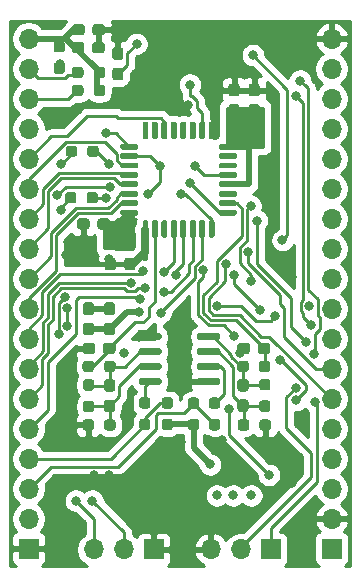
<source format=gbr>
%TF.GenerationSoftware,KiCad,Pcbnew,5.1.8*%
%TF.CreationDate,2020-12-08T15:37:19+03:00*%
%TF.ProjectId,pss_mcu_pcb,7073735f-6d63-4755-9f70-63622e6b6963,rev?*%
%TF.SameCoordinates,Original*%
%TF.FileFunction,Copper,L4,Bot*%
%TF.FilePolarity,Positive*%
%FSLAX46Y46*%
G04 Gerber Fmt 4.6, Leading zero omitted, Abs format (unit mm)*
G04 Created by KiCad (PCBNEW 5.1.8) date 2020-12-08 15:37:19*
%MOMM*%
%LPD*%
G01*
G04 APERTURE LIST*
%TA.AperFunction,ComponentPad*%
%ADD10O,1.700000X1.700000*%
%TD*%
%TA.AperFunction,ComponentPad*%
%ADD11R,1.700000X1.700000*%
%TD*%
%TA.AperFunction,ViaPad*%
%ADD12C,0.800000*%
%TD*%
%TA.AperFunction,Conductor*%
%ADD13C,0.250000*%
%TD*%
%TA.AperFunction,Conductor*%
%ADD14C,0.700000*%
%TD*%
%TA.AperFunction,Conductor*%
%ADD15C,0.500000*%
%TD*%
%TA.AperFunction,Conductor*%
%ADD16C,0.254000*%
%TD*%
%TA.AperFunction,Conductor*%
%ADD17C,0.100000*%
%TD*%
G04 APERTURE END LIST*
%TO.P,U3,1*%
%TO.N,+3V3*%
%TA.AperFunction,SMDPad,CuDef*%
G36*
G01*
X162913000Y-78101000D02*
X162913000Y-78351000D01*
G75*
G02*
X162788000Y-78476000I-125000J0D01*
G01*
X161538000Y-78476000D01*
G75*
G02*
X161413000Y-78351000I0J125000D01*
G01*
X161413000Y-78101000D01*
G75*
G02*
X161538000Y-77976000I125000J0D01*
G01*
X162788000Y-77976000D01*
G75*
G02*
X162913000Y-78101000I0J-125000D01*
G01*
G37*
%TD.AperFunction*%
%TO.P,U3,2*%
%TO.N,N/C*%
%TA.AperFunction,SMDPad,CuDef*%
G36*
G01*
X162913000Y-78901000D02*
X162913000Y-79151000D01*
G75*
G02*
X162788000Y-79276000I-125000J0D01*
G01*
X161538000Y-79276000D01*
G75*
G02*
X161413000Y-79151000I0J125000D01*
G01*
X161413000Y-78901000D01*
G75*
G02*
X161538000Y-78776000I125000J0D01*
G01*
X162788000Y-78776000D01*
G75*
G02*
X162913000Y-78901000I0J-125000D01*
G01*
G37*
%TD.AperFunction*%
%TO.P,U3,3*%
%TA.AperFunction,SMDPad,CuDef*%
G36*
G01*
X162913000Y-79701000D02*
X162913000Y-79951000D01*
G75*
G02*
X162788000Y-80076000I-125000J0D01*
G01*
X161538000Y-80076000D01*
G75*
G02*
X161413000Y-79951000I0J125000D01*
G01*
X161413000Y-79701000D01*
G75*
G02*
X161538000Y-79576000I125000J0D01*
G01*
X162788000Y-79576000D01*
G75*
G02*
X162913000Y-79701000I0J-125000D01*
G01*
G37*
%TD.AperFunction*%
%TO.P,U3,4*%
%TO.N,STM_RST*%
%TA.AperFunction,SMDPad,CuDef*%
G36*
G01*
X162913000Y-80501000D02*
X162913000Y-80751000D01*
G75*
G02*
X162788000Y-80876000I-125000J0D01*
G01*
X161538000Y-80876000D01*
G75*
G02*
X161413000Y-80751000I0J125000D01*
G01*
X161413000Y-80501000D01*
G75*
G02*
X161538000Y-80376000I125000J0D01*
G01*
X162788000Y-80376000D01*
G75*
G02*
X162913000Y-80501000I0J-125000D01*
G01*
G37*
%TD.AperFunction*%
%TO.P,U3,5*%
%TO.N,+3V3*%
%TA.AperFunction,SMDPad,CuDef*%
G36*
G01*
X162913000Y-81301000D02*
X162913000Y-81551000D01*
G75*
G02*
X162788000Y-81676000I-125000J0D01*
G01*
X161538000Y-81676000D01*
G75*
G02*
X161413000Y-81551000I0J125000D01*
G01*
X161413000Y-81301000D01*
G75*
G02*
X161538000Y-81176000I125000J0D01*
G01*
X162788000Y-81176000D01*
G75*
G02*
X162913000Y-81301000I0J-125000D01*
G01*
G37*
%TD.AperFunction*%
%TO.P,U3,6*%
%TO.N,N/C*%
%TA.AperFunction,SMDPad,CuDef*%
G36*
G01*
X162913000Y-82101000D02*
X162913000Y-82351000D01*
G75*
G02*
X162788000Y-82476000I-125000J0D01*
G01*
X161538000Y-82476000D01*
G75*
G02*
X161413000Y-82351000I0J125000D01*
G01*
X161413000Y-82101000D01*
G75*
G02*
X161538000Y-81976000I125000J0D01*
G01*
X162788000Y-81976000D01*
G75*
G02*
X162913000Y-82101000I0J-125000D01*
G01*
G37*
%TD.AperFunction*%
%TO.P,U3,7*%
%TO.N,Iron_Themp_ADC*%
%TA.AperFunction,SMDPad,CuDef*%
G36*
G01*
X162913000Y-82901000D02*
X162913000Y-83151000D01*
G75*
G02*
X162788000Y-83276000I-125000J0D01*
G01*
X161538000Y-83276000D01*
G75*
G02*
X161413000Y-83151000I0J125000D01*
G01*
X161413000Y-82901000D01*
G75*
G02*
X161538000Y-82776000I125000J0D01*
G01*
X162788000Y-82776000D01*
G75*
G02*
X162913000Y-82901000I0J-125000D01*
G01*
G37*
%TD.AperFunction*%
%TO.P,U3,8*%
%TO.N,STM_UART_TX*%
%TA.AperFunction,SMDPad,CuDef*%
G36*
G01*
X162913000Y-83701000D02*
X162913000Y-83951000D01*
G75*
G02*
X162788000Y-84076000I-125000J0D01*
G01*
X161538000Y-84076000D01*
G75*
G02*
X161413000Y-83951000I0J125000D01*
G01*
X161413000Y-83701000D01*
G75*
G02*
X161538000Y-83576000I125000J0D01*
G01*
X162788000Y-83576000D01*
G75*
G02*
X162913000Y-83701000I0J-125000D01*
G01*
G37*
%TD.AperFunction*%
%TO.P,U3,9*%
%TO.N,STM_UART_RX*%
%TA.AperFunction,SMDPad,CuDef*%
G36*
G01*
X161038000Y-84576000D02*
X161038000Y-85826000D01*
G75*
G02*
X160913000Y-85951000I-125000J0D01*
G01*
X160663000Y-85951000D01*
G75*
G02*
X160538000Y-85826000I0J125000D01*
G01*
X160538000Y-84576000D01*
G75*
G02*
X160663000Y-84451000I125000J0D01*
G01*
X160913000Y-84451000D01*
G75*
G02*
X161038000Y-84576000I0J-125000D01*
G01*
G37*
%TD.AperFunction*%
%TO.P,U3,10*%
%TO.N,Sold_PWM*%
%TA.AperFunction,SMDPad,CuDef*%
G36*
G01*
X160238000Y-84576000D02*
X160238000Y-85826000D01*
G75*
G02*
X160113000Y-85951000I-125000J0D01*
G01*
X159863000Y-85951000D01*
G75*
G02*
X159738000Y-85826000I0J125000D01*
G01*
X159738000Y-84576000D01*
G75*
G02*
X159863000Y-84451000I125000J0D01*
G01*
X160113000Y-84451000D01*
G75*
G02*
X160238000Y-84576000I0J-125000D01*
G01*
G37*
%TD.AperFunction*%
%TO.P,U3,11*%
%TO.N,Sold_Switch*%
%TA.AperFunction,SMDPad,CuDef*%
G36*
G01*
X159438000Y-84576000D02*
X159438000Y-85826000D01*
G75*
G02*
X159313000Y-85951000I-125000J0D01*
G01*
X159063000Y-85951000D01*
G75*
G02*
X158938000Y-85826000I0J125000D01*
G01*
X158938000Y-84576000D01*
G75*
G02*
X159063000Y-84451000I125000J0D01*
G01*
X159313000Y-84451000D01*
G75*
G02*
X159438000Y-84576000I0J-125000D01*
G01*
G37*
%TD.AperFunction*%
%TO.P,U3,12*%
%TO.N,Heater_PWM*%
%TA.AperFunction,SMDPad,CuDef*%
G36*
G01*
X158638000Y-84576000D02*
X158638000Y-85826000D01*
G75*
G02*
X158513000Y-85951000I-125000J0D01*
G01*
X158263000Y-85951000D01*
G75*
G02*
X158138000Y-85826000I0J125000D01*
G01*
X158138000Y-84576000D01*
G75*
G02*
X158263000Y-84451000I125000J0D01*
G01*
X158513000Y-84451000D01*
G75*
G02*
X158638000Y-84576000I0J-125000D01*
G01*
G37*
%TD.AperFunction*%
%TO.P,U3,13*%
%TO.N,HotA_Enc_A*%
%TA.AperFunction,SMDPad,CuDef*%
G36*
G01*
X157838000Y-84576000D02*
X157838000Y-85826000D01*
G75*
G02*
X157713000Y-85951000I-125000J0D01*
G01*
X157463000Y-85951000D01*
G75*
G02*
X157338000Y-85826000I0J125000D01*
G01*
X157338000Y-84576000D01*
G75*
G02*
X157463000Y-84451000I125000J0D01*
G01*
X157713000Y-84451000D01*
G75*
G02*
X157838000Y-84576000I0J-125000D01*
G01*
G37*
%TD.AperFunction*%
%TO.P,U3,14*%
%TO.N,N/C*%
%TA.AperFunction,SMDPad,CuDef*%
G36*
G01*
X157038000Y-84576000D02*
X157038000Y-85826000D01*
G75*
G02*
X156913000Y-85951000I-125000J0D01*
G01*
X156663000Y-85951000D01*
G75*
G02*
X156538000Y-85826000I0J125000D01*
G01*
X156538000Y-84576000D01*
G75*
G02*
X156663000Y-84451000I125000J0D01*
G01*
X156913000Y-84451000D01*
G75*
G02*
X157038000Y-84576000I0J-125000D01*
G01*
G37*
%TD.AperFunction*%
%TO.P,U3,15*%
%TO.N,Hot_Air_Themp_ADC*%
%TA.AperFunction,SMDPad,CuDef*%
G36*
G01*
X156238000Y-84576000D02*
X156238000Y-85826000D01*
G75*
G02*
X156113000Y-85951000I-125000J0D01*
G01*
X155863000Y-85951000D01*
G75*
G02*
X155738000Y-85826000I0J125000D01*
G01*
X155738000Y-84576000D01*
G75*
G02*
X155863000Y-84451000I125000J0D01*
G01*
X156113000Y-84451000D01*
G75*
G02*
X156238000Y-84576000I0J-125000D01*
G01*
G37*
%TD.AperFunction*%
%TO.P,U3,16*%
%TO.N,GND*%
%TA.AperFunction,SMDPad,CuDef*%
G36*
G01*
X155438000Y-84576000D02*
X155438000Y-85826000D01*
G75*
G02*
X155313000Y-85951000I-125000J0D01*
G01*
X155063000Y-85951000D01*
G75*
G02*
X154938000Y-85826000I0J125000D01*
G01*
X154938000Y-84576000D01*
G75*
G02*
X155063000Y-84451000I125000J0D01*
G01*
X155313000Y-84451000D01*
G75*
G02*
X155438000Y-84576000I0J-125000D01*
G01*
G37*
%TD.AperFunction*%
%TO.P,U3,17*%
%TO.N,+3V3*%
%TA.AperFunction,SMDPad,CuDef*%
G36*
G01*
X154563000Y-83701000D02*
X154563000Y-83951000D01*
G75*
G02*
X154438000Y-84076000I-125000J0D01*
G01*
X153188000Y-84076000D01*
G75*
G02*
X153063000Y-83951000I0J125000D01*
G01*
X153063000Y-83701000D01*
G75*
G02*
X153188000Y-83576000I125000J0D01*
G01*
X154438000Y-83576000D01*
G75*
G02*
X154563000Y-83701000I0J-125000D01*
G01*
G37*
%TD.AperFunction*%
%TO.P,U3,18*%
%TO.N,Sold_Enc_B*%
%TA.AperFunction,SMDPad,CuDef*%
G36*
G01*
X154563000Y-82901000D02*
X154563000Y-83151000D01*
G75*
G02*
X154438000Y-83276000I-125000J0D01*
G01*
X153188000Y-83276000D01*
G75*
G02*
X153063000Y-83151000I0J125000D01*
G01*
X153063000Y-82901000D01*
G75*
G02*
X153188000Y-82776000I125000J0D01*
G01*
X154438000Y-82776000D01*
G75*
G02*
X154563000Y-82901000I0J-125000D01*
G01*
G37*
%TD.AperFunction*%
%TO.P,U3,19*%
%TO.N,Sold_Enc_A*%
%TA.AperFunction,SMDPad,CuDef*%
G36*
G01*
X154563000Y-82101000D02*
X154563000Y-82351000D01*
G75*
G02*
X154438000Y-82476000I-125000J0D01*
G01*
X153188000Y-82476000D01*
G75*
G02*
X153063000Y-82351000I0J125000D01*
G01*
X153063000Y-82101000D01*
G75*
G02*
X153188000Y-81976000I125000J0D01*
G01*
X154438000Y-81976000D01*
G75*
G02*
X154563000Y-82101000I0J-125000D01*
G01*
G37*
%TD.AperFunction*%
%TO.P,U3,20*%
%TO.N,HotA_Switch*%
%TA.AperFunction,SMDPad,CuDef*%
G36*
G01*
X154563000Y-81301000D02*
X154563000Y-81551000D01*
G75*
G02*
X154438000Y-81676000I-125000J0D01*
G01*
X153188000Y-81676000D01*
G75*
G02*
X153063000Y-81551000I0J125000D01*
G01*
X153063000Y-81301000D01*
G75*
G02*
X153188000Y-81176000I125000J0D01*
G01*
X154438000Y-81176000D01*
G75*
G02*
X154563000Y-81301000I0J-125000D01*
G01*
G37*
%TD.AperFunction*%
%TO.P,U3,21*%
%TO.N,Fan_PWM*%
%TA.AperFunction,SMDPad,CuDef*%
G36*
G01*
X154563000Y-80501000D02*
X154563000Y-80751000D01*
G75*
G02*
X154438000Y-80876000I-125000J0D01*
G01*
X153188000Y-80876000D01*
G75*
G02*
X153063000Y-80751000I0J125000D01*
G01*
X153063000Y-80501000D01*
G75*
G02*
X153188000Y-80376000I125000J0D01*
G01*
X154438000Y-80376000D01*
G75*
G02*
X154563000Y-80501000I0J-125000D01*
G01*
G37*
%TD.AperFunction*%
%TO.P,U3,22*%
%TO.N,Hot_Air_Reed*%
%TA.AperFunction,SMDPad,CuDef*%
G36*
G01*
X154563000Y-79701000D02*
X154563000Y-79951000D01*
G75*
G02*
X154438000Y-80076000I-125000J0D01*
G01*
X153188000Y-80076000D01*
G75*
G02*
X153063000Y-79951000I0J125000D01*
G01*
X153063000Y-79701000D01*
G75*
G02*
X153188000Y-79576000I125000J0D01*
G01*
X154438000Y-79576000D01*
G75*
G02*
X154563000Y-79701000I0J-125000D01*
G01*
G37*
%TD.AperFunction*%
%TO.P,U3,23*%
%TO.N,STM_SWDIO*%
%TA.AperFunction,SMDPad,CuDef*%
G36*
G01*
X154563000Y-78901000D02*
X154563000Y-79151000D01*
G75*
G02*
X154438000Y-79276000I-125000J0D01*
G01*
X153188000Y-79276000D01*
G75*
G02*
X153063000Y-79151000I0J125000D01*
G01*
X153063000Y-78901000D01*
G75*
G02*
X153188000Y-78776000I125000J0D01*
G01*
X154438000Y-78776000D01*
G75*
G02*
X154563000Y-78901000I0J-125000D01*
G01*
G37*
%TD.AperFunction*%
%TO.P,U3,24*%
%TO.N,STM_SWCLK*%
%TA.AperFunction,SMDPad,CuDef*%
G36*
G01*
X154563000Y-78101000D02*
X154563000Y-78351000D01*
G75*
G02*
X154438000Y-78476000I-125000J0D01*
G01*
X153188000Y-78476000D01*
G75*
G02*
X153063000Y-78351000I0J125000D01*
G01*
X153063000Y-78101000D01*
G75*
G02*
X153188000Y-77976000I125000J0D01*
G01*
X154438000Y-77976000D01*
G75*
G02*
X154563000Y-78101000I0J-125000D01*
G01*
G37*
%TD.AperFunction*%
%TO.P,U3,25*%
%TO.N,N/C*%
%TA.AperFunction,SMDPad,CuDef*%
G36*
G01*
X155438000Y-76226000D02*
X155438000Y-77476000D01*
G75*
G02*
X155313000Y-77601000I-125000J0D01*
G01*
X155063000Y-77601000D01*
G75*
G02*
X154938000Y-77476000I0J125000D01*
G01*
X154938000Y-76226000D01*
G75*
G02*
X155063000Y-76101000I125000J0D01*
G01*
X155313000Y-76101000D01*
G75*
G02*
X155438000Y-76226000I0J-125000D01*
G01*
G37*
%TD.AperFunction*%
%TO.P,U3,26*%
%TA.AperFunction,SMDPad,CuDef*%
G36*
G01*
X156238000Y-76226000D02*
X156238000Y-77476000D01*
G75*
G02*
X156113000Y-77601000I-125000J0D01*
G01*
X155863000Y-77601000D01*
G75*
G02*
X155738000Y-77476000I0J125000D01*
G01*
X155738000Y-76226000D01*
G75*
G02*
X155863000Y-76101000I125000J0D01*
G01*
X156113000Y-76101000D01*
G75*
G02*
X156238000Y-76226000I0J-125000D01*
G01*
G37*
%TD.AperFunction*%
%TO.P,U3,27*%
%TO.N,HotA_Enc_B*%
%TA.AperFunction,SMDPad,CuDef*%
G36*
G01*
X157038000Y-76226000D02*
X157038000Y-77476000D01*
G75*
G02*
X156913000Y-77601000I-125000J0D01*
G01*
X156663000Y-77601000D01*
G75*
G02*
X156538000Y-77476000I0J125000D01*
G01*
X156538000Y-76226000D01*
G75*
G02*
X156663000Y-76101000I125000J0D01*
G01*
X156913000Y-76101000D01*
G75*
G02*
X157038000Y-76226000I0J-125000D01*
G01*
G37*
%TD.AperFunction*%
%TO.P,U3,28*%
%TO.N,N/C*%
%TA.AperFunction,SMDPad,CuDef*%
G36*
G01*
X157838000Y-76226000D02*
X157838000Y-77476000D01*
G75*
G02*
X157713000Y-77601000I-125000J0D01*
G01*
X157463000Y-77601000D01*
G75*
G02*
X157338000Y-77476000I0J125000D01*
G01*
X157338000Y-76226000D01*
G75*
G02*
X157463000Y-76101000I125000J0D01*
G01*
X157713000Y-76101000D01*
G75*
G02*
X157838000Y-76226000I0J-125000D01*
G01*
G37*
%TD.AperFunction*%
%TO.P,U3,29*%
%TA.AperFunction,SMDPad,CuDef*%
G36*
G01*
X158638000Y-76226000D02*
X158638000Y-77476000D01*
G75*
G02*
X158513000Y-77601000I-125000J0D01*
G01*
X158263000Y-77601000D01*
G75*
G02*
X158138000Y-77476000I0J125000D01*
G01*
X158138000Y-76226000D01*
G75*
G02*
X158263000Y-76101000I125000J0D01*
G01*
X158513000Y-76101000D01*
G75*
G02*
X158638000Y-76226000I0J-125000D01*
G01*
G37*
%TD.AperFunction*%
%TO.P,U3,30*%
%TA.AperFunction,SMDPad,CuDef*%
G36*
G01*
X159438000Y-76226000D02*
X159438000Y-77476000D01*
G75*
G02*
X159313000Y-77601000I-125000J0D01*
G01*
X159063000Y-77601000D01*
G75*
G02*
X158938000Y-77476000I0J125000D01*
G01*
X158938000Y-76226000D01*
G75*
G02*
X159063000Y-76101000I125000J0D01*
G01*
X159313000Y-76101000D01*
G75*
G02*
X159438000Y-76226000I0J-125000D01*
G01*
G37*
%TD.AperFunction*%
%TO.P,U3,31*%
%TO.N,STM_BOOT*%
%TA.AperFunction,SMDPad,CuDef*%
G36*
G01*
X160238000Y-76226000D02*
X160238000Y-77476000D01*
G75*
G02*
X160113000Y-77601000I-125000J0D01*
G01*
X159863000Y-77601000D01*
G75*
G02*
X159738000Y-77476000I0J125000D01*
G01*
X159738000Y-76226000D01*
G75*
G02*
X159863000Y-76101000I125000J0D01*
G01*
X160113000Y-76101000D01*
G75*
G02*
X160238000Y-76226000I0J-125000D01*
G01*
G37*
%TD.AperFunction*%
%TO.P,U3,32*%
%TO.N,GND*%
%TA.AperFunction,SMDPad,CuDef*%
G36*
G01*
X161038000Y-76226000D02*
X161038000Y-77476000D01*
G75*
G02*
X160913000Y-77601000I-125000J0D01*
G01*
X160663000Y-77601000D01*
G75*
G02*
X160538000Y-77476000I0J125000D01*
G01*
X160538000Y-76226000D01*
G75*
G02*
X160663000Y-76101000I125000J0D01*
G01*
X160913000Y-76101000D01*
G75*
G02*
X161038000Y-76226000I0J-125000D01*
G01*
G37*
%TD.AperFunction*%
%TD*%
D10*
%TO.P,J3,18*%
%TO.N,GND*%
X170942000Y-69088000D03*
%TO.P,J3,17*%
%TO.N,DISP_CS*%
X170942000Y-71628000D03*
%TO.P,J3,16*%
%TO.N,DISP_RST*%
X170942000Y-74168000D03*
%TO.P,J3,15*%
%TO.N,DISP_DC_RS*%
X170942000Y-76708000D03*
%TO.P,J3,14*%
%TO.N,DISP_SDI*%
X170942000Y-79248000D03*
%TO.P,J3,13*%
%TO.N,DISP_SCK*%
X170942000Y-81788000D03*
%TO.P,J3,12*%
%TO.N,DISP_SDO*%
X170942000Y-84328000D03*
%TO.P,J3,11*%
%TO.N,DISP_T_CLK*%
X170942000Y-86868000D03*
%TO.P,J3,10*%
%TO.N,DISP_T_CS*%
X170942000Y-89408000D03*
%TO.P,J3,9*%
%TO.N,DISP_T_DIN*%
X170942000Y-91948000D03*
%TO.P,J3,8*%
%TO.N,DISP_T_DO*%
X170942000Y-94488000D03*
%TO.P,J3,7*%
%TO.N,DISP_T_IRQ*%
X170942000Y-97028000D03*
%TO.P,J3,6*%
%TO.N,SD_SDO*%
X170942000Y-99568000D03*
%TO.P,J3,5*%
%TO.N,SD_SDI*%
X170942000Y-102108000D03*
%TO.P,J3,4*%
%TO.N,SD_SCK*%
X170942000Y-104648000D03*
%TO.P,J3,3*%
%TO.N,SD_CS*%
X170942000Y-107188000D03*
%TO.P,J3,2*%
%TO.N,GND*%
X170942000Y-109728000D03*
D11*
%TO.P,J3,1*%
%TO.N,+3V3*%
X170942000Y-112268000D03*
%TD*%
%TO.P,C2,1*%
%TO.N,+3V3*%
%TA.AperFunction,SMDPad,CuDef*%
G36*
G01*
X162924500Y-75695000D02*
X162449500Y-75695000D01*
G75*
G02*
X162212000Y-75457500I0J237500D01*
G01*
X162212000Y-74857500D01*
G75*
G02*
X162449500Y-74620000I237500J0D01*
G01*
X162924500Y-74620000D01*
G75*
G02*
X163162000Y-74857500I0J-237500D01*
G01*
X163162000Y-75457500D01*
G75*
G02*
X162924500Y-75695000I-237500J0D01*
G01*
G37*
%TD.AperFunction*%
%TO.P,C2,2*%
%TO.N,GND*%
%TA.AperFunction,SMDPad,CuDef*%
G36*
G01*
X162924500Y-73970000D02*
X162449500Y-73970000D01*
G75*
G02*
X162212000Y-73732500I0J237500D01*
G01*
X162212000Y-73132500D01*
G75*
G02*
X162449500Y-72895000I237500J0D01*
G01*
X162924500Y-72895000D01*
G75*
G02*
X163162000Y-73132500I0J-237500D01*
G01*
X163162000Y-73732500D01*
G75*
G02*
X162924500Y-73970000I-237500J0D01*
G01*
G37*
%TD.AperFunction*%
%TD*%
%TO.P,C3,1*%
%TO.N,+3V3*%
%TA.AperFunction,SMDPad,CuDef*%
G36*
G01*
X148968000Y-68563500D02*
X148968000Y-68088500D01*
G75*
G02*
X149205500Y-67851000I237500J0D01*
G01*
X149805500Y-67851000D01*
G75*
G02*
X150043000Y-68088500I0J-237500D01*
G01*
X150043000Y-68563500D01*
G75*
G02*
X149805500Y-68801000I-237500J0D01*
G01*
X149205500Y-68801000D01*
G75*
G02*
X148968000Y-68563500I0J237500D01*
G01*
G37*
%TD.AperFunction*%
%TO.P,C3,2*%
%TO.N,GND*%
%TA.AperFunction,SMDPad,CuDef*%
G36*
G01*
X150693000Y-68563500D02*
X150693000Y-68088500D01*
G75*
G02*
X150930500Y-67851000I237500J0D01*
G01*
X151530500Y-67851000D01*
G75*
G02*
X151768000Y-68088500I0J-237500D01*
G01*
X151768000Y-68563500D01*
G75*
G02*
X151530500Y-68801000I-237500J0D01*
G01*
X150930500Y-68801000D01*
G75*
G02*
X150693000Y-68563500I0J237500D01*
G01*
G37*
%TD.AperFunction*%
%TD*%
%TO.P,C4,2*%
%TO.N,GND*%
%TA.AperFunction,SMDPad,CuDef*%
G36*
G01*
X164639000Y-73970000D02*
X164164000Y-73970000D01*
G75*
G02*
X163926500Y-73732500I0J237500D01*
G01*
X163926500Y-73132500D01*
G75*
G02*
X164164000Y-72895000I237500J0D01*
G01*
X164639000Y-72895000D01*
G75*
G02*
X164876500Y-73132500I0J-237500D01*
G01*
X164876500Y-73732500D01*
G75*
G02*
X164639000Y-73970000I-237500J0D01*
G01*
G37*
%TD.AperFunction*%
%TO.P,C4,1*%
%TO.N,+3V3*%
%TA.AperFunction,SMDPad,CuDef*%
G36*
G01*
X164639000Y-75695000D02*
X164164000Y-75695000D01*
G75*
G02*
X163926500Y-75457500I0J237500D01*
G01*
X163926500Y-74857500D01*
G75*
G02*
X164164000Y-74620000I237500J0D01*
G01*
X164639000Y-74620000D01*
G75*
G02*
X164876500Y-74857500I0J-237500D01*
G01*
X164876500Y-75457500D01*
G75*
G02*
X164639000Y-75695000I-237500J0D01*
G01*
G37*
%TD.AperFunction*%
%TD*%
%TO.P,C5,1*%
%TO.N,+3V3*%
%TA.AperFunction,SMDPad,CuDef*%
G36*
G01*
X148941500Y-70087500D02*
X148941500Y-69612500D01*
G75*
G02*
X149179000Y-69375000I237500J0D01*
G01*
X149779000Y-69375000D01*
G75*
G02*
X150016500Y-69612500I0J-237500D01*
G01*
X150016500Y-70087500D01*
G75*
G02*
X149779000Y-70325000I-237500J0D01*
G01*
X149179000Y-70325000D01*
G75*
G02*
X148941500Y-70087500I0J237500D01*
G01*
G37*
%TD.AperFunction*%
%TO.P,C5,2*%
%TO.N,GND*%
%TA.AperFunction,SMDPad,CuDef*%
G36*
G01*
X150666500Y-70087500D02*
X150666500Y-69612500D01*
G75*
G02*
X150904000Y-69375000I237500J0D01*
G01*
X151504000Y-69375000D01*
G75*
G02*
X151741500Y-69612500I0J-237500D01*
G01*
X151741500Y-70087500D01*
G75*
G02*
X151504000Y-70325000I-237500J0D01*
G01*
X150904000Y-70325000D01*
G75*
G02*
X150666500Y-70087500I0J237500D01*
G01*
G37*
%TD.AperFunction*%
%TD*%
%TO.P,C7,2*%
%TO.N,GND*%
%TA.AperFunction,SMDPad,CuDef*%
G36*
G01*
X152383500Y-92485500D02*
X151908500Y-92485500D01*
G75*
G02*
X151671000Y-92248000I0J237500D01*
G01*
X151671000Y-91648000D01*
G75*
G02*
X151908500Y-91410500I237500J0D01*
G01*
X152383500Y-91410500D01*
G75*
G02*
X152621000Y-91648000I0J-237500D01*
G01*
X152621000Y-92248000D01*
G75*
G02*
X152383500Y-92485500I-237500J0D01*
G01*
G37*
%TD.AperFunction*%
%TO.P,C7,1*%
%TO.N,+3V3*%
%TA.AperFunction,SMDPad,CuDef*%
G36*
G01*
X152383500Y-94210500D02*
X151908500Y-94210500D01*
G75*
G02*
X151671000Y-93973000I0J237500D01*
G01*
X151671000Y-93373000D01*
G75*
G02*
X151908500Y-93135500I237500J0D01*
G01*
X152383500Y-93135500D01*
G75*
G02*
X152621000Y-93373000I0J-237500D01*
G01*
X152621000Y-93973000D01*
G75*
G02*
X152383500Y-94210500I-237500J0D01*
G01*
G37*
%TD.AperFunction*%
%TD*%
%TO.P,C9,2*%
%TO.N,GND*%
%TA.AperFunction,SMDPad,CuDef*%
G36*
G01*
X151972000Y-87637500D02*
X152447000Y-87637500D01*
G75*
G02*
X152684500Y-87875000I0J-237500D01*
G01*
X152684500Y-88475000D01*
G75*
G02*
X152447000Y-88712500I-237500J0D01*
G01*
X151972000Y-88712500D01*
G75*
G02*
X151734500Y-88475000I0J237500D01*
G01*
X151734500Y-87875000D01*
G75*
G02*
X151972000Y-87637500I237500J0D01*
G01*
G37*
%TD.AperFunction*%
%TO.P,C9,1*%
%TO.N,+3V3*%
%TA.AperFunction,SMDPad,CuDef*%
G36*
G01*
X151972000Y-85912500D02*
X152447000Y-85912500D01*
G75*
G02*
X152684500Y-86150000I0J-237500D01*
G01*
X152684500Y-86750000D01*
G75*
G02*
X152447000Y-86987500I-237500J0D01*
G01*
X151972000Y-86987500D01*
G75*
G02*
X151734500Y-86750000I0J237500D01*
G01*
X151734500Y-86150000D01*
G75*
G02*
X151972000Y-85912500I237500J0D01*
G01*
G37*
%TD.AperFunction*%
%TD*%
%TO.P,C10,1*%
%TO.N,Net-(C10-Pad1)*%
%TA.AperFunction,SMDPad,CuDef*%
G36*
G01*
X163686500Y-100687500D02*
X163211500Y-100687500D01*
G75*
G02*
X162974000Y-100450000I0J237500D01*
G01*
X162974000Y-99850000D01*
G75*
G02*
X163211500Y-99612500I237500J0D01*
G01*
X163686500Y-99612500D01*
G75*
G02*
X163924000Y-99850000I0J-237500D01*
G01*
X163924000Y-100450000D01*
G75*
G02*
X163686500Y-100687500I-237500J0D01*
G01*
G37*
%TD.AperFunction*%
%TO.P,C10,2*%
%TO.N,Net-(C10-Pad2)*%
%TA.AperFunction,SMDPad,CuDef*%
G36*
G01*
X163686500Y-98962500D02*
X163211500Y-98962500D01*
G75*
G02*
X162974000Y-98725000I0J237500D01*
G01*
X162974000Y-98125000D01*
G75*
G02*
X163211500Y-97887500I237500J0D01*
G01*
X163686500Y-97887500D01*
G75*
G02*
X163924000Y-98125000I0J-237500D01*
G01*
X163924000Y-98725000D01*
G75*
G02*
X163686500Y-98962500I-237500J0D01*
G01*
G37*
%TD.AperFunction*%
%TD*%
%TO.P,C11,2*%
%TO.N,Net-(C11-Pad2)*%
%TA.AperFunction,SMDPad,CuDef*%
G36*
G01*
X152383500Y-98989000D02*
X151908500Y-98989000D01*
G75*
G02*
X151671000Y-98751500I0J237500D01*
G01*
X151671000Y-98151500D01*
G75*
G02*
X151908500Y-97914000I237500J0D01*
G01*
X152383500Y-97914000D01*
G75*
G02*
X152621000Y-98151500I0J-237500D01*
G01*
X152621000Y-98751500D01*
G75*
G02*
X152383500Y-98989000I-237500J0D01*
G01*
G37*
%TD.AperFunction*%
%TO.P,C11,1*%
%TO.N,Net-(C11-Pad1)*%
%TA.AperFunction,SMDPad,CuDef*%
G36*
G01*
X152383500Y-100714000D02*
X151908500Y-100714000D01*
G75*
G02*
X151671000Y-100476500I0J237500D01*
G01*
X151671000Y-99876500D01*
G75*
G02*
X151908500Y-99639000I237500J0D01*
G01*
X152383500Y-99639000D01*
G75*
G02*
X152621000Y-99876500I0J-237500D01*
G01*
X152621000Y-100476500D01*
G75*
G02*
X152383500Y-100714000I-237500J0D01*
G01*
G37*
%TD.AperFunction*%
%TD*%
%TO.P,C12,2*%
%TO.N,GND*%
%TA.AperFunction,SMDPad,CuDef*%
G36*
G01*
X150461000Y-84535000D02*
X150461000Y-85010000D01*
G75*
G02*
X150223500Y-85247500I-237500J0D01*
G01*
X149623500Y-85247500D01*
G75*
G02*
X149386000Y-85010000I0J237500D01*
G01*
X149386000Y-84535000D01*
G75*
G02*
X149623500Y-84297500I237500J0D01*
G01*
X150223500Y-84297500D01*
G75*
G02*
X150461000Y-84535000I0J-237500D01*
G01*
G37*
%TD.AperFunction*%
%TO.P,C12,1*%
%TO.N,+3V3*%
%TA.AperFunction,SMDPad,CuDef*%
G36*
G01*
X152186000Y-84535000D02*
X152186000Y-85010000D01*
G75*
G02*
X151948500Y-85247500I-237500J0D01*
G01*
X151348500Y-85247500D01*
G75*
G02*
X151111000Y-85010000I0J237500D01*
G01*
X151111000Y-84535000D01*
G75*
G02*
X151348500Y-84297500I237500J0D01*
G01*
X151948500Y-84297500D01*
G75*
G02*
X152186000Y-84535000I0J-237500D01*
G01*
G37*
%TD.AperFunction*%
%TD*%
%TO.P,C13,2*%
%TO.N,GND*%
%TA.AperFunction,SMDPad,CuDef*%
G36*
G01*
X150605500Y-92485500D02*
X150130500Y-92485500D01*
G75*
G02*
X149893000Y-92248000I0J237500D01*
G01*
X149893000Y-91648000D01*
G75*
G02*
X150130500Y-91410500I237500J0D01*
G01*
X150605500Y-91410500D01*
G75*
G02*
X150843000Y-91648000I0J-237500D01*
G01*
X150843000Y-92248000D01*
G75*
G02*
X150605500Y-92485500I-237500J0D01*
G01*
G37*
%TD.AperFunction*%
%TO.P,C13,1*%
%TO.N,+3V3*%
%TA.AperFunction,SMDPad,CuDef*%
G36*
G01*
X150605500Y-94210500D02*
X150130500Y-94210500D01*
G75*
G02*
X149893000Y-93973000I0J237500D01*
G01*
X149893000Y-93373000D01*
G75*
G02*
X150130500Y-93135500I237500J0D01*
G01*
X150605500Y-93135500D01*
G75*
G02*
X150843000Y-93373000I0J-237500D01*
G01*
X150843000Y-93973000D01*
G75*
G02*
X150605500Y-94210500I-237500J0D01*
G01*
G37*
%TD.AperFunction*%
%TD*%
%TO.P,C14,1*%
%TO.N,+3V3*%
%TA.AperFunction,SMDPad,CuDef*%
G36*
G01*
X153623000Y-85912500D02*
X154098000Y-85912500D01*
G75*
G02*
X154335500Y-86150000I0J-237500D01*
G01*
X154335500Y-86750000D01*
G75*
G02*
X154098000Y-86987500I-237500J0D01*
G01*
X153623000Y-86987500D01*
G75*
G02*
X153385500Y-86750000I0J237500D01*
G01*
X153385500Y-86150000D01*
G75*
G02*
X153623000Y-85912500I237500J0D01*
G01*
G37*
%TD.AperFunction*%
%TO.P,C14,2*%
%TO.N,GND*%
%TA.AperFunction,SMDPad,CuDef*%
G36*
G01*
X153623000Y-87637500D02*
X154098000Y-87637500D01*
G75*
G02*
X154335500Y-87875000I0J-237500D01*
G01*
X154335500Y-88475000D01*
G75*
G02*
X154098000Y-88712500I-237500J0D01*
G01*
X153623000Y-88712500D01*
G75*
G02*
X153385500Y-88475000I0J237500D01*
G01*
X153385500Y-87875000D01*
G75*
G02*
X153623000Y-87637500I237500J0D01*
G01*
G37*
%TD.AperFunction*%
%TD*%
%TO.P,C15,2*%
%TO.N,GND*%
%TA.AperFunction,SMDPad,CuDef*%
G36*
G01*
X164039500Y-95076000D02*
X164039500Y-95551000D01*
G75*
G02*
X163802000Y-95788500I-237500J0D01*
G01*
X163202000Y-95788500D01*
G75*
G02*
X162964500Y-95551000I0J237500D01*
G01*
X162964500Y-95076000D01*
G75*
G02*
X163202000Y-94838500I237500J0D01*
G01*
X163802000Y-94838500D01*
G75*
G02*
X164039500Y-95076000I0J-237500D01*
G01*
G37*
%TD.AperFunction*%
%TO.P,C15,1*%
%TO.N,Iron_Themp_ADC*%
%TA.AperFunction,SMDPad,CuDef*%
G36*
G01*
X165764500Y-95076000D02*
X165764500Y-95551000D01*
G75*
G02*
X165527000Y-95788500I-237500J0D01*
G01*
X164927000Y-95788500D01*
G75*
G02*
X164689500Y-95551000I0J237500D01*
G01*
X164689500Y-95076000D01*
G75*
G02*
X164927000Y-94838500I237500J0D01*
G01*
X165527000Y-94838500D01*
G75*
G02*
X165764500Y-95076000I0J-237500D01*
G01*
G37*
%TD.AperFunction*%
%TD*%
%TO.P,C16,1*%
%TO.N,Hot_Air_Themp_ADC*%
%TA.AperFunction,SMDPad,CuDef*%
G36*
G01*
X152657000Y-95076000D02*
X152657000Y-95551000D01*
G75*
G02*
X152419500Y-95788500I-237500J0D01*
G01*
X151819500Y-95788500D01*
G75*
G02*
X151582000Y-95551000I0J237500D01*
G01*
X151582000Y-95076000D01*
G75*
G02*
X151819500Y-94838500I237500J0D01*
G01*
X152419500Y-94838500D01*
G75*
G02*
X152657000Y-95076000I0J-237500D01*
G01*
G37*
%TD.AperFunction*%
%TO.P,C16,2*%
%TO.N,GND*%
%TA.AperFunction,SMDPad,CuDef*%
G36*
G01*
X150932000Y-95076000D02*
X150932000Y-95551000D01*
G75*
G02*
X150694500Y-95788500I-237500J0D01*
G01*
X150094500Y-95788500D01*
G75*
G02*
X149857000Y-95551000I0J237500D01*
G01*
X149857000Y-95076000D01*
G75*
G02*
X150094500Y-94838500I237500J0D01*
G01*
X150694500Y-94838500D01*
G75*
G02*
X150932000Y-95076000I0J-237500D01*
G01*
G37*
%TD.AperFunction*%
%TD*%
%TO.P,C17,1*%
%TO.N,EN*%
%TA.AperFunction,SMDPad,CuDef*%
G36*
G01*
X153082000Y-72610000D02*
X152607000Y-72610000D01*
G75*
G02*
X152369500Y-72372500I0J237500D01*
G01*
X152369500Y-71772500D01*
G75*
G02*
X152607000Y-71535000I237500J0D01*
G01*
X153082000Y-71535000D01*
G75*
G02*
X153319500Y-71772500I0J-237500D01*
G01*
X153319500Y-72372500D01*
G75*
G02*
X153082000Y-72610000I-237500J0D01*
G01*
G37*
%TD.AperFunction*%
%TO.P,C17,2*%
%TO.N,GND*%
%TA.AperFunction,SMDPad,CuDef*%
G36*
G01*
X153082000Y-70885000D02*
X152607000Y-70885000D01*
G75*
G02*
X152369500Y-70647500I0J237500D01*
G01*
X152369500Y-70047500D01*
G75*
G02*
X152607000Y-69810000I237500J0D01*
G01*
X153082000Y-69810000D01*
G75*
G02*
X153319500Y-70047500I0J-237500D01*
G01*
X153319500Y-70647500D01*
G75*
G02*
X153082000Y-70885000I-237500J0D01*
G01*
G37*
%TD.AperFunction*%
%TD*%
D10*
%TO.P,J1,3*%
%TO.N,STM_SWCLK*%
X150812500Y-112331500D03*
%TO.P,J1,2*%
%TO.N,STM_SWDIO*%
X153352500Y-112331500D03*
D11*
%TO.P,J1,1*%
%TO.N,GND*%
X155892500Y-112331500D03*
%TD*%
%TO.P,J2,1*%
%TO.N,TXD*%
X165798500Y-112331500D03*
D10*
%TO.P,J2,2*%
%TO.N,RXD*%
X163258500Y-112331500D03*
%TO.P,J2,3*%
%TO.N,GND*%
X160718500Y-112331500D03*
%TD*%
D11*
%TO.P,J4,1*%
%TO.N,GND*%
X145288000Y-112268000D03*
D10*
%TO.P,J4,2*%
%TO.N,+5V*%
X145288000Y-109728000D03*
%TO.P,J4,3*%
%TO.N,Iron_Therm_Pos*%
X145288000Y-107188000D03*
%TO.P,J4,4*%
%TO.N,Hot_Air_Therm_Pos*%
X145288000Y-104648000D03*
%TO.P,J4,5*%
%TO.N,Sold_PWM*%
X145288000Y-102108000D03*
%TO.P,J4,6*%
%TO.N,Sold_Switch*%
X145288000Y-99568000D03*
%TO.P,J4,7*%
%TO.N,Heater_PWM*%
X145288000Y-97028000D03*
%TO.P,J4,8*%
%TO.N,HotA_Enc_A*%
X145288000Y-94488000D03*
%TO.P,J4,9*%
%TO.N,Sold_Enc_B*%
X145288000Y-91948000D03*
%TO.P,J4,10*%
%TO.N,Sold_Enc_A*%
X145288000Y-89408000D03*
%TO.P,J4,11*%
%TO.N,HotA_Switch*%
X145288000Y-86868000D03*
%TO.P,J4,12*%
%TO.N,Fan_PWM*%
X145288000Y-84328000D03*
%TO.P,J4,13*%
%TO.N,Hot_Air_Reed*%
X145288000Y-81788000D03*
%TO.P,J4,14*%
%TO.N,HotA_Enc_B*%
X145288000Y-79248000D03*
%TO.P,J4,15*%
%TO.N,Main_Switch*%
X145288000Y-76708000D03*
%TO.P,J4,16*%
%TO.N,Main_Enc_B*%
X145288000Y-74168000D03*
%TO.P,J4,17*%
%TO.N,Main_Enc_A*%
X145288000Y-71628000D03*
%TO.P,J4,18*%
%TO.N,+3V3*%
X145288000Y-69088000D03*
%TD*%
%TO.P,R1,1*%
%TO.N,+3V3*%
%TA.AperFunction,SMDPad,CuDef*%
G36*
G01*
X159495500Y-102261500D02*
X159020500Y-102261500D01*
G75*
G02*
X158783000Y-102024000I0J237500D01*
G01*
X158783000Y-101524000D01*
G75*
G02*
X159020500Y-101286500I237500J0D01*
G01*
X159495500Y-101286500D01*
G75*
G02*
X159733000Y-101524000I0J-237500D01*
G01*
X159733000Y-102024000D01*
G75*
G02*
X159495500Y-102261500I-237500J0D01*
G01*
G37*
%TD.AperFunction*%
%TO.P,R1,2*%
%TO.N,Iron_Therm_Pos*%
%TA.AperFunction,SMDPad,CuDef*%
G36*
G01*
X159495500Y-100436500D02*
X159020500Y-100436500D01*
G75*
G02*
X158783000Y-100199000I0J237500D01*
G01*
X158783000Y-99699000D01*
G75*
G02*
X159020500Y-99461500I237500J0D01*
G01*
X159495500Y-99461500D01*
G75*
G02*
X159733000Y-99699000I0J-237500D01*
G01*
X159733000Y-100199000D01*
G75*
G02*
X159495500Y-100436500I-237500J0D01*
G01*
G37*
%TD.AperFunction*%
%TD*%
%TO.P,R2,1*%
%TO.N,+3V3*%
%TA.AperFunction,SMDPad,CuDef*%
G36*
G01*
X157273000Y-102238000D02*
X156798000Y-102238000D01*
G75*
G02*
X156560500Y-102000500I0J237500D01*
G01*
X156560500Y-101500500D01*
G75*
G02*
X156798000Y-101263000I237500J0D01*
G01*
X157273000Y-101263000D01*
G75*
G02*
X157510500Y-101500500I0J-237500D01*
G01*
X157510500Y-102000500D01*
G75*
G02*
X157273000Y-102238000I-237500J0D01*
G01*
G37*
%TD.AperFunction*%
%TO.P,R2,2*%
%TO.N,Hot_Air_Therm_Pos*%
%TA.AperFunction,SMDPad,CuDef*%
G36*
G01*
X157273000Y-100413000D02*
X156798000Y-100413000D01*
G75*
G02*
X156560500Y-100175500I0J237500D01*
G01*
X156560500Y-99675500D01*
G75*
G02*
X156798000Y-99438000I237500J0D01*
G01*
X157273000Y-99438000D01*
G75*
G02*
X157510500Y-99675500I0J-237500D01*
G01*
X157510500Y-100175500D01*
G75*
G02*
X157273000Y-100413000I-237500J0D01*
G01*
G37*
%TD.AperFunction*%
%TD*%
%TO.P,R3,2*%
%TO.N,Iron_Therm_Pos*%
%TA.AperFunction,SMDPad,CuDef*%
G36*
G01*
X160798500Y-101286500D02*
X161273500Y-101286500D01*
G75*
G02*
X161511000Y-101524000I0J-237500D01*
G01*
X161511000Y-102024000D01*
G75*
G02*
X161273500Y-102261500I-237500J0D01*
G01*
X160798500Y-102261500D01*
G75*
G02*
X160561000Y-102024000I0J237500D01*
G01*
X160561000Y-101524000D01*
G75*
G02*
X160798500Y-101286500I237500J0D01*
G01*
G37*
%TD.AperFunction*%
%TO.P,R3,1*%
%TO.N,Net-(R3-Pad1)*%
%TA.AperFunction,SMDPad,CuDef*%
G36*
G01*
X160798500Y-99461500D02*
X161273500Y-99461500D01*
G75*
G02*
X161511000Y-99699000I0J-237500D01*
G01*
X161511000Y-100199000D01*
G75*
G02*
X161273500Y-100436500I-237500J0D01*
G01*
X160798500Y-100436500D01*
G75*
G02*
X160561000Y-100199000I0J237500D01*
G01*
X160561000Y-99699000D01*
G75*
G02*
X160798500Y-99461500I237500J0D01*
G01*
G37*
%TD.AperFunction*%
%TD*%
%TO.P,R4,2*%
%TO.N,Net-(C10-Pad1)*%
%TA.AperFunction,SMDPad,CuDef*%
G36*
G01*
X163976500Y-101553000D02*
X163976500Y-102028000D01*
G75*
G02*
X163739000Y-102265500I-237500J0D01*
G01*
X163239000Y-102265500D01*
G75*
G02*
X163001500Y-102028000I0J237500D01*
G01*
X163001500Y-101553000D01*
G75*
G02*
X163239000Y-101315500I237500J0D01*
G01*
X163739000Y-101315500D01*
G75*
G02*
X163976500Y-101553000I0J-237500D01*
G01*
G37*
%TD.AperFunction*%
%TO.P,R4,1*%
%TO.N,GND*%
%TA.AperFunction,SMDPad,CuDef*%
G36*
G01*
X165801500Y-101553000D02*
X165801500Y-102028000D01*
G75*
G02*
X165564000Y-102265500I-237500J0D01*
G01*
X165064000Y-102265500D01*
G75*
G02*
X164826500Y-102028000I0J237500D01*
G01*
X164826500Y-101553000D01*
G75*
G02*
X165064000Y-101315500I237500J0D01*
G01*
X165564000Y-101315500D01*
G75*
G02*
X165801500Y-101553000I0J-237500D01*
G01*
G37*
%TD.AperFunction*%
%TD*%
%TO.P,R5,1*%
%TO.N,Net-(R5-Pad1)*%
%TA.AperFunction,SMDPad,CuDef*%
G36*
G01*
X154893000Y-99438000D02*
X155368000Y-99438000D01*
G75*
G02*
X155605500Y-99675500I0J-237500D01*
G01*
X155605500Y-100175500D01*
G75*
G02*
X155368000Y-100413000I-237500J0D01*
G01*
X154893000Y-100413000D01*
G75*
G02*
X154655500Y-100175500I0J237500D01*
G01*
X154655500Y-99675500D01*
G75*
G02*
X154893000Y-99438000I237500J0D01*
G01*
G37*
%TD.AperFunction*%
%TO.P,R5,2*%
%TO.N,Hot_Air_Therm_Pos*%
%TA.AperFunction,SMDPad,CuDef*%
G36*
G01*
X154893000Y-101263000D02*
X155368000Y-101263000D01*
G75*
G02*
X155605500Y-101500500I0J-237500D01*
G01*
X155605500Y-102000500D01*
G75*
G02*
X155368000Y-102238000I-237500J0D01*
G01*
X154893000Y-102238000D01*
G75*
G02*
X154655500Y-102000500I0J237500D01*
G01*
X154655500Y-101500500D01*
G75*
G02*
X154893000Y-101263000I237500J0D01*
G01*
G37*
%TD.AperFunction*%
%TD*%
%TO.P,R6,1*%
%TO.N,GND*%
%TA.AperFunction,SMDPad,CuDef*%
G36*
G01*
X149857000Y-102028000D02*
X149857000Y-101553000D01*
G75*
G02*
X150094500Y-101315500I237500J0D01*
G01*
X150594500Y-101315500D01*
G75*
G02*
X150832000Y-101553000I0J-237500D01*
G01*
X150832000Y-102028000D01*
G75*
G02*
X150594500Y-102265500I-237500J0D01*
G01*
X150094500Y-102265500D01*
G75*
G02*
X149857000Y-102028000I0J237500D01*
G01*
G37*
%TD.AperFunction*%
%TO.P,R6,2*%
%TO.N,Net-(C11-Pad1)*%
%TA.AperFunction,SMDPad,CuDef*%
G36*
G01*
X151682000Y-102028000D02*
X151682000Y-101553000D01*
G75*
G02*
X151919500Y-101315500I237500J0D01*
G01*
X152419500Y-101315500D01*
G75*
G02*
X152657000Y-101553000I0J-237500D01*
G01*
X152657000Y-102028000D01*
G75*
G02*
X152419500Y-102265500I-237500J0D01*
G01*
X151919500Y-102265500D01*
G75*
G02*
X151682000Y-102028000I0J237500D01*
G01*
G37*
%TD.AperFunction*%
%TD*%
%TO.P,R7,1*%
%TO.N,Net-(C10-Pad2)*%
%TA.AperFunction,SMDPad,CuDef*%
G36*
G01*
X165053000Y-97890500D02*
X165528000Y-97890500D01*
G75*
G02*
X165765500Y-98128000I0J-237500D01*
G01*
X165765500Y-98628000D01*
G75*
G02*
X165528000Y-98865500I-237500J0D01*
G01*
X165053000Y-98865500D01*
G75*
G02*
X164815500Y-98628000I0J237500D01*
G01*
X164815500Y-98128000D01*
G75*
G02*
X165053000Y-97890500I237500J0D01*
G01*
G37*
%TD.AperFunction*%
%TO.P,R7,2*%
%TO.N,Net-(C10-Pad1)*%
%TA.AperFunction,SMDPad,CuDef*%
G36*
G01*
X165053000Y-99715500D02*
X165528000Y-99715500D01*
G75*
G02*
X165765500Y-99953000I0J-237500D01*
G01*
X165765500Y-100453000D01*
G75*
G02*
X165528000Y-100690500I-237500J0D01*
G01*
X165053000Y-100690500D01*
G75*
G02*
X164815500Y-100453000I0J237500D01*
G01*
X164815500Y-99953000D01*
G75*
G02*
X165053000Y-99715500I237500J0D01*
G01*
G37*
%TD.AperFunction*%
%TD*%
%TO.P,R8,2*%
%TO.N,Net-(C11-Pad1)*%
%TA.AperFunction,SMDPad,CuDef*%
G36*
G01*
X150130500Y-99739000D02*
X150605500Y-99739000D01*
G75*
G02*
X150843000Y-99976500I0J-237500D01*
G01*
X150843000Y-100476500D01*
G75*
G02*
X150605500Y-100714000I-237500J0D01*
G01*
X150130500Y-100714000D01*
G75*
G02*
X149893000Y-100476500I0J237500D01*
G01*
X149893000Y-99976500D01*
G75*
G02*
X150130500Y-99739000I237500J0D01*
G01*
G37*
%TD.AperFunction*%
%TO.P,R8,1*%
%TO.N,Net-(C11-Pad2)*%
%TA.AperFunction,SMDPad,CuDef*%
G36*
G01*
X150130500Y-97914000D02*
X150605500Y-97914000D01*
G75*
G02*
X150843000Y-98151500I0J-237500D01*
G01*
X150843000Y-98651500D01*
G75*
G02*
X150605500Y-98889000I-237500J0D01*
G01*
X150130500Y-98889000D01*
G75*
G02*
X149893000Y-98651500I0J237500D01*
G01*
X149893000Y-98151500D01*
G75*
G02*
X150130500Y-97914000I237500J0D01*
G01*
G37*
%TD.AperFunction*%
%TD*%
%TO.P,R9,2*%
%TO.N,Net-(C10-Pad2)*%
%TA.AperFunction,SMDPad,CuDef*%
G36*
G01*
X163936500Y-96600000D02*
X163936500Y-97075000D01*
G75*
G02*
X163699000Y-97312500I-237500J0D01*
G01*
X163199000Y-97312500D01*
G75*
G02*
X162961500Y-97075000I0J237500D01*
G01*
X162961500Y-96600000D01*
G75*
G02*
X163199000Y-96362500I237500J0D01*
G01*
X163699000Y-96362500D01*
G75*
G02*
X163936500Y-96600000I0J-237500D01*
G01*
G37*
%TD.AperFunction*%
%TO.P,R9,1*%
%TO.N,Iron_Themp_ADC*%
%TA.AperFunction,SMDPad,CuDef*%
G36*
G01*
X165761500Y-96600000D02*
X165761500Y-97075000D01*
G75*
G02*
X165524000Y-97312500I-237500J0D01*
G01*
X165024000Y-97312500D01*
G75*
G02*
X164786500Y-97075000I0J237500D01*
G01*
X164786500Y-96600000D01*
G75*
G02*
X165024000Y-96362500I237500J0D01*
G01*
X165524000Y-96362500D01*
G75*
G02*
X165761500Y-96600000I0J-237500D01*
G01*
G37*
%TD.AperFunction*%
%TD*%
%TO.P,R10,1*%
%TO.N,Hot_Air_Themp_ADC*%
%TA.AperFunction,SMDPad,CuDef*%
G36*
G01*
X149857000Y-97075000D02*
X149857000Y-96600000D01*
G75*
G02*
X150094500Y-96362500I237500J0D01*
G01*
X150594500Y-96362500D01*
G75*
G02*
X150832000Y-96600000I0J-237500D01*
G01*
X150832000Y-97075000D01*
G75*
G02*
X150594500Y-97312500I-237500J0D01*
G01*
X150094500Y-97312500D01*
G75*
G02*
X149857000Y-97075000I0J237500D01*
G01*
G37*
%TD.AperFunction*%
%TO.P,R10,2*%
%TO.N,Net-(C11-Pad2)*%
%TA.AperFunction,SMDPad,CuDef*%
G36*
G01*
X151682000Y-97075000D02*
X151682000Y-96600000D01*
G75*
G02*
X151919500Y-96362500I237500J0D01*
G01*
X152419500Y-96362500D01*
G75*
G02*
X152657000Y-96600000I0J-237500D01*
G01*
X152657000Y-97075000D01*
G75*
G02*
X152419500Y-97312500I-237500J0D01*
G01*
X151919500Y-97312500D01*
G75*
G02*
X151682000Y-97075000I0J237500D01*
G01*
G37*
%TD.AperFunction*%
%TD*%
%TO.P,R14,1*%
%TO.N,+3V3*%
%TA.AperFunction,SMDPad,CuDef*%
G36*
G01*
X151768000Y-71708000D02*
X151768000Y-72183000D01*
G75*
G02*
X151530500Y-72420500I-237500J0D01*
G01*
X151030500Y-72420500D01*
G75*
G02*
X150793000Y-72183000I0J237500D01*
G01*
X150793000Y-71708000D01*
G75*
G02*
X151030500Y-71470500I237500J0D01*
G01*
X151530500Y-71470500D01*
G75*
G02*
X151768000Y-71708000I0J-237500D01*
G01*
G37*
%TD.AperFunction*%
%TO.P,R14,2*%
%TO.N,Main_Enc_A*%
%TA.AperFunction,SMDPad,CuDef*%
G36*
G01*
X149943000Y-71708000D02*
X149943000Y-72183000D01*
G75*
G02*
X149705500Y-72420500I-237500J0D01*
G01*
X149205500Y-72420500D01*
G75*
G02*
X148968000Y-72183000I0J237500D01*
G01*
X148968000Y-71708000D01*
G75*
G02*
X149205500Y-71470500I237500J0D01*
G01*
X149705500Y-71470500D01*
G75*
G02*
X149943000Y-71708000I0J-237500D01*
G01*
G37*
%TD.AperFunction*%
%TD*%
%TO.P,R16,2*%
%TO.N,Main_Enc_B*%
%TA.AperFunction,SMDPad,CuDef*%
G36*
G01*
X149943000Y-73232000D02*
X149943000Y-73707000D01*
G75*
G02*
X149705500Y-73944500I-237500J0D01*
G01*
X149205500Y-73944500D01*
G75*
G02*
X148968000Y-73707000I0J237500D01*
G01*
X148968000Y-73232000D01*
G75*
G02*
X149205500Y-72994500I237500J0D01*
G01*
X149705500Y-72994500D01*
G75*
G02*
X149943000Y-73232000I0J-237500D01*
G01*
G37*
%TD.AperFunction*%
%TO.P,R16,1*%
%TO.N,+3V3*%
%TA.AperFunction,SMDPad,CuDef*%
G36*
G01*
X151768000Y-73232000D02*
X151768000Y-73707000D01*
G75*
G02*
X151530500Y-73944500I-237500J0D01*
G01*
X151030500Y-73944500D01*
G75*
G02*
X150793000Y-73707000I0J237500D01*
G01*
X150793000Y-73232000D01*
G75*
G02*
X151030500Y-72994500I237500J0D01*
G01*
X151530500Y-72994500D01*
G75*
G02*
X151768000Y-73232000I0J-237500D01*
G01*
G37*
%TD.AperFunction*%
%TD*%
%TO.P,R17,1*%
%TO.N,+3V3*%
%TA.AperFunction,SMDPad,CuDef*%
G36*
G01*
X147654000Y-69275500D02*
X148129000Y-69275500D01*
G75*
G02*
X148366500Y-69513000I0J-237500D01*
G01*
X148366500Y-70013000D01*
G75*
G02*
X148129000Y-70250500I-237500J0D01*
G01*
X147654000Y-70250500D01*
G75*
G02*
X147416500Y-70013000I0J237500D01*
G01*
X147416500Y-69513000D01*
G75*
G02*
X147654000Y-69275500I237500J0D01*
G01*
G37*
%TD.AperFunction*%
%TO.P,R17,2*%
%TO.N,EN*%
%TA.AperFunction,SMDPad,CuDef*%
G36*
G01*
X147654000Y-71100500D02*
X148129000Y-71100500D01*
G75*
G02*
X148366500Y-71338000I0J-237500D01*
G01*
X148366500Y-71838000D01*
G75*
G02*
X148129000Y-72075500I-237500J0D01*
G01*
X147654000Y-72075500D01*
G75*
G02*
X147416500Y-71838000I0J237500D01*
G01*
X147416500Y-71338000D01*
G75*
G02*
X147654000Y-71100500I237500J0D01*
G01*
G37*
%TD.AperFunction*%
%TD*%
%TO.P,R19,1*%
%TO.N,ESP32_UART_TX*%
%TA.AperFunction,SMDPad,CuDef*%
G36*
G01*
X148436500Y-78850500D02*
X148436500Y-78375500D01*
G75*
G02*
X148674000Y-78138000I237500J0D01*
G01*
X149174000Y-78138000D01*
G75*
G02*
X149411500Y-78375500I0J-237500D01*
G01*
X149411500Y-78850500D01*
G75*
G02*
X149174000Y-79088000I-237500J0D01*
G01*
X148674000Y-79088000D01*
G75*
G02*
X148436500Y-78850500I0J237500D01*
G01*
G37*
%TD.AperFunction*%
%TO.P,R19,2*%
%TO.N,STM_UART_RX*%
%TA.AperFunction,SMDPad,CuDef*%
G36*
G01*
X150261500Y-78850500D02*
X150261500Y-78375500D01*
G75*
G02*
X150499000Y-78138000I237500J0D01*
G01*
X150999000Y-78138000D01*
G75*
G02*
X151236500Y-78375500I0J-237500D01*
G01*
X151236500Y-78850500D01*
G75*
G02*
X150999000Y-79088000I-237500J0D01*
G01*
X150499000Y-79088000D01*
G75*
G02*
X150261500Y-78850500I0J237500D01*
G01*
G37*
%TD.AperFunction*%
%TD*%
%TO.P,R20,2*%
%TO.N,STM_UART_TX*%
%TA.AperFunction,SMDPad,CuDef*%
G36*
G01*
X150198000Y-82787500D02*
X150198000Y-82312500D01*
G75*
G02*
X150435500Y-82075000I237500J0D01*
G01*
X150935500Y-82075000D01*
G75*
G02*
X151173000Y-82312500I0J-237500D01*
G01*
X151173000Y-82787500D01*
G75*
G02*
X150935500Y-83025000I-237500J0D01*
G01*
X150435500Y-83025000D01*
G75*
G02*
X150198000Y-82787500I0J237500D01*
G01*
G37*
%TD.AperFunction*%
%TO.P,R20,1*%
%TO.N,ESP32_UART_RX*%
%TA.AperFunction,SMDPad,CuDef*%
G36*
G01*
X148373000Y-82787500D02*
X148373000Y-82312500D01*
G75*
G02*
X148610500Y-82075000I237500J0D01*
G01*
X149110500Y-82075000D01*
G75*
G02*
X149348000Y-82312500I0J-237500D01*
G01*
X149348000Y-82787500D01*
G75*
G02*
X149110500Y-83025000I-237500J0D01*
G01*
X148610500Y-83025000D01*
G75*
G02*
X148373000Y-82787500I0J237500D01*
G01*
G37*
%TD.AperFunction*%
%TD*%
%TO.P,U2,1*%
%TO.N,Net-(C10-Pad2)*%
%TA.AperFunction,SMDPad,CuDef*%
G36*
G01*
X161501500Y-94147500D02*
X161501500Y-94447500D01*
G75*
G02*
X161351500Y-94597500I-150000J0D01*
G01*
X159701500Y-94597500D01*
G75*
G02*
X159551500Y-94447500I0J150000D01*
G01*
X159551500Y-94147500D01*
G75*
G02*
X159701500Y-93997500I150000J0D01*
G01*
X161351500Y-93997500D01*
G75*
G02*
X161501500Y-94147500I0J-150000D01*
G01*
G37*
%TD.AperFunction*%
%TO.P,U2,2*%
%TO.N,Net-(C10-Pad1)*%
%TA.AperFunction,SMDPad,CuDef*%
G36*
G01*
X161501500Y-95417500D02*
X161501500Y-95717500D01*
G75*
G02*
X161351500Y-95867500I-150000J0D01*
G01*
X159701500Y-95867500D01*
G75*
G02*
X159551500Y-95717500I0J150000D01*
G01*
X159551500Y-95417500D01*
G75*
G02*
X159701500Y-95267500I150000J0D01*
G01*
X161351500Y-95267500D01*
G75*
G02*
X161501500Y-95417500I0J-150000D01*
G01*
G37*
%TD.AperFunction*%
%TO.P,U2,3*%
%TO.N,Net-(R3-Pad1)*%
%TA.AperFunction,SMDPad,CuDef*%
G36*
G01*
X161501500Y-96687500D02*
X161501500Y-96987500D01*
G75*
G02*
X161351500Y-97137500I-150000J0D01*
G01*
X159701500Y-97137500D01*
G75*
G02*
X159551500Y-96987500I0J150000D01*
G01*
X159551500Y-96687500D01*
G75*
G02*
X159701500Y-96537500I150000J0D01*
G01*
X161351500Y-96537500D01*
G75*
G02*
X161501500Y-96687500I0J-150000D01*
G01*
G37*
%TD.AperFunction*%
%TO.P,U2,4*%
%TO.N,GND*%
%TA.AperFunction,SMDPad,CuDef*%
G36*
G01*
X161501500Y-97957500D02*
X161501500Y-98257500D01*
G75*
G02*
X161351500Y-98407500I-150000J0D01*
G01*
X159701500Y-98407500D01*
G75*
G02*
X159551500Y-98257500I0J150000D01*
G01*
X159551500Y-97957500D01*
G75*
G02*
X159701500Y-97807500I150000J0D01*
G01*
X161351500Y-97807500D01*
G75*
G02*
X161501500Y-97957500I0J-150000D01*
G01*
G37*
%TD.AperFunction*%
%TO.P,U2,5*%
%TO.N,Net-(R5-Pad1)*%
%TA.AperFunction,SMDPad,CuDef*%
G36*
G01*
X156551500Y-97957500D02*
X156551500Y-98257500D01*
G75*
G02*
X156401500Y-98407500I-150000J0D01*
G01*
X154751500Y-98407500D01*
G75*
G02*
X154601500Y-98257500I0J150000D01*
G01*
X154601500Y-97957500D01*
G75*
G02*
X154751500Y-97807500I150000J0D01*
G01*
X156401500Y-97807500D01*
G75*
G02*
X156551500Y-97957500I0J-150000D01*
G01*
G37*
%TD.AperFunction*%
%TO.P,U2,6*%
%TO.N,Net-(C11-Pad1)*%
%TA.AperFunction,SMDPad,CuDef*%
G36*
G01*
X156551500Y-96687500D02*
X156551500Y-96987500D01*
G75*
G02*
X156401500Y-97137500I-150000J0D01*
G01*
X154751500Y-97137500D01*
G75*
G02*
X154601500Y-96987500I0J150000D01*
G01*
X154601500Y-96687500D01*
G75*
G02*
X154751500Y-96537500I150000J0D01*
G01*
X156401500Y-96537500D01*
G75*
G02*
X156551500Y-96687500I0J-150000D01*
G01*
G37*
%TD.AperFunction*%
%TO.P,U2,7*%
%TO.N,Net-(C11-Pad2)*%
%TA.AperFunction,SMDPad,CuDef*%
G36*
G01*
X156551500Y-95417500D02*
X156551500Y-95717500D01*
G75*
G02*
X156401500Y-95867500I-150000J0D01*
G01*
X154751500Y-95867500D01*
G75*
G02*
X154601500Y-95717500I0J150000D01*
G01*
X154601500Y-95417500D01*
G75*
G02*
X154751500Y-95267500I150000J0D01*
G01*
X156401500Y-95267500D01*
G75*
G02*
X156551500Y-95417500I0J-150000D01*
G01*
G37*
%TD.AperFunction*%
%TO.P,U2,8*%
%TO.N,+3V3*%
%TA.AperFunction,SMDPad,CuDef*%
G36*
G01*
X156551500Y-94147500D02*
X156551500Y-94447500D01*
G75*
G02*
X156401500Y-94597500I-150000J0D01*
G01*
X154751500Y-94597500D01*
G75*
G02*
X154601500Y-94447500I0J150000D01*
G01*
X154601500Y-94147500D01*
G75*
G02*
X154751500Y-93997500I150000J0D01*
G01*
X156401500Y-93997500D01*
G75*
G02*
X156551500Y-94147500I0J-150000D01*
G01*
G37*
%TD.AperFunction*%
%TD*%
D12*
%TO.N,GND*%
X155829000Y-74612500D03*
X158394400Y-98806000D03*
X158432500Y-96901000D03*
X157670500Y-95885000D03*
X157416500Y-97409000D03*
X157416500Y-94107000D03*
X167576500Y-106680000D03*
X164782500Y-109093000D03*
X163004500Y-109347000D03*
X161734500Y-109855000D03*
X160210500Y-109855000D03*
X158178500Y-109855000D03*
X155892500Y-109855000D03*
X154114500Y-109601000D03*
X152082500Y-106045000D03*
X150812500Y-106045000D03*
X157162500Y-103251000D03*
X158178500Y-103251000D03*
X156400500Y-107315000D03*
X155384500Y-108077000D03*
X160578800Y-103073200D03*
X154076400Y-88188800D03*
X152082500Y-87757000D03*
X154940000Y-70739000D03*
X158432500Y-70485000D03*
X156400500Y-70485000D03*
X162496500Y-70739000D03*
X162687000Y-73432500D03*
X163167224Y-95691956D03*
X152196800Y-92049600D03*
X149707600Y-86258400D03*
X148640800Y-86309200D03*
X148488400Y-87376000D03*
X161671000Y-103073200D03*
X167449500Y-104521000D03*
X149796500Y-103441500D03*
X151003000Y-103441500D03*
X147320000Y-103441500D03*
X147320000Y-101600000D03*
X157226000Y-74676000D03*
X158813500Y-74676000D03*
X168509901Y-101353727D03*
X167487600Y-87630000D03*
X167589200Y-89255600D03*
X169041955Y-91757500D03*
%TO.N,+3V3*%
X162496500Y-76327000D03*
X164528500Y-76327000D03*
X164782500Y-77597000D03*
X162750500Y-77597000D03*
X153365200Y-95656400D03*
X161226500Y-107759500D03*
X162623500Y-107759500D03*
X164147500Y-107759500D03*
X153618371Y-84123971D03*
X160669000Y-105131000D03*
X154622500Y-94361000D03*
X154614742Y-92213710D03*
X160669000Y-105131000D03*
%TO.N,EN*%
X147966750Y-71195250D03*
X164274500Y-70485000D03*
X154432000Y-69532500D03*
X166185725Y-92577989D03*
X166782479Y-86140012D03*
X161250790Y-91738089D03*
%TO.N,STM_SWCLK*%
X149288500Y-108204000D03*
X151828500Y-77089000D03*
X147881042Y-94120919D03*
X148386567Y-90941866D03*
%TO.N,STM_SWDIO*%
X150685500Y-108204000D03*
X155380175Y-82231603D03*
X156400504Y-79883000D03*
X148550790Y-93378314D03*
X148550790Y-91928302D03*
%TO.N,TXD*%
X169418000Y-95758000D03*
X168290209Y-72628790D03*
X169512137Y-99808885D03*
%TO.N,RXD*%
X169230044Y-93351689D03*
X167930997Y-73935702D03*
X167946176Y-98626824D03*
%TO.N,SD_SCK*%
X166560500Y-96266000D03*
X164084000Y-83248500D03*
X164157122Y-89635220D03*
X167957500Y-99695000D03*
%TO.N,SD_SDO*%
X162047562Y-88151757D03*
%TO.N,SD_SDI*%
X164628487Y-84489675D03*
X168800514Y-94806539D03*
X160078417Y-88708390D03*
X162725440Y-94216608D03*
%TO.N,SD_CS*%
X162242500Y-100457000D03*
X165639005Y-106010718D03*
%TO.N,DISP_T_IRQ*%
X163903477Y-87121055D03*
%TO.N,Sold_PWM*%
X156468795Y-92308125D03*
X154706133Y-91117501D03*
%TO.N,Heater_PWM*%
X157764378Y-89058120D03*
X153963811Y-89762520D03*
%TO.N,HotA_Enc_A*%
X156792162Y-88823984D03*
X155019886Y-88752807D03*
%TO.N,Sold_Switch*%
X156751206Y-90549486D03*
X155110356Y-90202827D03*
%TO.N,STM_BOOT*%
X158940500Y-72979958D03*
%TO.N,ESP32_UART_TX*%
X148078478Y-79737883D03*
%TO.N,STM_UART_RX*%
X152133632Y-79737892D03*
X158182403Y-82231629D03*
%TO.N,STM_UART_TX*%
X151861326Y-82588111D03*
X158983188Y-81305045D03*
%TO.N,ESP32_UART_RX*%
X148078500Y-83578819D03*
%TO.N,STM_RST*%
X159424274Y-79897907D03*
X152222356Y-81637914D03*
X147701000Y-82359500D03*
%TO.N,DISP_T_DO*%
X162724874Y-89127756D03*
X164913852Y-92017260D03*
%TD*%
D13*
%TO.N,GND*%
X155130500Y-85258500D02*
X155188000Y-85201000D01*
X160788000Y-76851000D02*
X160788000Y-73348500D01*
X160872000Y-73432500D02*
X162687000Y-73432500D01*
X160788000Y-73348500D02*
X160872000Y-73432500D01*
X165314000Y-101790500D02*
X165314000Y-103227500D01*
D14*
X154051000Y-88175000D02*
X154118630Y-88175000D01*
X154118630Y-88175000D02*
X155176010Y-87117620D01*
X155176010Y-87117620D02*
X155176010Y-85304010D01*
X155176010Y-85304010D02*
X155130500Y-85258500D01*
D13*
X151193500Y-91948000D02*
X150368000Y-91948000D01*
X151193500Y-91948000D02*
X152146000Y-91948000D01*
X152082500Y-88048000D02*
X152209500Y-88175000D01*
X152082500Y-87757000D02*
X152082500Y-88048000D01*
X162687000Y-73432500D02*
X162687000Y-73432500D01*
X163502000Y-95313500D02*
X163502000Y-95357180D01*
X163502000Y-95357180D02*
X163167224Y-95691956D01*
X150394500Y-95313500D02*
X150394500Y-95504490D01*
D15*
%TO.N,+3V3*%
X159234500Y-101750500D02*
X159258000Y-101774000D01*
X157035500Y-101750500D02*
X159234500Y-101750500D01*
X148325500Y-69088000D02*
X149214500Y-68199000D01*
X145288000Y-69088000D02*
X148325500Y-69088000D01*
X151648500Y-84772500D02*
X152866500Y-84772500D01*
X152209500Y-85429500D02*
X153427000Y-84212000D01*
X152866500Y-84772500D02*
X153427000Y-84212000D01*
X154051000Y-84064000D02*
X153813000Y-83826000D01*
X154051000Y-86450000D02*
X154051000Y-84064000D01*
X163938000Y-78226000D02*
X162163000Y-78226000D01*
X163938000Y-81426000D02*
X163938000Y-78226000D01*
X162163000Y-81426000D02*
X163938000Y-81426000D01*
X154813000Y-94297500D02*
X155576500Y-94297500D01*
X147764500Y-69215000D02*
X147891500Y-69088000D01*
X147764500Y-69572500D02*
X147764500Y-69215000D01*
X145288000Y-69088000D02*
X147891500Y-69088000D01*
X152146000Y-93673000D02*
X151140500Y-93673000D01*
X151140500Y-93673000D02*
X150368000Y-93673000D01*
X152209500Y-86450000D02*
X152807500Y-86450000D01*
X152807500Y-86450000D02*
X153098500Y-86159000D01*
X148489500Y-69088000D02*
X147891500Y-69088000D01*
X151050000Y-71648500D02*
X148489500Y-69088000D01*
X151050000Y-73596500D02*
X151050000Y-71648500D01*
X153618371Y-84020629D02*
X153618371Y-84123971D01*
X153427000Y-84212000D02*
X153515029Y-84123971D01*
X153813000Y-83826000D02*
X153618371Y-84020629D01*
X153515029Y-84123971D02*
X153618371Y-84123971D01*
X159258000Y-103720000D02*
X159258000Y-101774000D01*
X160669000Y-105131000D02*
X159258000Y-103720000D01*
X152301474Y-93673000D02*
X152146000Y-93673000D01*
X153605290Y-92213710D02*
X154614742Y-92213710D01*
X152146000Y-93673000D02*
X153605290Y-92213710D01*
D13*
%TO.N,Net-(C10-Pad1)*%
X165237500Y-100150000D02*
X165290500Y-100203000D01*
X163449000Y-100150000D02*
X165237500Y-100150000D01*
X163489000Y-100190000D02*
X163449000Y-100150000D01*
X163489000Y-101790500D02*
X163489000Y-100190000D01*
X160526500Y-95567500D02*
X161333353Y-95567500D01*
X162636490Y-99337490D02*
X163449000Y-100150000D01*
X161333353Y-95567500D02*
X162636490Y-96870637D01*
X162636490Y-96870637D02*
X162636490Y-99337490D01*
%TO.N,Net-(C10-Pad2)*%
X165243500Y-98425000D02*
X165290500Y-98378000D01*
X163449000Y-98425000D02*
X165243500Y-98425000D01*
X163449000Y-96837500D02*
X163449000Y-98425000D01*
X162442222Y-96039958D02*
X162442222Y-95830722D01*
X163449000Y-96837500D02*
X163239764Y-96837500D01*
X160909000Y-94297500D02*
X160526500Y-94297500D01*
X162442222Y-95830722D02*
X160909000Y-94297500D01*
X163239764Y-96837500D02*
X162442222Y-96039958D01*
%TO.N,Net-(C11-Pad2)*%
X152146000Y-96861000D02*
X152169500Y-96837500D01*
X152146000Y-98451500D02*
X152146000Y-96861000D01*
X150418000Y-98451500D02*
X150368000Y-98401500D01*
X152146000Y-98451500D02*
X150418000Y-98451500D01*
X154698700Y-95567500D02*
X155576500Y-95567500D01*
X153416000Y-96850200D02*
X154698700Y-95567500D01*
X152182200Y-96850200D02*
X153416000Y-96850200D01*
X152169500Y-96837500D02*
X152182200Y-96850200D01*
%TO.N,Net-(C11-Pad1)*%
X154601500Y-96837500D02*
X155576500Y-96837500D01*
X152946010Y-98492990D02*
X154601500Y-96837500D01*
X152946010Y-99376490D02*
X152946010Y-98492990D01*
X152146000Y-100176500D02*
X152946010Y-99376490D01*
X152096000Y-100226500D02*
X152146000Y-100176500D01*
X150368000Y-100226500D02*
X152096000Y-100226500D01*
X152169500Y-100200000D02*
X152146000Y-100176500D01*
X152169500Y-101790500D02*
X152169500Y-100200000D01*
%TO.N,Iron_Themp_ADC*%
X165274000Y-95360500D02*
X165227000Y-95313500D01*
X165274000Y-96837500D02*
X165274000Y-95360500D01*
X161227601Y-87946399D02*
X163358998Y-85815002D01*
X163358998Y-83471998D02*
X162913000Y-83026000D01*
X162826602Y-92913102D02*
X160716388Y-92913099D01*
X160716388Y-92913099D02*
X160075778Y-92272490D01*
X160075778Y-92272490D02*
X160075778Y-90797374D01*
X162913000Y-83026000D02*
X162163000Y-83026000D01*
X161227601Y-89645551D02*
X161227601Y-87946399D01*
X165227000Y-95313500D02*
X162826602Y-92913102D01*
X163358998Y-85815002D02*
X163358998Y-83471998D01*
X160075778Y-90797374D02*
X161227601Y-89645551D01*
%TO.N,Hot_Air_Themp_ADC*%
X152119500Y-95313500D02*
X152281993Y-95313500D01*
X152119500Y-95479700D02*
X152119500Y-95313500D01*
X150761700Y-96837500D02*
X152119500Y-95479700D01*
X150344500Y-96837500D02*
X150761700Y-96837500D01*
X155447094Y-91846338D02*
X155988000Y-91305432D01*
X152119500Y-95313500D02*
X154329798Y-93103202D01*
X155988000Y-91305432D02*
X155988000Y-85201000D01*
X154960608Y-93103202D02*
X155447094Y-92616716D01*
X154329798Y-93103202D02*
X154960608Y-93103202D01*
X155447094Y-92616716D02*
X155447094Y-91846338D01*
%TO.N,EN*%
X153644510Y-70319990D02*
X154432000Y-69532500D01*
X153644510Y-71272490D02*
X153644510Y-70319990D01*
X152844500Y-72072500D02*
X153644510Y-71272490D01*
X167195500Y-85726991D02*
X166782479Y-86140012D01*
X167195500Y-73406000D02*
X167195500Y-85726991D01*
X164274500Y-70485000D02*
X167195500Y-73406000D01*
X163264489Y-91738089D02*
X161250790Y-91738089D01*
X165785726Y-92977988D02*
X164504388Y-92977988D01*
X164504388Y-92977988D02*
X163264489Y-91738089D01*
X166185725Y-92577989D02*
X165785726Y-92977988D01*
%TO.N,STM_SWCLK*%
X150812500Y-109728000D02*
X149288500Y-108204000D01*
X150812500Y-112331500D02*
X150812500Y-109728000D01*
X153813000Y-78226000D02*
X152676000Y-77089000D01*
X152676000Y-77089000D02*
X151828500Y-77089000D01*
X148386567Y-90941866D02*
X147825788Y-91502645D01*
X147825788Y-94065665D02*
X147881042Y-94120919D01*
X147825788Y-91502645D02*
X147825788Y-94065665D01*
%TO.N,STM_SWDIO*%
X153352500Y-110871000D02*
X150685500Y-108204000D01*
X153352500Y-112331500D02*
X153352500Y-110871000D01*
X153813000Y-79026000D02*
X155543504Y-79026000D01*
X155543504Y-79026000D02*
X156400504Y-79883000D01*
X155380175Y-82231603D02*
X156400504Y-81211274D01*
X156400504Y-81211274D02*
X156400504Y-79883000D01*
X148620572Y-91858520D02*
X148550790Y-91928302D01*
X148550790Y-91928302D02*
X148550790Y-93378314D01*
X148742980Y-91858520D02*
X148620572Y-91858520D01*
%TO.N,TXD*%
X169672000Y-106616500D02*
X169672000Y-99968748D01*
X165798500Y-110490000D02*
X169672000Y-106616500D01*
X165798500Y-112331500D02*
X165798500Y-110490000D01*
X169672000Y-99968748D02*
X169512137Y-99808885D01*
X168690208Y-73028789D02*
X168290209Y-72628790D01*
X168960800Y-90344488D02*
X168960800Y-73299381D01*
X169766999Y-91150687D02*
X168960800Y-90344488D01*
X169955046Y-92700048D02*
X169766999Y-92512001D01*
X168960800Y-73299381D02*
X168690208Y-73028789D01*
X169955046Y-93699691D02*
X169955046Y-92700048D01*
X169578046Y-94076691D02*
X169955046Y-93699691D01*
X169766999Y-92512001D02*
X169766999Y-91150687D01*
X169578046Y-95597954D02*
X169578046Y-94076691D01*
X169418000Y-95758000D02*
X169578046Y-95597954D01*
%TO.N,RXD*%
X167119478Y-99453522D02*
X167946176Y-98626824D01*
X169164000Y-104133429D02*
X167119478Y-102088907D01*
X169164000Y-106235500D02*
X169164000Y-104133429D01*
X163258500Y-112141000D02*
X169164000Y-106235500D01*
X167119478Y-102088907D02*
X167119478Y-99453522D01*
X163258500Y-112331500D02*
X163258500Y-112141000D01*
X168316954Y-91409499D02*
X168503600Y-91222853D01*
X168316954Y-92105501D02*
X168316954Y-91409499D01*
X168503600Y-92292147D02*
X168316954Y-92105501D01*
X168503600Y-91222853D02*
X168503600Y-74508305D01*
X168503600Y-92625245D02*
X168503600Y-92292147D01*
X169230044Y-93351689D02*
X168503600Y-92625245D01*
X168503600Y-74508305D02*
X167930997Y-73935702D01*
%TO.N,SD_SCK*%
X164084000Y-83248500D02*
X163820514Y-83511986D01*
X163820514Y-86131016D02*
X163178476Y-86773054D01*
X163820514Y-83511986D02*
X163820514Y-86131016D01*
X164157122Y-89069535D02*
X164157122Y-89635220D01*
X163178476Y-88090889D02*
X164157122Y-89069535D01*
X163178476Y-86773054D02*
X163178476Y-88090889D01*
X166658354Y-96266000D02*
X168809501Y-98417147D01*
X168809501Y-98842999D02*
X167957500Y-99695000D01*
X168809501Y-98417147D02*
X168809501Y-98842999D01*
X166560500Y-96266000D02*
X166658354Y-96266000D01*
%TO.N,SD_SDO*%
X165677011Y-94303011D02*
X165011292Y-94303011D01*
X170942000Y-99568000D02*
X165677011Y-94303011D01*
X165011292Y-94303011D02*
X163171372Y-92463091D01*
X161931612Y-88267707D02*
X162047562Y-88151757D01*
X160525789Y-91018024D02*
X161931612Y-89612201D01*
X160525789Y-92086090D02*
X160525789Y-91018024D01*
X163171372Y-92463091D02*
X160902789Y-92463090D01*
X161931612Y-89612201D02*
X161931612Y-88267707D01*
X160902789Y-92463090D02*
X160525789Y-92086090D01*
%TO.N,SD_SDI*%
X164628487Y-84489675D02*
X164628487Y-88174487D01*
X164628487Y-88174487D02*
X167480986Y-91026986D01*
X167480986Y-93487011D02*
X168800514Y-94806539D01*
X167480986Y-91026986D02*
X167480986Y-93487011D01*
X160078417Y-88708390D02*
X160078417Y-89274075D01*
X160529987Y-93363109D02*
X161871941Y-93363109D01*
X161871941Y-93363109D02*
X162725440Y-94216608D01*
X160078417Y-89274075D02*
X159625767Y-89726725D01*
X159625767Y-92458890D02*
X160529987Y-93363109D01*
X159625767Y-89726725D02*
X159625767Y-92458890D01*
%TO.N,SD_CS*%
X162242500Y-100457000D02*
X162242500Y-102614213D01*
X162242500Y-102614213D02*
X165639005Y-106010718D01*
%TO.N,DISP_T_IRQ*%
X166607467Y-90789877D02*
X163903477Y-88085887D01*
X163903477Y-88085887D02*
X163903477Y-87121055D01*
X170942000Y-97028000D02*
X169614996Y-97028000D01*
X169614996Y-97028000D02*
X166924967Y-94337971D01*
X166924967Y-94337971D02*
X166924967Y-91882841D01*
X166924967Y-91882841D02*
X166607467Y-91565341D01*
X166607467Y-91565341D02*
X166607467Y-90789877D01*
%TO.N,Sold_PWM*%
X159988000Y-87743683D02*
X159353416Y-88378267D01*
X159988000Y-85201000D02*
X159988000Y-87743683D01*
X159353416Y-89347304D02*
X156468795Y-92231925D01*
X159353416Y-88378267D02*
X159353416Y-89347304D01*
X156468795Y-92231925D02*
X156468795Y-92308125D01*
X154526164Y-90937532D02*
X154706133Y-91117501D01*
X149575068Y-90937532D02*
X154526164Y-90937532D01*
X146913012Y-96418988D02*
X149275800Y-94056200D01*
X145288000Y-102108000D02*
X146913012Y-100482988D01*
X149275800Y-91236800D02*
X149575068Y-90937532D01*
X149275800Y-94056200D02*
X149275800Y-91236800D01*
X146913012Y-100482988D02*
X146913012Y-96418988D01*
%TO.N,Iron_Therm_Pos*%
X159258000Y-99996000D02*
X161036000Y-101774000D01*
X159258000Y-99949000D02*
X159258000Y-99996000D01*
X160682432Y-101774000D02*
X161036000Y-101774000D01*
X158468990Y-100738010D02*
X159258000Y-99949000D01*
X156259189Y-100738010D02*
X158468990Y-100738010D01*
X156057600Y-100939599D02*
X156259189Y-100738010D01*
X156057600Y-102133400D02*
X156057600Y-100939599D01*
X152882600Y-105308400D02*
X156057600Y-102133400D01*
X147167600Y-105308400D02*
X152882600Y-105308400D01*
X145288000Y-107188000D02*
X147167600Y-105308400D01*
%TO.N,Hot_Air_Therm_Pos*%
X152233000Y-104648000D02*
X155130500Y-101750500D01*
X145288000Y-104648000D02*
X152233000Y-104648000D01*
X155130500Y-101230289D02*
X155130500Y-101750500D01*
X157035500Y-99925500D02*
X156435289Y-99925500D01*
X156435289Y-99925500D02*
X155130500Y-101230289D01*
%TO.N,Hot_Air_Reed*%
X152737990Y-79337402D02*
X153226588Y-79826000D01*
X151726990Y-77812990D02*
X152737990Y-78823990D01*
X148441000Y-77812990D02*
X151726990Y-77812990D01*
X153226588Y-79826000D02*
X153813000Y-79826000D01*
X152737990Y-78823990D02*
X152737990Y-79337402D01*
X145288000Y-80965990D02*
X148441000Y-77812990D01*
X145288000Y-81788000D02*
X145288000Y-80965990D01*
%TO.N,Fan_PWM*%
X153649893Y-80462893D02*
X153813000Y-80626000D01*
X146525987Y-81825098D02*
X147888192Y-80462893D01*
X147888192Y-80462893D02*
X153649893Y-80462893D01*
X146525987Y-83090013D02*
X146525987Y-81825098D01*
X145288000Y-84328000D02*
X146525987Y-83090013D01*
%TO.N,Heater_PWM*%
X158388000Y-85201000D02*
X158388000Y-88135377D01*
X158388000Y-88135377D02*
X157764378Y-88758999D01*
X157764378Y-88758999D02*
X157764378Y-89058120D01*
X146913012Y-92698401D02*
X146913012Y-90728643D01*
X147879135Y-89762520D02*
X153963811Y-89762520D01*
X146913012Y-90728643D02*
X147879135Y-89762520D01*
X145288000Y-96771179D02*
X146521153Y-95538026D01*
X145288000Y-97028000D02*
X145288000Y-96771179D01*
X146521153Y-95538026D02*
X146521153Y-93090260D01*
X146521153Y-93090260D02*
X146913012Y-92698401D01*
%TO.N,HotA_Switch*%
X152549904Y-80912904D02*
X153063000Y-81426000D01*
X148074592Y-80912904D02*
X152549904Y-80912904D01*
X145288000Y-86802168D02*
X146975998Y-85114170D01*
X145288000Y-86868000D02*
X145288000Y-86802168D01*
X153063000Y-81426000D02*
X153813000Y-81426000D01*
X146975998Y-85114170D02*
X146975998Y-82011498D01*
X146975998Y-82011498D02*
X148074592Y-80912904D01*
%TO.N,HotA_Enc_B*%
X156788000Y-76101000D02*
X156788000Y-76851000D01*
X152684502Y-75601998D02*
X152858494Y-75775990D01*
X156462990Y-75775990D02*
X156788000Y-76101000D01*
X148506520Y-77362979D02*
X150267501Y-75601998D01*
X145288000Y-79248000D02*
X147173021Y-77362979D01*
X147173021Y-77362979D02*
X148506520Y-77362979D01*
X152858494Y-75775990D02*
X156462990Y-75775990D01*
X150267501Y-75601998D02*
X152684502Y-75601998D01*
%TO.N,HotA_Enc_A*%
X157588000Y-85201000D02*
X157588000Y-88028146D01*
X157588000Y-88028146D02*
X156792162Y-88823984D01*
X146463001Y-92512001D02*
X146463001Y-90542243D01*
X146463001Y-90542243D02*
X147967734Y-89037510D01*
X145288000Y-94488000D02*
X145288000Y-93687002D01*
X145288000Y-93687002D02*
X146463001Y-92512001D01*
X147967734Y-89037510D02*
X154735183Y-89037510D01*
X154735183Y-89037510D02*
X155019886Y-88752807D01*
%TO.N,Sold_Switch*%
X159188000Y-87907273D02*
X158903405Y-88191867D01*
X158903405Y-88962972D02*
X157316891Y-90549486D01*
X157316891Y-90549486D02*
X156751206Y-90549486D01*
X159188000Y-85201000D02*
X159188000Y-87907273D01*
X158903405Y-88191867D02*
X158903405Y-88962972D01*
X146463001Y-98392999D02*
X146463001Y-96232588D01*
X145288000Y-99568000D02*
X146463001Y-98392999D01*
X154311814Y-90487521D02*
X154596508Y-90202827D01*
X146971164Y-93276660D02*
X147363023Y-92884801D01*
X154596508Y-90202827D02*
X155110356Y-90202827D01*
X153345151Y-90216864D02*
X153615808Y-90487521D01*
X147363023Y-92884801D02*
X147363023Y-90915043D01*
X146971164Y-95724426D02*
X146971164Y-93276660D01*
X148061202Y-90216864D02*
X153345151Y-90216864D01*
X147363023Y-90915043D02*
X148061202Y-90216864D01*
X146463001Y-96232588D02*
X146971164Y-95724426D01*
X153615808Y-90487521D02*
X154311814Y-90487521D01*
%TO.N,Sold_Enc_B*%
X153085175Y-83026000D02*
X153813000Y-83026000D01*
X145288000Y-91080833D02*
X147624800Y-88744033D01*
X147624800Y-88744033D02*
X147624800Y-85738190D01*
X152238675Y-83872500D02*
X153085175Y-83026000D01*
X149490490Y-83872500D02*
X152238675Y-83872500D01*
X145288000Y-91948000D02*
X145288000Y-91080833D01*
X147624800Y-85738190D02*
X149490490Y-83872500D01*
%TO.N,Sold_Enc_A*%
X152052272Y-83422489D02*
X149304090Y-83422489D01*
X152737990Y-82736771D02*
X152052272Y-83422489D01*
X152737990Y-82540260D02*
X152737990Y-82736771D01*
X147174789Y-85551790D02*
X147174789Y-87521211D01*
X149304090Y-83422489D02*
X147174789Y-85551790D01*
X153813000Y-82226000D02*
X153052250Y-82226000D01*
X147174789Y-87521211D02*
X145288000Y-89408000D01*
X153052250Y-82226000D02*
X152737990Y-82540260D01*
%TO.N,Main_Enc_B*%
X148653500Y-74168000D02*
X149225000Y-73596500D01*
X145288000Y-74168000D02*
X148653500Y-74168000D01*
%TO.N,Main_Enc_A*%
X149002750Y-72167750D02*
X149225000Y-71945500D01*
X148362000Y-72400510D02*
X148594760Y-72167750D01*
X147421000Y-72400510D02*
X148362000Y-72400510D01*
X148594760Y-72167750D02*
X149002750Y-72167750D01*
X147410490Y-72390000D02*
X147421000Y-72400510D01*
X146050000Y-72390000D02*
X147410490Y-72390000D01*
X145288000Y-71628000D02*
X146050000Y-72390000D01*
%TO.N,STM_BOOT*%
X159161501Y-73950999D02*
X158940500Y-73950999D01*
X159538501Y-74327999D02*
X159161501Y-73950999D01*
X158940500Y-73950999D02*
X158940500Y-72979958D01*
X159956500Y-75374500D02*
X159538501Y-74956501D01*
X159538501Y-74956501D02*
X159538501Y-74327999D01*
X159956500Y-76819500D02*
X159956500Y-75374500D01*
X159988000Y-76851000D02*
X159956500Y-76819500D01*
%TO.N,Net-(R3-Pad1)*%
X161826510Y-97162510D02*
X161501500Y-96837500D01*
X161826510Y-99158490D02*
X161826510Y-97162510D01*
X161501500Y-96837500D02*
X160526500Y-96837500D01*
X161036000Y-99949000D02*
X161826510Y-99158490D01*
%TO.N,Net-(R5-Pad1)*%
X155130500Y-98553500D02*
X155576500Y-98107500D01*
X155130500Y-99925500D02*
X155130500Y-98553500D01*
%TO.N,ESP32_UART_TX*%
X149098000Y-78787000D02*
X148924000Y-78613000D01*
X148971000Y-78845361D02*
X148078478Y-79737883D01*
X148971000Y-78676500D02*
X148971000Y-78845361D01*
%TO.N,STM_UART_RX*%
X152064392Y-79737892D02*
X152133632Y-79737892D01*
X150876000Y-78549500D02*
X152064392Y-79737892D01*
X160788000Y-85201000D02*
X160788000Y-84451000D01*
X160788000Y-84451000D02*
X158568629Y-82231629D01*
X158568629Y-82231629D02*
X158182403Y-82231629D01*
%TO.N,STM_UART_TX*%
X150685500Y-82550000D02*
X151823215Y-82550000D01*
X151823215Y-82550000D02*
X151861326Y-82588111D01*
X162163000Y-83826000D02*
X161504143Y-83826000D01*
X161504143Y-83826000D02*
X158983188Y-81305045D01*
%TO.N,ESP32_UART_RX*%
X148078500Y-83332000D02*
X148078500Y-83578819D01*
X148860500Y-82550000D02*
X148078500Y-83332000D01*
%TO.N,STM_RST*%
X160152367Y-80626000D02*
X159424274Y-79897907D01*
X162163000Y-80626000D02*
X160152367Y-80626000D01*
X148422586Y-81637914D02*
X152222356Y-81637914D01*
X147701000Y-82359500D02*
X148422586Y-81637914D01*
%TO.N,DISP_T_DO*%
X162724874Y-89127756D02*
X162724874Y-89828282D01*
X162724874Y-89828282D02*
X164913852Y-92017260D01*
%TD*%
D16*
%TO.N,+3V3*%
X154314590Y-84427132D02*
X154299928Y-84576000D01*
X154299928Y-84722860D01*
X154216076Y-84879734D01*
X154159753Y-85065407D01*
X154140735Y-85258500D01*
X154159753Y-85451593D01*
X154191011Y-85554637D01*
X154191010Y-86709620D01*
X154032630Y-86868000D01*
X152614968Y-86868000D01*
X152572756Y-86839795D01*
X152384398Y-86761774D01*
X152184439Y-86722000D01*
X151980561Y-86722000D01*
X151780602Y-86761774D01*
X151701500Y-86794539D01*
X151701500Y-84632500D01*
X152201353Y-84632500D01*
X152238675Y-84636176D01*
X152275997Y-84632500D01*
X152276008Y-84632500D01*
X152387661Y-84621503D01*
X152530922Y-84578046D01*
X152662951Y-84507474D01*
X152778676Y-84412501D01*
X152802478Y-84383498D01*
X152857976Y-84328000D01*
X154344661Y-84328000D01*
X154314590Y-84427132D01*
%TA.AperFunction,Conductor*%
D17*
G36*
X154314590Y-84427132D02*
G01*
X154299928Y-84576000D01*
X154299928Y-84722860D01*
X154216076Y-84879734D01*
X154159753Y-85065407D01*
X154140735Y-85258500D01*
X154159753Y-85451593D01*
X154191011Y-85554637D01*
X154191010Y-86709620D01*
X154032630Y-86868000D01*
X152614968Y-86868000D01*
X152572756Y-86839795D01*
X152384398Y-86761774D01*
X152184439Y-86722000D01*
X151980561Y-86722000D01*
X151780602Y-86761774D01*
X151701500Y-86794539D01*
X151701500Y-84632500D01*
X152201353Y-84632500D01*
X152238675Y-84636176D01*
X152275997Y-84632500D01*
X152276008Y-84632500D01*
X152387661Y-84621503D01*
X152530922Y-84578046D01*
X152662951Y-84507474D01*
X152778676Y-84412501D01*
X152802478Y-84383498D01*
X152857976Y-84328000D01*
X154344661Y-84328000D01*
X154314590Y-84427132D01*
G37*
%TD.AperFunction*%
%TD*%
D16*
%TO.N,GND*%
X172504501Y-106965081D02*
X172504500Y-113703500D01*
X172043667Y-113703500D01*
X172146494Y-113648537D01*
X172243185Y-113569185D01*
X172322537Y-113472494D01*
X172381502Y-113362180D01*
X172417812Y-113242482D01*
X172430072Y-113118000D01*
X172430072Y-111418000D01*
X172417812Y-111293518D01*
X172381502Y-111173820D01*
X172322537Y-111063506D01*
X172243185Y-110966815D01*
X172146494Y-110887463D01*
X172036180Y-110828498D01*
X171955534Y-110804034D01*
X172039588Y-110728269D01*
X172213641Y-110494920D01*
X172338825Y-110232099D01*
X172383476Y-110084890D01*
X172262155Y-109855000D01*
X171069000Y-109855000D01*
X171069000Y-109875000D01*
X170815000Y-109875000D01*
X170815000Y-109855000D01*
X169621845Y-109855000D01*
X169500524Y-110084890D01*
X169545175Y-110232099D01*
X169670359Y-110494920D01*
X169844412Y-110728269D01*
X169928466Y-110804034D01*
X169847820Y-110828498D01*
X169737506Y-110887463D01*
X169640815Y-110966815D01*
X169561463Y-111063506D01*
X169502498Y-111173820D01*
X169466188Y-111293518D01*
X169453928Y-111418000D01*
X169453928Y-113118000D01*
X169466188Y-113242482D01*
X169502498Y-113362180D01*
X169561463Y-113472494D01*
X169640815Y-113569185D01*
X169737506Y-113648537D01*
X169840333Y-113703500D01*
X167013396Y-113703500D01*
X167099685Y-113632685D01*
X167179037Y-113535994D01*
X167238002Y-113425680D01*
X167274312Y-113305982D01*
X167286572Y-113181500D01*
X167286572Y-111481500D01*
X167274312Y-111357018D01*
X167238002Y-111237320D01*
X167179037Y-111127006D01*
X167099685Y-111030315D01*
X167002994Y-110950963D01*
X166892680Y-110891998D01*
X166772982Y-110855688D01*
X166648500Y-110843428D01*
X166558500Y-110843428D01*
X166558500Y-110804801D01*
X169580870Y-107782432D01*
X169626010Y-107891411D01*
X169788525Y-108134632D01*
X169995368Y-108341475D01*
X170177534Y-108463195D01*
X170060645Y-108532822D01*
X169844412Y-108727731D01*
X169670359Y-108961080D01*
X169545175Y-109223901D01*
X169500524Y-109371110D01*
X169621845Y-109601000D01*
X170815000Y-109601000D01*
X170815000Y-109581000D01*
X171069000Y-109581000D01*
X171069000Y-109601000D01*
X172262155Y-109601000D01*
X172383476Y-109371110D01*
X172338825Y-109223901D01*
X172213641Y-108961080D01*
X172039588Y-108727731D01*
X171823355Y-108532822D01*
X171706466Y-108463195D01*
X171888632Y-108341475D01*
X172095475Y-108134632D01*
X172257990Y-107891411D01*
X172369932Y-107621158D01*
X172427000Y-107334260D01*
X172427000Y-107041740D01*
X172369932Y-106754842D01*
X172257990Y-106484589D01*
X172095475Y-106241368D01*
X171888632Y-106034525D01*
X171714240Y-105918000D01*
X171888632Y-105801475D01*
X172095475Y-105594632D01*
X172257990Y-105351411D01*
X172369932Y-105081158D01*
X172427000Y-104794260D01*
X172427000Y-104501740D01*
X172369932Y-104214842D01*
X172257990Y-103944589D01*
X172095475Y-103701368D01*
X171888632Y-103494525D01*
X171714240Y-103378000D01*
X171888632Y-103261475D01*
X172095475Y-103054632D01*
X172257990Y-102811411D01*
X172369932Y-102541158D01*
X172427000Y-102254260D01*
X172427000Y-101961740D01*
X172369932Y-101674842D01*
X172257990Y-101404589D01*
X172095475Y-101161368D01*
X171888632Y-100954525D01*
X171714240Y-100838000D01*
X171888632Y-100721475D01*
X172095475Y-100514632D01*
X172257990Y-100271411D01*
X172369932Y-100001158D01*
X172427000Y-99714260D01*
X172427000Y-99421740D01*
X172369932Y-99134842D01*
X172257990Y-98864589D01*
X172095475Y-98621368D01*
X171888632Y-98414525D01*
X171714240Y-98298000D01*
X171888632Y-98181475D01*
X172095475Y-97974632D01*
X172257990Y-97731411D01*
X172369932Y-97461158D01*
X172427000Y-97174260D01*
X172427000Y-96881740D01*
X172369932Y-96594842D01*
X172257990Y-96324589D01*
X172095475Y-96081368D01*
X171888632Y-95874525D01*
X171714240Y-95758000D01*
X171888632Y-95641475D01*
X172095475Y-95434632D01*
X172257990Y-95191411D01*
X172369932Y-94921158D01*
X172427000Y-94634260D01*
X172427000Y-94341740D01*
X172369932Y-94054842D01*
X172257990Y-93784589D01*
X172095475Y-93541368D01*
X171888632Y-93334525D01*
X171714240Y-93218000D01*
X171888632Y-93101475D01*
X172095475Y-92894632D01*
X172257990Y-92651411D01*
X172369932Y-92381158D01*
X172427000Y-92094260D01*
X172427000Y-91801740D01*
X172369932Y-91514842D01*
X172257990Y-91244589D01*
X172095475Y-91001368D01*
X171888632Y-90794525D01*
X171714240Y-90678000D01*
X171888632Y-90561475D01*
X172095475Y-90354632D01*
X172257990Y-90111411D01*
X172369932Y-89841158D01*
X172427000Y-89554260D01*
X172427000Y-89261740D01*
X172369932Y-88974842D01*
X172257990Y-88704589D01*
X172095475Y-88461368D01*
X171888632Y-88254525D01*
X171714240Y-88138000D01*
X171888632Y-88021475D01*
X172095475Y-87814632D01*
X172257990Y-87571411D01*
X172369932Y-87301158D01*
X172427000Y-87014260D01*
X172427000Y-86721740D01*
X172369932Y-86434842D01*
X172257990Y-86164589D01*
X172095475Y-85921368D01*
X171888632Y-85714525D01*
X171714240Y-85598000D01*
X171888632Y-85481475D01*
X172095475Y-85274632D01*
X172257990Y-85031411D01*
X172369932Y-84761158D01*
X172427000Y-84474260D01*
X172427000Y-84181740D01*
X172369932Y-83894842D01*
X172257990Y-83624589D01*
X172095475Y-83381368D01*
X171888632Y-83174525D01*
X171714240Y-83058000D01*
X171888632Y-82941475D01*
X172095475Y-82734632D01*
X172257990Y-82491411D01*
X172369932Y-82221158D01*
X172427000Y-81934260D01*
X172427000Y-81641740D01*
X172369932Y-81354842D01*
X172257990Y-81084589D01*
X172095475Y-80841368D01*
X171888632Y-80634525D01*
X171714240Y-80518000D01*
X171888632Y-80401475D01*
X172095475Y-80194632D01*
X172257990Y-79951411D01*
X172369932Y-79681158D01*
X172427000Y-79394260D01*
X172427000Y-79101740D01*
X172369932Y-78814842D01*
X172257990Y-78544589D01*
X172095475Y-78301368D01*
X171888632Y-78094525D01*
X171714240Y-77978000D01*
X171888632Y-77861475D01*
X172095475Y-77654632D01*
X172257990Y-77411411D01*
X172369932Y-77141158D01*
X172427000Y-76854260D01*
X172427000Y-76561740D01*
X172369932Y-76274842D01*
X172257990Y-76004589D01*
X172095475Y-75761368D01*
X171888632Y-75554525D01*
X171714240Y-75438000D01*
X171888632Y-75321475D01*
X172095475Y-75114632D01*
X172257990Y-74871411D01*
X172369932Y-74601158D01*
X172427000Y-74314260D01*
X172427000Y-74021740D01*
X172369932Y-73734842D01*
X172257990Y-73464589D01*
X172095475Y-73221368D01*
X171888632Y-73014525D01*
X171714240Y-72898000D01*
X171888632Y-72781475D01*
X172095475Y-72574632D01*
X172257990Y-72331411D01*
X172369932Y-72061158D01*
X172427000Y-71774260D01*
X172427000Y-71481740D01*
X172369932Y-71194842D01*
X172257990Y-70924589D01*
X172095475Y-70681368D01*
X171888632Y-70474525D01*
X171706466Y-70352805D01*
X171823355Y-70283178D01*
X172039588Y-70088269D01*
X172213641Y-69854920D01*
X172338825Y-69592099D01*
X172383476Y-69444890D01*
X172262155Y-69215000D01*
X171069000Y-69215000D01*
X171069000Y-69235000D01*
X170815000Y-69235000D01*
X170815000Y-69215000D01*
X169621845Y-69215000D01*
X169500524Y-69444890D01*
X169545175Y-69592099D01*
X169670359Y-69854920D01*
X169844412Y-70088269D01*
X170060645Y-70283178D01*
X170177534Y-70352805D01*
X169995368Y-70474525D01*
X169788525Y-70681368D01*
X169626010Y-70924589D01*
X169514068Y-71194842D01*
X169457000Y-71481740D01*
X169457000Y-71774260D01*
X169514068Y-72061158D01*
X169626010Y-72331411D01*
X169788525Y-72574632D01*
X169995368Y-72781475D01*
X170169760Y-72898000D01*
X169995368Y-73014525D01*
X169788525Y-73221368D01*
X169722415Y-73320309D01*
X169724476Y-73299381D01*
X169720800Y-73262058D01*
X169720800Y-73262048D01*
X169709803Y-73150395D01*
X169666346Y-73007134D01*
X169595774Y-72875105D01*
X169500801Y-72759380D01*
X169471797Y-72735577D01*
X169325209Y-72588989D01*
X169325209Y-72526851D01*
X169285435Y-72326892D01*
X169207414Y-72138534D01*
X169094146Y-71969016D01*
X168949983Y-71824853D01*
X168780465Y-71711585D01*
X168592107Y-71633564D01*
X168392148Y-71593790D01*
X168188270Y-71593790D01*
X167988311Y-71633564D01*
X167799953Y-71711585D01*
X167630435Y-71824853D01*
X167486272Y-71969016D01*
X167373004Y-72138534D01*
X167294983Y-72326892D01*
X167277763Y-72413462D01*
X165309500Y-70445199D01*
X165309500Y-70383061D01*
X165269726Y-70183102D01*
X165191705Y-69994744D01*
X165078437Y-69825226D01*
X164934274Y-69681063D01*
X164764756Y-69567795D01*
X164576398Y-69489774D01*
X164376439Y-69450000D01*
X164172561Y-69450000D01*
X163972602Y-69489774D01*
X163784244Y-69567795D01*
X163614726Y-69681063D01*
X163470563Y-69825226D01*
X163357295Y-69994744D01*
X163279274Y-70183102D01*
X163239500Y-70383061D01*
X163239500Y-70586939D01*
X163279274Y-70786898D01*
X163357295Y-70975256D01*
X163470563Y-71144774D01*
X163614726Y-71288937D01*
X163784244Y-71402205D01*
X163972602Y-71480226D01*
X164172561Y-71520000D01*
X164234699Y-71520000D01*
X164982019Y-72267320D01*
X164876500Y-72256928D01*
X164687250Y-72260000D01*
X164528500Y-72418750D01*
X164528500Y-73305500D01*
X165352750Y-73305500D01*
X165511500Y-73146750D01*
X165514572Y-72895000D01*
X165504180Y-72789481D01*
X166435500Y-73720802D01*
X166435501Y-85163459D01*
X166292223Y-85222807D01*
X166122705Y-85336075D01*
X165978542Y-85480238D01*
X165865274Y-85649756D01*
X165787253Y-85838114D01*
X165747479Y-86038073D01*
X165747479Y-86241951D01*
X165787253Y-86441910D01*
X165865274Y-86630268D01*
X165978542Y-86799786D01*
X166122705Y-86943949D01*
X166292223Y-87057217D01*
X166480581Y-87135238D01*
X166680540Y-87175012D01*
X166884418Y-87175012D01*
X167084377Y-87135238D01*
X167272735Y-87057217D01*
X167442253Y-86943949D01*
X167586416Y-86799786D01*
X167699684Y-86630268D01*
X167743600Y-86524245D01*
X167743600Y-90214798D01*
X165388487Y-87859686D01*
X165388487Y-85193386D01*
X165432424Y-85149449D01*
X165545692Y-84979931D01*
X165623713Y-84791573D01*
X165663487Y-84591614D01*
X165663487Y-84387736D01*
X165623713Y-84187777D01*
X165545692Y-83999419D01*
X165432424Y-83829901D01*
X165288261Y-83685738D01*
X165118743Y-83572470D01*
X165077210Y-83555266D01*
X165079226Y-83550398D01*
X165119000Y-83350439D01*
X165119000Y-83146561D01*
X165079226Y-82946602D01*
X165001205Y-82758244D01*
X164887937Y-82588726D01*
X164743774Y-82444563D01*
X164574256Y-82331295D01*
X164385898Y-82253274D01*
X164299740Y-82236136D01*
X164432059Y-82165411D01*
X164566817Y-82054817D01*
X164677411Y-81920059D01*
X164759589Y-81766313D01*
X164810195Y-81599490D01*
X164812608Y-81574986D01*
X164823000Y-81469477D01*
X164823000Y-81469476D01*
X164827282Y-81426000D01*
X164823000Y-81382523D01*
X164823000Y-78994000D01*
X165290500Y-78994000D01*
X165414382Y-78981799D01*
X165533504Y-78945664D01*
X165643287Y-78886983D01*
X165739513Y-78808013D01*
X165818483Y-78711787D01*
X165877164Y-78602004D01*
X165913299Y-78482882D01*
X165925500Y-78359000D01*
X165925500Y-74803000D01*
X165913299Y-74679118D01*
X165877164Y-74559996D01*
X165818483Y-74450213D01*
X165739513Y-74353987D01*
X165643287Y-74275017D01*
X165533504Y-74216336D01*
X165471091Y-74197403D01*
X165502312Y-74094482D01*
X165514572Y-73970000D01*
X165511500Y-73718250D01*
X165352750Y-73559500D01*
X164528500Y-73559500D01*
X164528500Y-73579500D01*
X164274500Y-73579500D01*
X164274500Y-73559500D01*
X162814000Y-73559500D01*
X162814000Y-73579500D01*
X162560000Y-73579500D01*
X162560000Y-73559500D01*
X161735750Y-73559500D01*
X161577000Y-73718250D01*
X161573928Y-73970000D01*
X161586188Y-74094482D01*
X161622498Y-74214180D01*
X161650727Y-74266992D01*
X161635713Y-74275017D01*
X161539487Y-74353987D01*
X161460517Y-74450213D01*
X161401836Y-74559996D01*
X161365701Y-74679118D01*
X161353500Y-74803000D01*
X161353500Y-75549851D01*
X161290918Y-75515194D01*
X161171773Y-75477109D01*
X161069750Y-75466000D01*
X160911000Y-75624750D01*
X160911000Y-76724000D01*
X160935000Y-76724000D01*
X160935000Y-76978000D01*
X160911000Y-76978000D01*
X160911000Y-76998000D01*
X160876072Y-76998000D01*
X160876072Y-76226000D01*
X160861410Y-76077132D01*
X160817987Y-75933985D01*
X160747471Y-75802060D01*
X160716500Y-75764322D01*
X160716500Y-75411823D01*
X160720176Y-75374500D01*
X160716500Y-75337177D01*
X160716500Y-75337167D01*
X160705503Y-75225514D01*
X160662046Y-75082253D01*
X160591474Y-74950224D01*
X160496501Y-74834499D01*
X160467497Y-74810696D01*
X160298501Y-74641700D01*
X160298501Y-74365332D01*
X160302178Y-74327999D01*
X160287504Y-74179013D01*
X160244047Y-74035752D01*
X160218700Y-73988332D01*
X160173475Y-73903723D01*
X160078502Y-73787998D01*
X160049498Y-73764195D01*
X159816774Y-73531471D01*
X159857705Y-73470214D01*
X159935726Y-73281856D01*
X159975500Y-73081897D01*
X159975500Y-72895000D01*
X161573928Y-72895000D01*
X161577000Y-73146750D01*
X161735750Y-73305500D01*
X162560000Y-73305500D01*
X162560000Y-72418750D01*
X162814000Y-72418750D01*
X162814000Y-73305500D01*
X164274500Y-73305500D01*
X164274500Y-72418750D01*
X164115750Y-72260000D01*
X163926500Y-72256928D01*
X163802018Y-72269188D01*
X163682320Y-72305498D01*
X163572006Y-72364463D01*
X163544250Y-72387242D01*
X163516494Y-72364463D01*
X163406180Y-72305498D01*
X163286482Y-72269188D01*
X163162000Y-72256928D01*
X162972750Y-72260000D01*
X162814000Y-72418750D01*
X162560000Y-72418750D01*
X162401250Y-72260000D01*
X162212000Y-72256928D01*
X162087518Y-72269188D01*
X161967820Y-72305498D01*
X161857506Y-72364463D01*
X161760815Y-72443815D01*
X161681463Y-72540506D01*
X161622498Y-72650820D01*
X161586188Y-72770518D01*
X161573928Y-72895000D01*
X159975500Y-72895000D01*
X159975500Y-72878019D01*
X159935726Y-72678060D01*
X159857705Y-72489702D01*
X159744437Y-72320184D01*
X159600274Y-72176021D01*
X159430756Y-72062753D01*
X159242398Y-71984732D01*
X159042439Y-71944958D01*
X158838561Y-71944958D01*
X158638602Y-71984732D01*
X158450244Y-72062753D01*
X158280726Y-72176021D01*
X158136563Y-72320184D01*
X158023295Y-72489702D01*
X157945274Y-72678060D01*
X157905500Y-72878019D01*
X157905500Y-73081897D01*
X157945274Y-73281856D01*
X158023295Y-73470214D01*
X158136563Y-73639732D01*
X158180500Y-73683669D01*
X158180500Y-73913665D01*
X158176823Y-73950999D01*
X158191497Y-74099985D01*
X158234954Y-74243246D01*
X158305526Y-74375275D01*
X158388997Y-74476985D01*
X158400499Y-74491000D01*
X158516224Y-74585973D01*
X158648253Y-74656545D01*
X158778501Y-74696055D01*
X158778501Y-74919179D01*
X158774825Y-74956501D01*
X158778501Y-74993823D01*
X158778501Y-74993833D01*
X158789498Y-75105486D01*
X158829085Y-75235989D01*
X158832955Y-75248747D01*
X158903527Y-75380777D01*
X158927342Y-75409795D01*
X158977831Y-75471316D01*
X158914132Y-75477590D01*
X158788000Y-75515852D01*
X158661868Y-75477590D01*
X158513000Y-75462928D01*
X158263000Y-75462928D01*
X158114132Y-75477590D01*
X157988000Y-75515852D01*
X157861868Y-75477590D01*
X157713000Y-75462928D01*
X157463000Y-75462928D01*
X157314132Y-75477590D01*
X157256787Y-75494986D01*
X157026794Y-75264993D01*
X157002991Y-75235989D01*
X156887266Y-75141016D01*
X156755237Y-75070444D01*
X156611976Y-75026987D01*
X156500323Y-75015990D01*
X156500312Y-75015990D01*
X156462990Y-75012314D01*
X156425668Y-75015990D01*
X153168443Y-75015990D01*
X153108778Y-74967024D01*
X152976749Y-74896452D01*
X152833488Y-74852995D01*
X152721835Y-74841998D01*
X152721824Y-74841998D01*
X152684502Y-74838322D01*
X152647180Y-74841998D01*
X150304823Y-74841998D01*
X150267500Y-74838322D01*
X150230177Y-74841998D01*
X150230168Y-74841998D01*
X150118515Y-74852995D01*
X149975254Y-74896452D01*
X149843225Y-74967024D01*
X149727500Y-75061997D01*
X149703702Y-75090995D01*
X148191719Y-76602979D01*
X147210343Y-76602979D01*
X147173020Y-76599303D01*
X147135697Y-76602979D01*
X147135688Y-76602979D01*
X147024035Y-76613976D01*
X146880774Y-76657433D01*
X146773000Y-76715040D01*
X146773000Y-76561740D01*
X146715932Y-76274842D01*
X146603990Y-76004589D01*
X146441475Y-75761368D01*
X146234632Y-75554525D01*
X146060240Y-75438000D01*
X146234632Y-75321475D01*
X146441475Y-75114632D01*
X146566178Y-74928000D01*
X148616178Y-74928000D01*
X148653500Y-74931676D01*
X148690822Y-74928000D01*
X148690833Y-74928000D01*
X148802486Y-74917003D01*
X148945747Y-74873546D01*
X149077776Y-74802974D01*
X149193501Y-74708001D01*
X149217303Y-74678998D01*
X149313729Y-74582572D01*
X149705500Y-74582572D01*
X149876316Y-74565748D01*
X150040567Y-74515923D01*
X150191942Y-74435012D01*
X150324623Y-74326123D01*
X150368000Y-74273268D01*
X150411377Y-74326123D01*
X150544058Y-74435012D01*
X150695433Y-74515923D01*
X150859684Y-74565748D01*
X151030500Y-74582572D01*
X151530500Y-74582572D01*
X151701316Y-74565748D01*
X151865567Y-74515923D01*
X152016942Y-74435012D01*
X152149623Y-74326123D01*
X152258512Y-74193442D01*
X152339423Y-74042067D01*
X152389248Y-73877816D01*
X152406072Y-73707000D01*
X152406072Y-73232000D01*
X152405068Y-73221809D01*
X152436184Y-73231248D01*
X152607000Y-73248072D01*
X153082000Y-73248072D01*
X153252816Y-73231248D01*
X153417067Y-73181423D01*
X153568442Y-73100512D01*
X153701123Y-72991623D01*
X153810012Y-72858942D01*
X153890923Y-72707567D01*
X153940748Y-72543316D01*
X153957572Y-72372500D01*
X153957572Y-72034230D01*
X154155514Y-71836288D01*
X154184511Y-71812491D01*
X154223046Y-71765536D01*
X154279484Y-71696767D01*
X154350056Y-71564737D01*
X154359751Y-71532776D01*
X154393513Y-71421476D01*
X154404510Y-71309823D01*
X154404510Y-71309813D01*
X154408186Y-71272490D01*
X154404510Y-71235168D01*
X154404510Y-70634791D01*
X154471801Y-70567500D01*
X154533939Y-70567500D01*
X154733898Y-70527726D01*
X154922256Y-70449705D01*
X155091774Y-70336437D01*
X155235937Y-70192274D01*
X155349205Y-70022756D01*
X155427226Y-69834398D01*
X155467000Y-69634439D01*
X155467000Y-69430561D01*
X155427226Y-69230602D01*
X155349205Y-69042244D01*
X155235937Y-68872726D01*
X155094321Y-68731110D01*
X169500524Y-68731110D01*
X169621845Y-68961000D01*
X170815000Y-68961000D01*
X170815000Y-67767186D01*
X171069000Y-67767186D01*
X171069000Y-68961000D01*
X172262155Y-68961000D01*
X172383476Y-68731110D01*
X172338825Y-68583901D01*
X172213641Y-68321080D01*
X172039588Y-68087731D01*
X171823355Y-67892822D01*
X171573252Y-67743843D01*
X171298891Y-67646519D01*
X171069000Y-67767186D01*
X170815000Y-67767186D01*
X170585109Y-67646519D01*
X170310748Y-67743843D01*
X170060645Y-67892822D01*
X169844412Y-68087731D01*
X169670359Y-68321080D01*
X169545175Y-68583901D01*
X169500524Y-68731110D01*
X155094321Y-68731110D01*
X155091774Y-68728563D01*
X154922256Y-68615295D01*
X154733898Y-68537274D01*
X154533939Y-68497500D01*
X154330061Y-68497500D01*
X154130102Y-68537274D01*
X153941744Y-68615295D01*
X153772226Y-68728563D01*
X153628063Y-68872726D01*
X153514795Y-69042244D01*
X153454658Y-69187427D01*
X153443982Y-69184188D01*
X153319500Y-69171928D01*
X153130250Y-69175000D01*
X152971500Y-69333750D01*
X152971500Y-69966874D01*
X152938964Y-70027744D01*
X152920838Y-70087500D01*
X152895508Y-70171004D01*
X152894246Y-70183816D01*
X152880834Y-70319990D01*
X152884511Y-70357322D01*
X152884511Y-70494500D01*
X152717500Y-70494500D01*
X152717500Y-70474500D01*
X152697500Y-70474500D01*
X152697500Y-70220500D01*
X152717500Y-70220500D01*
X152717500Y-69333750D01*
X152558750Y-69175000D01*
X152369500Y-69171928D01*
X152344227Y-69174417D01*
X152331002Y-69130820D01*
X152321364Y-69112789D01*
X152357502Y-69045180D01*
X152393812Y-68925482D01*
X152406072Y-68801000D01*
X152403000Y-68611750D01*
X152244250Y-68453000D01*
X151357500Y-68453000D01*
X151357500Y-68872250D01*
X151331000Y-68898750D01*
X151331000Y-69723000D01*
X151351000Y-69723000D01*
X151351000Y-69977000D01*
X151331000Y-69977000D01*
X151331000Y-69997000D01*
X151077000Y-69997000D01*
X151077000Y-69977000D01*
X151057000Y-69977000D01*
X151057000Y-69723000D01*
X151077000Y-69723000D01*
X151077000Y-69303750D01*
X151103500Y-69277250D01*
X151103500Y-68453000D01*
X151083500Y-68453000D01*
X151083500Y-68199000D01*
X151103500Y-68199000D01*
X151103500Y-68179000D01*
X151357500Y-68179000D01*
X151357500Y-68199000D01*
X152244250Y-68199000D01*
X152403000Y-68040250D01*
X152406072Y-67851000D01*
X152393812Y-67726518D01*
X152357502Y-67606820D01*
X152347977Y-67589000D01*
X172504500Y-67589000D01*
X172504501Y-106965081D01*
%TA.AperFunction,Conductor*%
D17*
G36*
X172504501Y-106965081D02*
G01*
X172504500Y-113703500D01*
X172043667Y-113703500D01*
X172146494Y-113648537D01*
X172243185Y-113569185D01*
X172322537Y-113472494D01*
X172381502Y-113362180D01*
X172417812Y-113242482D01*
X172430072Y-113118000D01*
X172430072Y-111418000D01*
X172417812Y-111293518D01*
X172381502Y-111173820D01*
X172322537Y-111063506D01*
X172243185Y-110966815D01*
X172146494Y-110887463D01*
X172036180Y-110828498D01*
X171955534Y-110804034D01*
X172039588Y-110728269D01*
X172213641Y-110494920D01*
X172338825Y-110232099D01*
X172383476Y-110084890D01*
X172262155Y-109855000D01*
X171069000Y-109855000D01*
X171069000Y-109875000D01*
X170815000Y-109875000D01*
X170815000Y-109855000D01*
X169621845Y-109855000D01*
X169500524Y-110084890D01*
X169545175Y-110232099D01*
X169670359Y-110494920D01*
X169844412Y-110728269D01*
X169928466Y-110804034D01*
X169847820Y-110828498D01*
X169737506Y-110887463D01*
X169640815Y-110966815D01*
X169561463Y-111063506D01*
X169502498Y-111173820D01*
X169466188Y-111293518D01*
X169453928Y-111418000D01*
X169453928Y-113118000D01*
X169466188Y-113242482D01*
X169502498Y-113362180D01*
X169561463Y-113472494D01*
X169640815Y-113569185D01*
X169737506Y-113648537D01*
X169840333Y-113703500D01*
X167013396Y-113703500D01*
X167099685Y-113632685D01*
X167179037Y-113535994D01*
X167238002Y-113425680D01*
X167274312Y-113305982D01*
X167286572Y-113181500D01*
X167286572Y-111481500D01*
X167274312Y-111357018D01*
X167238002Y-111237320D01*
X167179037Y-111127006D01*
X167099685Y-111030315D01*
X167002994Y-110950963D01*
X166892680Y-110891998D01*
X166772982Y-110855688D01*
X166648500Y-110843428D01*
X166558500Y-110843428D01*
X166558500Y-110804801D01*
X169580870Y-107782432D01*
X169626010Y-107891411D01*
X169788525Y-108134632D01*
X169995368Y-108341475D01*
X170177534Y-108463195D01*
X170060645Y-108532822D01*
X169844412Y-108727731D01*
X169670359Y-108961080D01*
X169545175Y-109223901D01*
X169500524Y-109371110D01*
X169621845Y-109601000D01*
X170815000Y-109601000D01*
X170815000Y-109581000D01*
X171069000Y-109581000D01*
X171069000Y-109601000D01*
X172262155Y-109601000D01*
X172383476Y-109371110D01*
X172338825Y-109223901D01*
X172213641Y-108961080D01*
X172039588Y-108727731D01*
X171823355Y-108532822D01*
X171706466Y-108463195D01*
X171888632Y-108341475D01*
X172095475Y-108134632D01*
X172257990Y-107891411D01*
X172369932Y-107621158D01*
X172427000Y-107334260D01*
X172427000Y-107041740D01*
X172369932Y-106754842D01*
X172257990Y-106484589D01*
X172095475Y-106241368D01*
X171888632Y-106034525D01*
X171714240Y-105918000D01*
X171888632Y-105801475D01*
X172095475Y-105594632D01*
X172257990Y-105351411D01*
X172369932Y-105081158D01*
X172427000Y-104794260D01*
X172427000Y-104501740D01*
X172369932Y-104214842D01*
X172257990Y-103944589D01*
X172095475Y-103701368D01*
X171888632Y-103494525D01*
X171714240Y-103378000D01*
X171888632Y-103261475D01*
X172095475Y-103054632D01*
X172257990Y-102811411D01*
X172369932Y-102541158D01*
X172427000Y-102254260D01*
X172427000Y-101961740D01*
X172369932Y-101674842D01*
X172257990Y-101404589D01*
X172095475Y-101161368D01*
X171888632Y-100954525D01*
X171714240Y-100838000D01*
X171888632Y-100721475D01*
X172095475Y-100514632D01*
X172257990Y-100271411D01*
X172369932Y-100001158D01*
X172427000Y-99714260D01*
X172427000Y-99421740D01*
X172369932Y-99134842D01*
X172257990Y-98864589D01*
X172095475Y-98621368D01*
X171888632Y-98414525D01*
X171714240Y-98298000D01*
X171888632Y-98181475D01*
X172095475Y-97974632D01*
X172257990Y-97731411D01*
X172369932Y-97461158D01*
X172427000Y-97174260D01*
X172427000Y-96881740D01*
X172369932Y-96594842D01*
X172257990Y-96324589D01*
X172095475Y-96081368D01*
X171888632Y-95874525D01*
X171714240Y-95758000D01*
X171888632Y-95641475D01*
X172095475Y-95434632D01*
X172257990Y-95191411D01*
X172369932Y-94921158D01*
X172427000Y-94634260D01*
X172427000Y-94341740D01*
X172369932Y-94054842D01*
X172257990Y-93784589D01*
X172095475Y-93541368D01*
X171888632Y-93334525D01*
X171714240Y-93218000D01*
X171888632Y-93101475D01*
X172095475Y-92894632D01*
X172257990Y-92651411D01*
X172369932Y-92381158D01*
X172427000Y-92094260D01*
X172427000Y-91801740D01*
X172369932Y-91514842D01*
X172257990Y-91244589D01*
X172095475Y-91001368D01*
X171888632Y-90794525D01*
X171714240Y-90678000D01*
X171888632Y-90561475D01*
X172095475Y-90354632D01*
X172257990Y-90111411D01*
X172369932Y-89841158D01*
X172427000Y-89554260D01*
X172427000Y-89261740D01*
X172369932Y-88974842D01*
X172257990Y-88704589D01*
X172095475Y-88461368D01*
X171888632Y-88254525D01*
X171714240Y-88138000D01*
X171888632Y-88021475D01*
X172095475Y-87814632D01*
X172257990Y-87571411D01*
X172369932Y-87301158D01*
X172427000Y-87014260D01*
X172427000Y-86721740D01*
X172369932Y-86434842D01*
X172257990Y-86164589D01*
X172095475Y-85921368D01*
X171888632Y-85714525D01*
X171714240Y-85598000D01*
X171888632Y-85481475D01*
X172095475Y-85274632D01*
X172257990Y-85031411D01*
X172369932Y-84761158D01*
X172427000Y-84474260D01*
X172427000Y-84181740D01*
X172369932Y-83894842D01*
X172257990Y-83624589D01*
X172095475Y-83381368D01*
X171888632Y-83174525D01*
X171714240Y-83058000D01*
X171888632Y-82941475D01*
X172095475Y-82734632D01*
X172257990Y-82491411D01*
X172369932Y-82221158D01*
X172427000Y-81934260D01*
X172427000Y-81641740D01*
X172369932Y-81354842D01*
X172257990Y-81084589D01*
X172095475Y-80841368D01*
X171888632Y-80634525D01*
X171714240Y-80518000D01*
X171888632Y-80401475D01*
X172095475Y-80194632D01*
X172257990Y-79951411D01*
X172369932Y-79681158D01*
X172427000Y-79394260D01*
X172427000Y-79101740D01*
X172369932Y-78814842D01*
X172257990Y-78544589D01*
X172095475Y-78301368D01*
X171888632Y-78094525D01*
X171714240Y-77978000D01*
X171888632Y-77861475D01*
X172095475Y-77654632D01*
X172257990Y-77411411D01*
X172369932Y-77141158D01*
X172427000Y-76854260D01*
X172427000Y-76561740D01*
X172369932Y-76274842D01*
X172257990Y-76004589D01*
X172095475Y-75761368D01*
X171888632Y-75554525D01*
X171714240Y-75438000D01*
X171888632Y-75321475D01*
X172095475Y-75114632D01*
X172257990Y-74871411D01*
X172369932Y-74601158D01*
X172427000Y-74314260D01*
X172427000Y-74021740D01*
X172369932Y-73734842D01*
X172257990Y-73464589D01*
X172095475Y-73221368D01*
X171888632Y-73014525D01*
X171714240Y-72898000D01*
X171888632Y-72781475D01*
X172095475Y-72574632D01*
X172257990Y-72331411D01*
X172369932Y-72061158D01*
X172427000Y-71774260D01*
X172427000Y-71481740D01*
X172369932Y-71194842D01*
X172257990Y-70924589D01*
X172095475Y-70681368D01*
X171888632Y-70474525D01*
X171706466Y-70352805D01*
X171823355Y-70283178D01*
X172039588Y-70088269D01*
X172213641Y-69854920D01*
X172338825Y-69592099D01*
X172383476Y-69444890D01*
X172262155Y-69215000D01*
X171069000Y-69215000D01*
X171069000Y-69235000D01*
X170815000Y-69235000D01*
X170815000Y-69215000D01*
X169621845Y-69215000D01*
X169500524Y-69444890D01*
X169545175Y-69592099D01*
X169670359Y-69854920D01*
X169844412Y-70088269D01*
X170060645Y-70283178D01*
X170177534Y-70352805D01*
X169995368Y-70474525D01*
X169788525Y-70681368D01*
X169626010Y-70924589D01*
X169514068Y-71194842D01*
X169457000Y-71481740D01*
X169457000Y-71774260D01*
X169514068Y-72061158D01*
X169626010Y-72331411D01*
X169788525Y-72574632D01*
X169995368Y-72781475D01*
X170169760Y-72898000D01*
X169995368Y-73014525D01*
X169788525Y-73221368D01*
X169722415Y-73320309D01*
X169724476Y-73299381D01*
X169720800Y-73262058D01*
X169720800Y-73262048D01*
X169709803Y-73150395D01*
X169666346Y-73007134D01*
X169595774Y-72875105D01*
X169500801Y-72759380D01*
X169471797Y-72735577D01*
X169325209Y-72588989D01*
X169325209Y-72526851D01*
X169285435Y-72326892D01*
X169207414Y-72138534D01*
X169094146Y-71969016D01*
X168949983Y-71824853D01*
X168780465Y-71711585D01*
X168592107Y-71633564D01*
X168392148Y-71593790D01*
X168188270Y-71593790D01*
X167988311Y-71633564D01*
X167799953Y-71711585D01*
X167630435Y-71824853D01*
X167486272Y-71969016D01*
X167373004Y-72138534D01*
X167294983Y-72326892D01*
X167277763Y-72413462D01*
X165309500Y-70445199D01*
X165309500Y-70383061D01*
X165269726Y-70183102D01*
X165191705Y-69994744D01*
X165078437Y-69825226D01*
X164934274Y-69681063D01*
X164764756Y-69567795D01*
X164576398Y-69489774D01*
X164376439Y-69450000D01*
X164172561Y-69450000D01*
X163972602Y-69489774D01*
X163784244Y-69567795D01*
X163614726Y-69681063D01*
X163470563Y-69825226D01*
X163357295Y-69994744D01*
X163279274Y-70183102D01*
X163239500Y-70383061D01*
X163239500Y-70586939D01*
X163279274Y-70786898D01*
X163357295Y-70975256D01*
X163470563Y-71144774D01*
X163614726Y-71288937D01*
X163784244Y-71402205D01*
X163972602Y-71480226D01*
X164172561Y-71520000D01*
X164234699Y-71520000D01*
X164982019Y-72267320D01*
X164876500Y-72256928D01*
X164687250Y-72260000D01*
X164528500Y-72418750D01*
X164528500Y-73305500D01*
X165352750Y-73305500D01*
X165511500Y-73146750D01*
X165514572Y-72895000D01*
X165504180Y-72789481D01*
X166435500Y-73720802D01*
X166435501Y-85163459D01*
X166292223Y-85222807D01*
X166122705Y-85336075D01*
X165978542Y-85480238D01*
X165865274Y-85649756D01*
X165787253Y-85838114D01*
X165747479Y-86038073D01*
X165747479Y-86241951D01*
X165787253Y-86441910D01*
X165865274Y-86630268D01*
X165978542Y-86799786D01*
X166122705Y-86943949D01*
X166292223Y-87057217D01*
X166480581Y-87135238D01*
X166680540Y-87175012D01*
X166884418Y-87175012D01*
X167084377Y-87135238D01*
X167272735Y-87057217D01*
X167442253Y-86943949D01*
X167586416Y-86799786D01*
X167699684Y-86630268D01*
X167743600Y-86524245D01*
X167743600Y-90214798D01*
X165388487Y-87859686D01*
X165388487Y-85193386D01*
X165432424Y-85149449D01*
X165545692Y-84979931D01*
X165623713Y-84791573D01*
X165663487Y-84591614D01*
X165663487Y-84387736D01*
X165623713Y-84187777D01*
X165545692Y-83999419D01*
X165432424Y-83829901D01*
X165288261Y-83685738D01*
X165118743Y-83572470D01*
X165077210Y-83555266D01*
X165079226Y-83550398D01*
X165119000Y-83350439D01*
X165119000Y-83146561D01*
X165079226Y-82946602D01*
X165001205Y-82758244D01*
X164887937Y-82588726D01*
X164743774Y-82444563D01*
X164574256Y-82331295D01*
X164385898Y-82253274D01*
X164299740Y-82236136D01*
X164432059Y-82165411D01*
X164566817Y-82054817D01*
X164677411Y-81920059D01*
X164759589Y-81766313D01*
X164810195Y-81599490D01*
X164812608Y-81574986D01*
X164823000Y-81469477D01*
X164823000Y-81469476D01*
X164827282Y-81426000D01*
X164823000Y-81382523D01*
X164823000Y-78994000D01*
X165290500Y-78994000D01*
X165414382Y-78981799D01*
X165533504Y-78945664D01*
X165643287Y-78886983D01*
X165739513Y-78808013D01*
X165818483Y-78711787D01*
X165877164Y-78602004D01*
X165913299Y-78482882D01*
X165925500Y-78359000D01*
X165925500Y-74803000D01*
X165913299Y-74679118D01*
X165877164Y-74559996D01*
X165818483Y-74450213D01*
X165739513Y-74353987D01*
X165643287Y-74275017D01*
X165533504Y-74216336D01*
X165471091Y-74197403D01*
X165502312Y-74094482D01*
X165514572Y-73970000D01*
X165511500Y-73718250D01*
X165352750Y-73559500D01*
X164528500Y-73559500D01*
X164528500Y-73579500D01*
X164274500Y-73579500D01*
X164274500Y-73559500D01*
X162814000Y-73559500D01*
X162814000Y-73579500D01*
X162560000Y-73579500D01*
X162560000Y-73559500D01*
X161735750Y-73559500D01*
X161577000Y-73718250D01*
X161573928Y-73970000D01*
X161586188Y-74094482D01*
X161622498Y-74214180D01*
X161650727Y-74266992D01*
X161635713Y-74275017D01*
X161539487Y-74353987D01*
X161460517Y-74450213D01*
X161401836Y-74559996D01*
X161365701Y-74679118D01*
X161353500Y-74803000D01*
X161353500Y-75549851D01*
X161290918Y-75515194D01*
X161171773Y-75477109D01*
X161069750Y-75466000D01*
X160911000Y-75624750D01*
X160911000Y-76724000D01*
X160935000Y-76724000D01*
X160935000Y-76978000D01*
X160911000Y-76978000D01*
X160911000Y-76998000D01*
X160876072Y-76998000D01*
X160876072Y-76226000D01*
X160861410Y-76077132D01*
X160817987Y-75933985D01*
X160747471Y-75802060D01*
X160716500Y-75764322D01*
X160716500Y-75411823D01*
X160720176Y-75374500D01*
X160716500Y-75337177D01*
X160716500Y-75337167D01*
X160705503Y-75225514D01*
X160662046Y-75082253D01*
X160591474Y-74950224D01*
X160496501Y-74834499D01*
X160467497Y-74810696D01*
X160298501Y-74641700D01*
X160298501Y-74365332D01*
X160302178Y-74327999D01*
X160287504Y-74179013D01*
X160244047Y-74035752D01*
X160218700Y-73988332D01*
X160173475Y-73903723D01*
X160078502Y-73787998D01*
X160049498Y-73764195D01*
X159816774Y-73531471D01*
X159857705Y-73470214D01*
X159935726Y-73281856D01*
X159975500Y-73081897D01*
X159975500Y-72895000D01*
X161573928Y-72895000D01*
X161577000Y-73146750D01*
X161735750Y-73305500D01*
X162560000Y-73305500D01*
X162560000Y-72418750D01*
X162814000Y-72418750D01*
X162814000Y-73305500D01*
X164274500Y-73305500D01*
X164274500Y-72418750D01*
X164115750Y-72260000D01*
X163926500Y-72256928D01*
X163802018Y-72269188D01*
X163682320Y-72305498D01*
X163572006Y-72364463D01*
X163544250Y-72387242D01*
X163516494Y-72364463D01*
X163406180Y-72305498D01*
X163286482Y-72269188D01*
X163162000Y-72256928D01*
X162972750Y-72260000D01*
X162814000Y-72418750D01*
X162560000Y-72418750D01*
X162401250Y-72260000D01*
X162212000Y-72256928D01*
X162087518Y-72269188D01*
X161967820Y-72305498D01*
X161857506Y-72364463D01*
X161760815Y-72443815D01*
X161681463Y-72540506D01*
X161622498Y-72650820D01*
X161586188Y-72770518D01*
X161573928Y-72895000D01*
X159975500Y-72895000D01*
X159975500Y-72878019D01*
X159935726Y-72678060D01*
X159857705Y-72489702D01*
X159744437Y-72320184D01*
X159600274Y-72176021D01*
X159430756Y-72062753D01*
X159242398Y-71984732D01*
X159042439Y-71944958D01*
X158838561Y-71944958D01*
X158638602Y-71984732D01*
X158450244Y-72062753D01*
X158280726Y-72176021D01*
X158136563Y-72320184D01*
X158023295Y-72489702D01*
X157945274Y-72678060D01*
X157905500Y-72878019D01*
X157905500Y-73081897D01*
X157945274Y-73281856D01*
X158023295Y-73470214D01*
X158136563Y-73639732D01*
X158180500Y-73683669D01*
X158180500Y-73913665D01*
X158176823Y-73950999D01*
X158191497Y-74099985D01*
X158234954Y-74243246D01*
X158305526Y-74375275D01*
X158388997Y-74476985D01*
X158400499Y-74491000D01*
X158516224Y-74585973D01*
X158648253Y-74656545D01*
X158778501Y-74696055D01*
X158778501Y-74919179D01*
X158774825Y-74956501D01*
X158778501Y-74993823D01*
X158778501Y-74993833D01*
X158789498Y-75105486D01*
X158829085Y-75235989D01*
X158832955Y-75248747D01*
X158903527Y-75380777D01*
X158927342Y-75409795D01*
X158977831Y-75471316D01*
X158914132Y-75477590D01*
X158788000Y-75515852D01*
X158661868Y-75477590D01*
X158513000Y-75462928D01*
X158263000Y-75462928D01*
X158114132Y-75477590D01*
X157988000Y-75515852D01*
X157861868Y-75477590D01*
X157713000Y-75462928D01*
X157463000Y-75462928D01*
X157314132Y-75477590D01*
X157256787Y-75494986D01*
X157026794Y-75264993D01*
X157002991Y-75235989D01*
X156887266Y-75141016D01*
X156755237Y-75070444D01*
X156611976Y-75026987D01*
X156500323Y-75015990D01*
X156500312Y-75015990D01*
X156462990Y-75012314D01*
X156425668Y-75015990D01*
X153168443Y-75015990D01*
X153108778Y-74967024D01*
X152976749Y-74896452D01*
X152833488Y-74852995D01*
X152721835Y-74841998D01*
X152721824Y-74841998D01*
X152684502Y-74838322D01*
X152647180Y-74841998D01*
X150304823Y-74841998D01*
X150267500Y-74838322D01*
X150230177Y-74841998D01*
X150230168Y-74841998D01*
X150118515Y-74852995D01*
X149975254Y-74896452D01*
X149843225Y-74967024D01*
X149727500Y-75061997D01*
X149703702Y-75090995D01*
X148191719Y-76602979D01*
X147210343Y-76602979D01*
X147173020Y-76599303D01*
X147135697Y-76602979D01*
X147135688Y-76602979D01*
X147024035Y-76613976D01*
X146880774Y-76657433D01*
X146773000Y-76715040D01*
X146773000Y-76561740D01*
X146715932Y-76274842D01*
X146603990Y-76004589D01*
X146441475Y-75761368D01*
X146234632Y-75554525D01*
X146060240Y-75438000D01*
X146234632Y-75321475D01*
X146441475Y-75114632D01*
X146566178Y-74928000D01*
X148616178Y-74928000D01*
X148653500Y-74931676D01*
X148690822Y-74928000D01*
X148690833Y-74928000D01*
X148802486Y-74917003D01*
X148945747Y-74873546D01*
X149077776Y-74802974D01*
X149193501Y-74708001D01*
X149217303Y-74678998D01*
X149313729Y-74582572D01*
X149705500Y-74582572D01*
X149876316Y-74565748D01*
X150040567Y-74515923D01*
X150191942Y-74435012D01*
X150324623Y-74326123D01*
X150368000Y-74273268D01*
X150411377Y-74326123D01*
X150544058Y-74435012D01*
X150695433Y-74515923D01*
X150859684Y-74565748D01*
X151030500Y-74582572D01*
X151530500Y-74582572D01*
X151701316Y-74565748D01*
X151865567Y-74515923D01*
X152016942Y-74435012D01*
X152149623Y-74326123D01*
X152258512Y-74193442D01*
X152339423Y-74042067D01*
X152389248Y-73877816D01*
X152406072Y-73707000D01*
X152406072Y-73232000D01*
X152405068Y-73221809D01*
X152436184Y-73231248D01*
X152607000Y-73248072D01*
X153082000Y-73248072D01*
X153252816Y-73231248D01*
X153417067Y-73181423D01*
X153568442Y-73100512D01*
X153701123Y-72991623D01*
X153810012Y-72858942D01*
X153890923Y-72707567D01*
X153940748Y-72543316D01*
X153957572Y-72372500D01*
X153957572Y-72034230D01*
X154155514Y-71836288D01*
X154184511Y-71812491D01*
X154223046Y-71765536D01*
X154279484Y-71696767D01*
X154350056Y-71564737D01*
X154359751Y-71532776D01*
X154393513Y-71421476D01*
X154404510Y-71309823D01*
X154404510Y-71309813D01*
X154408186Y-71272490D01*
X154404510Y-71235168D01*
X154404510Y-70634791D01*
X154471801Y-70567500D01*
X154533939Y-70567500D01*
X154733898Y-70527726D01*
X154922256Y-70449705D01*
X155091774Y-70336437D01*
X155235937Y-70192274D01*
X155349205Y-70022756D01*
X155427226Y-69834398D01*
X155467000Y-69634439D01*
X155467000Y-69430561D01*
X155427226Y-69230602D01*
X155349205Y-69042244D01*
X155235937Y-68872726D01*
X155094321Y-68731110D01*
X169500524Y-68731110D01*
X169621845Y-68961000D01*
X170815000Y-68961000D01*
X170815000Y-67767186D01*
X171069000Y-67767186D01*
X171069000Y-68961000D01*
X172262155Y-68961000D01*
X172383476Y-68731110D01*
X172338825Y-68583901D01*
X172213641Y-68321080D01*
X172039588Y-68087731D01*
X171823355Y-67892822D01*
X171573252Y-67743843D01*
X171298891Y-67646519D01*
X171069000Y-67767186D01*
X170815000Y-67767186D01*
X170585109Y-67646519D01*
X170310748Y-67743843D01*
X170060645Y-67892822D01*
X169844412Y-68087731D01*
X169670359Y-68321080D01*
X169545175Y-68583901D01*
X169500524Y-68731110D01*
X155094321Y-68731110D01*
X155091774Y-68728563D01*
X154922256Y-68615295D01*
X154733898Y-68537274D01*
X154533939Y-68497500D01*
X154330061Y-68497500D01*
X154130102Y-68537274D01*
X153941744Y-68615295D01*
X153772226Y-68728563D01*
X153628063Y-68872726D01*
X153514795Y-69042244D01*
X153454658Y-69187427D01*
X153443982Y-69184188D01*
X153319500Y-69171928D01*
X153130250Y-69175000D01*
X152971500Y-69333750D01*
X152971500Y-69966874D01*
X152938964Y-70027744D01*
X152920838Y-70087500D01*
X152895508Y-70171004D01*
X152894246Y-70183816D01*
X152880834Y-70319990D01*
X152884511Y-70357322D01*
X152884511Y-70494500D01*
X152717500Y-70494500D01*
X152717500Y-70474500D01*
X152697500Y-70474500D01*
X152697500Y-70220500D01*
X152717500Y-70220500D01*
X152717500Y-69333750D01*
X152558750Y-69175000D01*
X152369500Y-69171928D01*
X152344227Y-69174417D01*
X152331002Y-69130820D01*
X152321364Y-69112789D01*
X152357502Y-69045180D01*
X152393812Y-68925482D01*
X152406072Y-68801000D01*
X152403000Y-68611750D01*
X152244250Y-68453000D01*
X151357500Y-68453000D01*
X151357500Y-68872250D01*
X151331000Y-68898750D01*
X151331000Y-69723000D01*
X151351000Y-69723000D01*
X151351000Y-69977000D01*
X151331000Y-69977000D01*
X151331000Y-69997000D01*
X151077000Y-69997000D01*
X151077000Y-69977000D01*
X151057000Y-69977000D01*
X151057000Y-69723000D01*
X151077000Y-69723000D01*
X151077000Y-69303750D01*
X151103500Y-69277250D01*
X151103500Y-68453000D01*
X151083500Y-68453000D01*
X151083500Y-68199000D01*
X151103500Y-68199000D01*
X151103500Y-68179000D01*
X151357500Y-68179000D01*
X151357500Y-68199000D01*
X152244250Y-68199000D01*
X152403000Y-68040250D01*
X152406072Y-67851000D01*
X152393812Y-67726518D01*
X152357502Y-67606820D01*
X152347977Y-67589000D01*
X172504500Y-67589000D01*
X172504501Y-106965081D01*
G37*
%TD.AperFunction*%
D16*
X148477488Y-67602058D02*
X148396577Y-67753433D01*
X148391390Y-67770531D01*
X147958922Y-68203000D01*
X147934965Y-68203000D01*
X147891499Y-68198719D01*
X147848033Y-68203000D01*
X146482656Y-68203000D01*
X146441475Y-68141368D01*
X146234632Y-67934525D01*
X145991411Y-67772010D01*
X145721158Y-67660068D01*
X145434260Y-67603000D01*
X145141740Y-67603000D01*
X144854842Y-67660068D01*
X144584589Y-67772010D01*
X144341368Y-67934525D01*
X144134525Y-68141368D01*
X143972010Y-68384589D01*
X143860068Y-68654842D01*
X143803000Y-68941740D01*
X143803000Y-69234260D01*
X143860068Y-69521158D01*
X143972010Y-69791411D01*
X144134525Y-70034632D01*
X144341368Y-70241475D01*
X144515760Y-70358000D01*
X144341368Y-70474525D01*
X144134525Y-70681368D01*
X143972010Y-70924589D01*
X143860068Y-71194842D01*
X143803000Y-71481740D01*
X143803000Y-71774260D01*
X143860068Y-72061158D01*
X143972010Y-72331411D01*
X144134525Y-72574632D01*
X144341368Y-72781475D01*
X144515760Y-72898000D01*
X144341368Y-73014525D01*
X144134525Y-73221368D01*
X143972010Y-73464589D01*
X143860068Y-73734842D01*
X143803000Y-74021740D01*
X143803000Y-74314260D01*
X143860068Y-74601158D01*
X143972010Y-74871411D01*
X144134525Y-75114632D01*
X144341368Y-75321475D01*
X144515760Y-75438000D01*
X144341368Y-75554525D01*
X144134525Y-75761368D01*
X143972010Y-76004589D01*
X143860068Y-76274842D01*
X143803000Y-76561740D01*
X143803000Y-76854260D01*
X143860068Y-77141158D01*
X143972010Y-77411411D01*
X144134525Y-77654632D01*
X144341368Y-77861475D01*
X144515760Y-77978000D01*
X144341368Y-78094525D01*
X144134525Y-78301368D01*
X143972010Y-78544589D01*
X143860068Y-78814842D01*
X143803000Y-79101740D01*
X143803000Y-79394260D01*
X143860068Y-79681158D01*
X143972010Y-79951411D01*
X144134525Y-80194632D01*
X144341368Y-80401475D01*
X144515760Y-80518000D01*
X144341368Y-80634525D01*
X144134525Y-80841368D01*
X143972010Y-81084589D01*
X143860068Y-81354842D01*
X143803000Y-81641740D01*
X143803000Y-81934260D01*
X143860068Y-82221158D01*
X143972010Y-82491411D01*
X144134525Y-82734632D01*
X144341368Y-82941475D01*
X144515760Y-83058000D01*
X144341368Y-83174525D01*
X144134525Y-83381368D01*
X143972010Y-83624589D01*
X143860068Y-83894842D01*
X143803000Y-84181740D01*
X143803000Y-84474260D01*
X143860068Y-84761158D01*
X143972010Y-85031411D01*
X144134525Y-85274632D01*
X144341368Y-85481475D01*
X144515760Y-85598000D01*
X144341368Y-85714525D01*
X144134525Y-85921368D01*
X143972010Y-86164589D01*
X143860068Y-86434842D01*
X143803000Y-86721740D01*
X143803000Y-87014260D01*
X143860068Y-87301158D01*
X143972010Y-87571411D01*
X144134525Y-87814632D01*
X144341368Y-88021475D01*
X144515760Y-88138000D01*
X144341368Y-88254525D01*
X144134525Y-88461368D01*
X143972010Y-88704589D01*
X143860068Y-88974842D01*
X143803000Y-89261740D01*
X143803000Y-89554260D01*
X143860068Y-89841158D01*
X143972010Y-90111411D01*
X144134525Y-90354632D01*
X144341368Y-90561475D01*
X144515760Y-90678000D01*
X144341368Y-90794525D01*
X144134525Y-91001368D01*
X143972010Y-91244589D01*
X143860068Y-91514842D01*
X143803000Y-91801740D01*
X143803000Y-92094260D01*
X143860068Y-92381158D01*
X143972010Y-92651411D01*
X144134525Y-92894632D01*
X144341368Y-93101475D01*
X144515760Y-93218000D01*
X144341368Y-93334525D01*
X144134525Y-93541368D01*
X143972010Y-93784589D01*
X143860068Y-94054842D01*
X143803000Y-94341740D01*
X143803000Y-94634260D01*
X143860068Y-94921158D01*
X143972010Y-95191411D01*
X144134525Y-95434632D01*
X144341368Y-95641475D01*
X144515760Y-95758000D01*
X144341368Y-95874525D01*
X144134525Y-96081368D01*
X143972010Y-96324589D01*
X143860068Y-96594842D01*
X143803000Y-96881740D01*
X143803000Y-97174260D01*
X143860068Y-97461158D01*
X143972010Y-97731411D01*
X144134525Y-97974632D01*
X144341368Y-98181475D01*
X144515760Y-98298000D01*
X144341368Y-98414525D01*
X144134525Y-98621368D01*
X143972010Y-98864589D01*
X143860068Y-99134842D01*
X143803000Y-99421740D01*
X143803000Y-99714260D01*
X143860068Y-100001158D01*
X143972010Y-100271411D01*
X144134525Y-100514632D01*
X144341368Y-100721475D01*
X144515760Y-100838000D01*
X144341368Y-100954525D01*
X144134525Y-101161368D01*
X143972010Y-101404589D01*
X143860068Y-101674842D01*
X143803000Y-101961740D01*
X143803000Y-102254260D01*
X143860068Y-102541158D01*
X143972010Y-102811411D01*
X144134525Y-103054632D01*
X144341368Y-103261475D01*
X144515760Y-103378000D01*
X144341368Y-103494525D01*
X144134525Y-103701368D01*
X143972010Y-103944589D01*
X143860068Y-104214842D01*
X143803000Y-104501740D01*
X143803000Y-104794260D01*
X143860068Y-105081158D01*
X143972010Y-105351411D01*
X144134525Y-105594632D01*
X144341368Y-105801475D01*
X144515760Y-105918000D01*
X144341368Y-106034525D01*
X144134525Y-106241368D01*
X143972010Y-106484589D01*
X143860068Y-106754842D01*
X143803000Y-107041740D01*
X143803000Y-107334260D01*
X143860068Y-107621158D01*
X143972010Y-107891411D01*
X144134525Y-108134632D01*
X144341368Y-108341475D01*
X144515760Y-108458000D01*
X144341368Y-108574525D01*
X144134525Y-108781368D01*
X143972010Y-109024589D01*
X143860068Y-109294842D01*
X143803000Y-109581740D01*
X143803000Y-109874260D01*
X143860068Y-110161158D01*
X143972010Y-110431411D01*
X144134525Y-110674632D01*
X144266380Y-110806487D01*
X144193820Y-110828498D01*
X144083506Y-110887463D01*
X143986815Y-110966815D01*
X143907463Y-111063506D01*
X143848498Y-111173820D01*
X143812188Y-111293518D01*
X143799928Y-111418000D01*
X143803000Y-111982250D01*
X143961750Y-112141000D01*
X145161000Y-112141000D01*
X145161000Y-112121000D01*
X145415000Y-112121000D01*
X145415000Y-112141000D01*
X146614250Y-112141000D01*
X146773000Y-111982250D01*
X146776072Y-111418000D01*
X146763812Y-111293518D01*
X146727502Y-111173820D01*
X146668537Y-111063506D01*
X146589185Y-110966815D01*
X146492494Y-110887463D01*
X146382180Y-110828498D01*
X146309620Y-110806487D01*
X146441475Y-110674632D01*
X146603990Y-110431411D01*
X146715932Y-110161158D01*
X146773000Y-109874260D01*
X146773000Y-109581740D01*
X146715932Y-109294842D01*
X146603990Y-109024589D01*
X146441475Y-108781368D01*
X146234632Y-108574525D01*
X146060240Y-108458000D01*
X146234632Y-108341475D01*
X146441475Y-108134632D01*
X146603990Y-107891411D01*
X146715932Y-107621158D01*
X146773000Y-107334260D01*
X146773000Y-107041740D01*
X146729209Y-106821592D01*
X147482402Y-106068400D01*
X152845278Y-106068400D01*
X152882600Y-106072076D01*
X152919922Y-106068400D01*
X152919933Y-106068400D01*
X153031586Y-106057403D01*
X153174847Y-106013946D01*
X153306876Y-105943374D01*
X153422601Y-105848401D01*
X153446404Y-105819397D01*
X156458662Y-102807140D01*
X156462933Y-102809423D01*
X156627184Y-102859248D01*
X156798000Y-102876072D01*
X157273000Y-102876072D01*
X157443816Y-102859248D01*
X157608067Y-102809423D01*
X157759442Y-102728512D01*
X157872777Y-102635500D01*
X158373001Y-102635500D01*
X158373000Y-103676531D01*
X158368719Y-103720000D01*
X158373000Y-103763469D01*
X158373000Y-103763476D01*
X158385805Y-103893489D01*
X158436411Y-104060312D01*
X158518589Y-104214058D01*
X158629183Y-104348817D01*
X158662956Y-104376534D01*
X159662465Y-105376044D01*
X159673774Y-105432898D01*
X159751795Y-105621256D01*
X159865063Y-105790774D01*
X160009226Y-105934937D01*
X160178744Y-106048205D01*
X160367102Y-106126226D01*
X160567061Y-106166000D01*
X160770939Y-106166000D01*
X160970898Y-106126226D01*
X161159256Y-106048205D01*
X161328774Y-105934937D01*
X161472937Y-105790774D01*
X161586205Y-105621256D01*
X161664226Y-105432898D01*
X161704000Y-105232939D01*
X161704000Y-105029061D01*
X161664226Y-104829102D01*
X161586205Y-104640744D01*
X161472937Y-104471226D01*
X161328774Y-104327063D01*
X161159256Y-104213795D01*
X160970898Y-104135774D01*
X160914044Y-104124465D01*
X160143000Y-103353422D01*
X160143000Y-102608546D01*
X160147000Y-102603672D01*
X160179377Y-102643123D01*
X160312058Y-102752012D01*
X160463433Y-102832923D01*
X160627684Y-102882748D01*
X160798500Y-102899572D01*
X161273500Y-102899572D01*
X161444316Y-102882748D01*
X161522562Y-102859012D01*
X161536954Y-102906459D01*
X161607526Y-103038489D01*
X161678701Y-103125215D01*
X161702500Y-103154214D01*
X161731498Y-103178012D01*
X164604005Y-106050521D01*
X164604005Y-106112657D01*
X164643779Y-106312616D01*
X164721800Y-106500974D01*
X164835068Y-106670492D01*
X164979231Y-106814655D01*
X165148749Y-106927923D01*
X165337107Y-107005944D01*
X165537066Y-107045718D01*
X165740944Y-107045718D01*
X165940903Y-107005944D01*
X166129261Y-106927923D01*
X166298779Y-106814655D01*
X166442942Y-106670492D01*
X166556210Y-106500974D01*
X166634231Y-106312616D01*
X166674005Y-106112657D01*
X166674005Y-105908779D01*
X166634231Y-105708820D01*
X166556210Y-105520462D01*
X166442942Y-105350944D01*
X166298779Y-105206781D01*
X166129261Y-105093513D01*
X165940903Y-105015492D01*
X165740944Y-104975718D01*
X165678808Y-104975718D01*
X163606660Y-102903572D01*
X163739000Y-102903572D01*
X163909816Y-102886748D01*
X164074067Y-102836923D01*
X164225442Y-102756012D01*
X164334283Y-102666688D01*
X164375315Y-102716685D01*
X164472006Y-102796037D01*
X164582320Y-102855002D01*
X164702018Y-102891312D01*
X164826500Y-102903572D01*
X165028250Y-102900500D01*
X165187000Y-102741750D01*
X165187000Y-101917500D01*
X165167000Y-101917500D01*
X165167000Y-101663500D01*
X165187000Y-101663500D01*
X165187000Y-101643500D01*
X165441000Y-101643500D01*
X165441000Y-101663500D01*
X165461000Y-101663500D01*
X165461000Y-101917500D01*
X165441000Y-101917500D01*
X165441000Y-102741750D01*
X165599750Y-102900500D01*
X165801500Y-102903572D01*
X165925982Y-102891312D01*
X166045680Y-102855002D01*
X166155994Y-102796037D01*
X166252685Y-102716685D01*
X166332037Y-102619994D01*
X166391002Y-102509680D01*
X166424176Y-102400319D01*
X166484504Y-102513183D01*
X166506105Y-102539503D01*
X166579477Y-102628908D01*
X166608481Y-102652711D01*
X168404001Y-104448232D01*
X168404000Y-105920698D01*
X163466014Y-110858684D01*
X163404760Y-110846500D01*
X163112240Y-110846500D01*
X162825342Y-110903568D01*
X162555089Y-111015510D01*
X162311868Y-111178025D01*
X162105025Y-111384868D01*
X161983305Y-111567034D01*
X161913678Y-111450145D01*
X161718769Y-111233912D01*
X161485420Y-111059859D01*
X161222599Y-110934675D01*
X161075390Y-110890024D01*
X160845500Y-111011345D01*
X160845500Y-112204500D01*
X160865500Y-112204500D01*
X160865500Y-112458500D01*
X160845500Y-112458500D01*
X160845500Y-112478500D01*
X160591500Y-112478500D01*
X160591500Y-112458500D01*
X159397686Y-112458500D01*
X159277019Y-112688391D01*
X159374343Y-112962752D01*
X159523322Y-113212855D01*
X159718231Y-113429088D01*
X159951580Y-113603141D01*
X160162281Y-113703500D01*
X157107396Y-113703500D01*
X157193685Y-113632685D01*
X157273037Y-113535994D01*
X157332002Y-113425680D01*
X157368312Y-113305982D01*
X157380572Y-113181500D01*
X157377500Y-112617250D01*
X157218750Y-112458500D01*
X156019500Y-112458500D01*
X156019500Y-112478500D01*
X155765500Y-112478500D01*
X155765500Y-112458500D01*
X155745500Y-112458500D01*
X155745500Y-112204500D01*
X155765500Y-112204500D01*
X155765500Y-111005250D01*
X156019500Y-111005250D01*
X156019500Y-112204500D01*
X157218750Y-112204500D01*
X157377500Y-112045750D01*
X157377887Y-111974609D01*
X159277019Y-111974609D01*
X159397686Y-112204500D01*
X160591500Y-112204500D01*
X160591500Y-111011345D01*
X160361610Y-110890024D01*
X160214401Y-110934675D01*
X159951580Y-111059859D01*
X159718231Y-111233912D01*
X159523322Y-111450145D01*
X159374343Y-111700248D01*
X159277019Y-111974609D01*
X157377887Y-111974609D01*
X157380572Y-111481500D01*
X157368312Y-111357018D01*
X157332002Y-111237320D01*
X157273037Y-111127006D01*
X157193685Y-111030315D01*
X157096994Y-110950963D01*
X156986680Y-110891998D01*
X156866982Y-110855688D01*
X156742500Y-110843428D01*
X156178250Y-110846500D01*
X156019500Y-111005250D01*
X155765500Y-111005250D01*
X155606750Y-110846500D01*
X155042500Y-110843428D01*
X154918018Y-110855688D01*
X154798320Y-110891998D01*
X154688006Y-110950963D01*
X154591315Y-111030315D01*
X154511963Y-111127006D01*
X154452998Y-111237320D01*
X154430987Y-111309880D01*
X154299132Y-111178025D01*
X154112500Y-111053322D01*
X154112500Y-110908333D01*
X154116177Y-110871000D01*
X154101503Y-110722014D01*
X154058046Y-110578753D01*
X153987474Y-110446724D01*
X153916299Y-110359997D01*
X153892501Y-110330999D01*
X153863503Y-110307201D01*
X151720500Y-108164199D01*
X151720500Y-108102061D01*
X151680726Y-107902102D01*
X151602705Y-107713744D01*
X151565165Y-107657561D01*
X160191500Y-107657561D01*
X160191500Y-107861439D01*
X160231274Y-108061398D01*
X160309295Y-108249756D01*
X160422563Y-108419274D01*
X160566726Y-108563437D01*
X160736244Y-108676705D01*
X160924602Y-108754726D01*
X161124561Y-108794500D01*
X161328439Y-108794500D01*
X161528398Y-108754726D01*
X161716756Y-108676705D01*
X161886274Y-108563437D01*
X161925000Y-108524711D01*
X161963726Y-108563437D01*
X162133244Y-108676705D01*
X162321602Y-108754726D01*
X162521561Y-108794500D01*
X162725439Y-108794500D01*
X162925398Y-108754726D01*
X163113756Y-108676705D01*
X163283274Y-108563437D01*
X163385500Y-108461211D01*
X163487726Y-108563437D01*
X163657244Y-108676705D01*
X163845602Y-108754726D01*
X164045561Y-108794500D01*
X164249439Y-108794500D01*
X164449398Y-108754726D01*
X164637756Y-108676705D01*
X164807274Y-108563437D01*
X164951437Y-108419274D01*
X165064705Y-108249756D01*
X165142726Y-108061398D01*
X165182500Y-107861439D01*
X165182500Y-107657561D01*
X165142726Y-107457602D01*
X165064705Y-107269244D01*
X164951437Y-107099726D01*
X164807274Y-106955563D01*
X164637756Y-106842295D01*
X164449398Y-106764274D01*
X164249439Y-106724500D01*
X164045561Y-106724500D01*
X163845602Y-106764274D01*
X163657244Y-106842295D01*
X163487726Y-106955563D01*
X163385500Y-107057789D01*
X163283274Y-106955563D01*
X163113756Y-106842295D01*
X162925398Y-106764274D01*
X162725439Y-106724500D01*
X162521561Y-106724500D01*
X162321602Y-106764274D01*
X162133244Y-106842295D01*
X161963726Y-106955563D01*
X161925000Y-106994289D01*
X161886274Y-106955563D01*
X161716756Y-106842295D01*
X161528398Y-106764274D01*
X161328439Y-106724500D01*
X161124561Y-106724500D01*
X160924602Y-106764274D01*
X160736244Y-106842295D01*
X160566726Y-106955563D01*
X160422563Y-107099726D01*
X160309295Y-107269244D01*
X160231274Y-107457602D01*
X160191500Y-107657561D01*
X151565165Y-107657561D01*
X151489437Y-107544226D01*
X151345274Y-107400063D01*
X151175756Y-107286795D01*
X150987398Y-107208774D01*
X150787439Y-107169000D01*
X150583561Y-107169000D01*
X150383602Y-107208774D01*
X150195244Y-107286795D01*
X150025726Y-107400063D01*
X149987000Y-107438789D01*
X149948274Y-107400063D01*
X149778756Y-107286795D01*
X149590398Y-107208774D01*
X149390439Y-107169000D01*
X149186561Y-107169000D01*
X148986602Y-107208774D01*
X148798244Y-107286795D01*
X148628726Y-107400063D01*
X148484563Y-107544226D01*
X148371295Y-107713744D01*
X148293274Y-107902102D01*
X148253500Y-108102061D01*
X148253500Y-108305939D01*
X148293274Y-108505898D01*
X148371295Y-108694256D01*
X148484563Y-108863774D01*
X148628726Y-109007937D01*
X148798244Y-109121205D01*
X148986602Y-109199226D01*
X149186561Y-109239000D01*
X149248698Y-109239000D01*
X150052501Y-110042804D01*
X150052500Y-111053321D01*
X149865868Y-111178025D01*
X149659025Y-111384868D01*
X149496510Y-111628089D01*
X149384568Y-111898342D01*
X149327500Y-112185240D01*
X149327500Y-112477760D01*
X149384568Y-112764658D01*
X149496510Y-113034911D01*
X149659025Y-113278132D01*
X149865868Y-113484975D01*
X150109089Y-113647490D01*
X150244310Y-113703500D01*
X146389667Y-113703500D01*
X146492494Y-113648537D01*
X146589185Y-113569185D01*
X146668537Y-113472494D01*
X146727502Y-113362180D01*
X146763812Y-113242482D01*
X146776072Y-113118000D01*
X146773000Y-112553750D01*
X146614250Y-112395000D01*
X145415000Y-112395000D01*
X145415000Y-112415000D01*
X145161000Y-112415000D01*
X145161000Y-112395000D01*
X143961750Y-112395000D01*
X143803000Y-112553750D01*
X143799928Y-113118000D01*
X143812188Y-113242482D01*
X143848498Y-113362180D01*
X143907463Y-113472494D01*
X143986815Y-113569185D01*
X144083506Y-113648537D01*
X144186333Y-113703500D01*
X143725500Y-113703500D01*
X143725500Y-67589000D01*
X148488204Y-67589000D01*
X148477488Y-67602058D01*
%TA.AperFunction,Conductor*%
D17*
G36*
X148477488Y-67602058D02*
G01*
X148396577Y-67753433D01*
X148391390Y-67770531D01*
X147958922Y-68203000D01*
X147934965Y-68203000D01*
X147891499Y-68198719D01*
X147848033Y-68203000D01*
X146482656Y-68203000D01*
X146441475Y-68141368D01*
X146234632Y-67934525D01*
X145991411Y-67772010D01*
X145721158Y-67660068D01*
X145434260Y-67603000D01*
X145141740Y-67603000D01*
X144854842Y-67660068D01*
X144584589Y-67772010D01*
X144341368Y-67934525D01*
X144134525Y-68141368D01*
X143972010Y-68384589D01*
X143860068Y-68654842D01*
X143803000Y-68941740D01*
X143803000Y-69234260D01*
X143860068Y-69521158D01*
X143972010Y-69791411D01*
X144134525Y-70034632D01*
X144341368Y-70241475D01*
X144515760Y-70358000D01*
X144341368Y-70474525D01*
X144134525Y-70681368D01*
X143972010Y-70924589D01*
X143860068Y-71194842D01*
X143803000Y-71481740D01*
X143803000Y-71774260D01*
X143860068Y-72061158D01*
X143972010Y-72331411D01*
X144134525Y-72574632D01*
X144341368Y-72781475D01*
X144515760Y-72898000D01*
X144341368Y-73014525D01*
X144134525Y-73221368D01*
X143972010Y-73464589D01*
X143860068Y-73734842D01*
X143803000Y-74021740D01*
X143803000Y-74314260D01*
X143860068Y-74601158D01*
X143972010Y-74871411D01*
X144134525Y-75114632D01*
X144341368Y-75321475D01*
X144515760Y-75438000D01*
X144341368Y-75554525D01*
X144134525Y-75761368D01*
X143972010Y-76004589D01*
X143860068Y-76274842D01*
X143803000Y-76561740D01*
X143803000Y-76854260D01*
X143860068Y-77141158D01*
X143972010Y-77411411D01*
X144134525Y-77654632D01*
X144341368Y-77861475D01*
X144515760Y-77978000D01*
X144341368Y-78094525D01*
X144134525Y-78301368D01*
X143972010Y-78544589D01*
X143860068Y-78814842D01*
X143803000Y-79101740D01*
X143803000Y-79394260D01*
X143860068Y-79681158D01*
X143972010Y-79951411D01*
X144134525Y-80194632D01*
X144341368Y-80401475D01*
X144515760Y-80518000D01*
X144341368Y-80634525D01*
X144134525Y-80841368D01*
X143972010Y-81084589D01*
X143860068Y-81354842D01*
X143803000Y-81641740D01*
X143803000Y-81934260D01*
X143860068Y-82221158D01*
X143972010Y-82491411D01*
X144134525Y-82734632D01*
X144341368Y-82941475D01*
X144515760Y-83058000D01*
X144341368Y-83174525D01*
X144134525Y-83381368D01*
X143972010Y-83624589D01*
X143860068Y-83894842D01*
X143803000Y-84181740D01*
X143803000Y-84474260D01*
X143860068Y-84761158D01*
X143972010Y-85031411D01*
X144134525Y-85274632D01*
X144341368Y-85481475D01*
X144515760Y-85598000D01*
X144341368Y-85714525D01*
X144134525Y-85921368D01*
X143972010Y-86164589D01*
X143860068Y-86434842D01*
X143803000Y-86721740D01*
X143803000Y-87014260D01*
X143860068Y-87301158D01*
X143972010Y-87571411D01*
X144134525Y-87814632D01*
X144341368Y-88021475D01*
X144515760Y-88138000D01*
X144341368Y-88254525D01*
X144134525Y-88461368D01*
X143972010Y-88704589D01*
X143860068Y-88974842D01*
X143803000Y-89261740D01*
X143803000Y-89554260D01*
X143860068Y-89841158D01*
X143972010Y-90111411D01*
X144134525Y-90354632D01*
X144341368Y-90561475D01*
X144515760Y-90678000D01*
X144341368Y-90794525D01*
X144134525Y-91001368D01*
X143972010Y-91244589D01*
X143860068Y-91514842D01*
X143803000Y-91801740D01*
X143803000Y-92094260D01*
X143860068Y-92381158D01*
X143972010Y-92651411D01*
X144134525Y-92894632D01*
X144341368Y-93101475D01*
X144515760Y-93218000D01*
X144341368Y-93334525D01*
X144134525Y-93541368D01*
X143972010Y-93784589D01*
X143860068Y-94054842D01*
X143803000Y-94341740D01*
X143803000Y-94634260D01*
X143860068Y-94921158D01*
X143972010Y-95191411D01*
X144134525Y-95434632D01*
X144341368Y-95641475D01*
X144515760Y-95758000D01*
X144341368Y-95874525D01*
X144134525Y-96081368D01*
X143972010Y-96324589D01*
X143860068Y-96594842D01*
X143803000Y-96881740D01*
X143803000Y-97174260D01*
X143860068Y-97461158D01*
X143972010Y-97731411D01*
X144134525Y-97974632D01*
X144341368Y-98181475D01*
X144515760Y-98298000D01*
X144341368Y-98414525D01*
X144134525Y-98621368D01*
X143972010Y-98864589D01*
X143860068Y-99134842D01*
X143803000Y-99421740D01*
X143803000Y-99714260D01*
X143860068Y-100001158D01*
X143972010Y-100271411D01*
X144134525Y-100514632D01*
X144341368Y-100721475D01*
X144515760Y-100838000D01*
X144341368Y-100954525D01*
X144134525Y-101161368D01*
X143972010Y-101404589D01*
X143860068Y-101674842D01*
X143803000Y-101961740D01*
X143803000Y-102254260D01*
X143860068Y-102541158D01*
X143972010Y-102811411D01*
X144134525Y-103054632D01*
X144341368Y-103261475D01*
X144515760Y-103378000D01*
X144341368Y-103494525D01*
X144134525Y-103701368D01*
X143972010Y-103944589D01*
X143860068Y-104214842D01*
X143803000Y-104501740D01*
X143803000Y-104794260D01*
X143860068Y-105081158D01*
X143972010Y-105351411D01*
X144134525Y-105594632D01*
X144341368Y-105801475D01*
X144515760Y-105918000D01*
X144341368Y-106034525D01*
X144134525Y-106241368D01*
X143972010Y-106484589D01*
X143860068Y-106754842D01*
X143803000Y-107041740D01*
X143803000Y-107334260D01*
X143860068Y-107621158D01*
X143972010Y-107891411D01*
X144134525Y-108134632D01*
X144341368Y-108341475D01*
X144515760Y-108458000D01*
X144341368Y-108574525D01*
X144134525Y-108781368D01*
X143972010Y-109024589D01*
X143860068Y-109294842D01*
X143803000Y-109581740D01*
X143803000Y-109874260D01*
X143860068Y-110161158D01*
X143972010Y-110431411D01*
X144134525Y-110674632D01*
X144266380Y-110806487D01*
X144193820Y-110828498D01*
X144083506Y-110887463D01*
X143986815Y-110966815D01*
X143907463Y-111063506D01*
X143848498Y-111173820D01*
X143812188Y-111293518D01*
X143799928Y-111418000D01*
X143803000Y-111982250D01*
X143961750Y-112141000D01*
X145161000Y-112141000D01*
X145161000Y-112121000D01*
X145415000Y-112121000D01*
X145415000Y-112141000D01*
X146614250Y-112141000D01*
X146773000Y-111982250D01*
X146776072Y-111418000D01*
X146763812Y-111293518D01*
X146727502Y-111173820D01*
X146668537Y-111063506D01*
X146589185Y-110966815D01*
X146492494Y-110887463D01*
X146382180Y-110828498D01*
X146309620Y-110806487D01*
X146441475Y-110674632D01*
X146603990Y-110431411D01*
X146715932Y-110161158D01*
X146773000Y-109874260D01*
X146773000Y-109581740D01*
X146715932Y-109294842D01*
X146603990Y-109024589D01*
X146441475Y-108781368D01*
X146234632Y-108574525D01*
X146060240Y-108458000D01*
X146234632Y-108341475D01*
X146441475Y-108134632D01*
X146603990Y-107891411D01*
X146715932Y-107621158D01*
X146773000Y-107334260D01*
X146773000Y-107041740D01*
X146729209Y-106821592D01*
X147482402Y-106068400D01*
X152845278Y-106068400D01*
X152882600Y-106072076D01*
X152919922Y-106068400D01*
X152919933Y-106068400D01*
X153031586Y-106057403D01*
X153174847Y-106013946D01*
X153306876Y-105943374D01*
X153422601Y-105848401D01*
X153446404Y-105819397D01*
X156458662Y-102807140D01*
X156462933Y-102809423D01*
X156627184Y-102859248D01*
X156798000Y-102876072D01*
X157273000Y-102876072D01*
X157443816Y-102859248D01*
X157608067Y-102809423D01*
X157759442Y-102728512D01*
X157872777Y-102635500D01*
X158373001Y-102635500D01*
X158373000Y-103676531D01*
X158368719Y-103720000D01*
X158373000Y-103763469D01*
X158373000Y-103763476D01*
X158385805Y-103893489D01*
X158436411Y-104060312D01*
X158518589Y-104214058D01*
X158629183Y-104348817D01*
X158662956Y-104376534D01*
X159662465Y-105376044D01*
X159673774Y-105432898D01*
X159751795Y-105621256D01*
X159865063Y-105790774D01*
X160009226Y-105934937D01*
X160178744Y-106048205D01*
X160367102Y-106126226D01*
X160567061Y-106166000D01*
X160770939Y-106166000D01*
X160970898Y-106126226D01*
X161159256Y-106048205D01*
X161328774Y-105934937D01*
X161472937Y-105790774D01*
X161586205Y-105621256D01*
X161664226Y-105432898D01*
X161704000Y-105232939D01*
X161704000Y-105029061D01*
X161664226Y-104829102D01*
X161586205Y-104640744D01*
X161472937Y-104471226D01*
X161328774Y-104327063D01*
X161159256Y-104213795D01*
X160970898Y-104135774D01*
X160914044Y-104124465D01*
X160143000Y-103353422D01*
X160143000Y-102608546D01*
X160147000Y-102603672D01*
X160179377Y-102643123D01*
X160312058Y-102752012D01*
X160463433Y-102832923D01*
X160627684Y-102882748D01*
X160798500Y-102899572D01*
X161273500Y-102899572D01*
X161444316Y-102882748D01*
X161522562Y-102859012D01*
X161536954Y-102906459D01*
X161607526Y-103038489D01*
X161678701Y-103125215D01*
X161702500Y-103154214D01*
X161731498Y-103178012D01*
X164604005Y-106050521D01*
X164604005Y-106112657D01*
X164643779Y-106312616D01*
X164721800Y-106500974D01*
X164835068Y-106670492D01*
X164979231Y-106814655D01*
X165148749Y-106927923D01*
X165337107Y-107005944D01*
X165537066Y-107045718D01*
X165740944Y-107045718D01*
X165940903Y-107005944D01*
X166129261Y-106927923D01*
X166298779Y-106814655D01*
X166442942Y-106670492D01*
X166556210Y-106500974D01*
X166634231Y-106312616D01*
X166674005Y-106112657D01*
X166674005Y-105908779D01*
X166634231Y-105708820D01*
X166556210Y-105520462D01*
X166442942Y-105350944D01*
X166298779Y-105206781D01*
X166129261Y-105093513D01*
X165940903Y-105015492D01*
X165740944Y-104975718D01*
X165678808Y-104975718D01*
X163606660Y-102903572D01*
X163739000Y-102903572D01*
X163909816Y-102886748D01*
X164074067Y-102836923D01*
X164225442Y-102756012D01*
X164334283Y-102666688D01*
X164375315Y-102716685D01*
X164472006Y-102796037D01*
X164582320Y-102855002D01*
X164702018Y-102891312D01*
X164826500Y-102903572D01*
X165028250Y-102900500D01*
X165187000Y-102741750D01*
X165187000Y-101917500D01*
X165167000Y-101917500D01*
X165167000Y-101663500D01*
X165187000Y-101663500D01*
X165187000Y-101643500D01*
X165441000Y-101643500D01*
X165441000Y-101663500D01*
X165461000Y-101663500D01*
X165461000Y-101917500D01*
X165441000Y-101917500D01*
X165441000Y-102741750D01*
X165599750Y-102900500D01*
X165801500Y-102903572D01*
X165925982Y-102891312D01*
X166045680Y-102855002D01*
X166155994Y-102796037D01*
X166252685Y-102716685D01*
X166332037Y-102619994D01*
X166391002Y-102509680D01*
X166424176Y-102400319D01*
X166484504Y-102513183D01*
X166506105Y-102539503D01*
X166579477Y-102628908D01*
X166608481Y-102652711D01*
X168404001Y-104448232D01*
X168404000Y-105920698D01*
X163466014Y-110858684D01*
X163404760Y-110846500D01*
X163112240Y-110846500D01*
X162825342Y-110903568D01*
X162555089Y-111015510D01*
X162311868Y-111178025D01*
X162105025Y-111384868D01*
X161983305Y-111567034D01*
X161913678Y-111450145D01*
X161718769Y-111233912D01*
X161485420Y-111059859D01*
X161222599Y-110934675D01*
X161075390Y-110890024D01*
X160845500Y-111011345D01*
X160845500Y-112204500D01*
X160865500Y-112204500D01*
X160865500Y-112458500D01*
X160845500Y-112458500D01*
X160845500Y-112478500D01*
X160591500Y-112478500D01*
X160591500Y-112458500D01*
X159397686Y-112458500D01*
X159277019Y-112688391D01*
X159374343Y-112962752D01*
X159523322Y-113212855D01*
X159718231Y-113429088D01*
X159951580Y-113603141D01*
X160162281Y-113703500D01*
X157107396Y-113703500D01*
X157193685Y-113632685D01*
X157273037Y-113535994D01*
X157332002Y-113425680D01*
X157368312Y-113305982D01*
X157380572Y-113181500D01*
X157377500Y-112617250D01*
X157218750Y-112458500D01*
X156019500Y-112458500D01*
X156019500Y-112478500D01*
X155765500Y-112478500D01*
X155765500Y-112458500D01*
X155745500Y-112458500D01*
X155745500Y-112204500D01*
X155765500Y-112204500D01*
X155765500Y-111005250D01*
X156019500Y-111005250D01*
X156019500Y-112204500D01*
X157218750Y-112204500D01*
X157377500Y-112045750D01*
X157377887Y-111974609D01*
X159277019Y-111974609D01*
X159397686Y-112204500D01*
X160591500Y-112204500D01*
X160591500Y-111011345D01*
X160361610Y-110890024D01*
X160214401Y-110934675D01*
X159951580Y-111059859D01*
X159718231Y-111233912D01*
X159523322Y-111450145D01*
X159374343Y-111700248D01*
X159277019Y-111974609D01*
X157377887Y-111974609D01*
X157380572Y-111481500D01*
X157368312Y-111357018D01*
X157332002Y-111237320D01*
X157273037Y-111127006D01*
X157193685Y-111030315D01*
X157096994Y-110950963D01*
X156986680Y-110891998D01*
X156866982Y-110855688D01*
X156742500Y-110843428D01*
X156178250Y-110846500D01*
X156019500Y-111005250D01*
X155765500Y-111005250D01*
X155606750Y-110846500D01*
X155042500Y-110843428D01*
X154918018Y-110855688D01*
X154798320Y-110891998D01*
X154688006Y-110950963D01*
X154591315Y-111030315D01*
X154511963Y-111127006D01*
X154452998Y-111237320D01*
X154430987Y-111309880D01*
X154299132Y-111178025D01*
X154112500Y-111053322D01*
X154112500Y-110908333D01*
X154116177Y-110871000D01*
X154101503Y-110722014D01*
X154058046Y-110578753D01*
X153987474Y-110446724D01*
X153916299Y-110359997D01*
X153892501Y-110330999D01*
X153863503Y-110307201D01*
X151720500Y-108164199D01*
X151720500Y-108102061D01*
X151680726Y-107902102D01*
X151602705Y-107713744D01*
X151565165Y-107657561D01*
X160191500Y-107657561D01*
X160191500Y-107861439D01*
X160231274Y-108061398D01*
X160309295Y-108249756D01*
X160422563Y-108419274D01*
X160566726Y-108563437D01*
X160736244Y-108676705D01*
X160924602Y-108754726D01*
X161124561Y-108794500D01*
X161328439Y-108794500D01*
X161528398Y-108754726D01*
X161716756Y-108676705D01*
X161886274Y-108563437D01*
X161925000Y-108524711D01*
X161963726Y-108563437D01*
X162133244Y-108676705D01*
X162321602Y-108754726D01*
X162521561Y-108794500D01*
X162725439Y-108794500D01*
X162925398Y-108754726D01*
X163113756Y-108676705D01*
X163283274Y-108563437D01*
X163385500Y-108461211D01*
X163487726Y-108563437D01*
X163657244Y-108676705D01*
X163845602Y-108754726D01*
X164045561Y-108794500D01*
X164249439Y-108794500D01*
X164449398Y-108754726D01*
X164637756Y-108676705D01*
X164807274Y-108563437D01*
X164951437Y-108419274D01*
X165064705Y-108249756D01*
X165142726Y-108061398D01*
X165182500Y-107861439D01*
X165182500Y-107657561D01*
X165142726Y-107457602D01*
X165064705Y-107269244D01*
X164951437Y-107099726D01*
X164807274Y-106955563D01*
X164637756Y-106842295D01*
X164449398Y-106764274D01*
X164249439Y-106724500D01*
X164045561Y-106724500D01*
X163845602Y-106764274D01*
X163657244Y-106842295D01*
X163487726Y-106955563D01*
X163385500Y-107057789D01*
X163283274Y-106955563D01*
X163113756Y-106842295D01*
X162925398Y-106764274D01*
X162725439Y-106724500D01*
X162521561Y-106724500D01*
X162321602Y-106764274D01*
X162133244Y-106842295D01*
X161963726Y-106955563D01*
X161925000Y-106994289D01*
X161886274Y-106955563D01*
X161716756Y-106842295D01*
X161528398Y-106764274D01*
X161328439Y-106724500D01*
X161124561Y-106724500D01*
X160924602Y-106764274D01*
X160736244Y-106842295D01*
X160566726Y-106955563D01*
X160422563Y-107099726D01*
X160309295Y-107269244D01*
X160231274Y-107457602D01*
X160191500Y-107657561D01*
X151565165Y-107657561D01*
X151489437Y-107544226D01*
X151345274Y-107400063D01*
X151175756Y-107286795D01*
X150987398Y-107208774D01*
X150787439Y-107169000D01*
X150583561Y-107169000D01*
X150383602Y-107208774D01*
X150195244Y-107286795D01*
X150025726Y-107400063D01*
X149987000Y-107438789D01*
X149948274Y-107400063D01*
X149778756Y-107286795D01*
X149590398Y-107208774D01*
X149390439Y-107169000D01*
X149186561Y-107169000D01*
X148986602Y-107208774D01*
X148798244Y-107286795D01*
X148628726Y-107400063D01*
X148484563Y-107544226D01*
X148371295Y-107713744D01*
X148293274Y-107902102D01*
X148253500Y-108102061D01*
X148253500Y-108305939D01*
X148293274Y-108505898D01*
X148371295Y-108694256D01*
X148484563Y-108863774D01*
X148628726Y-109007937D01*
X148798244Y-109121205D01*
X148986602Y-109199226D01*
X149186561Y-109239000D01*
X149248698Y-109239000D01*
X150052501Y-110042804D01*
X150052500Y-111053321D01*
X149865868Y-111178025D01*
X149659025Y-111384868D01*
X149496510Y-111628089D01*
X149384568Y-111898342D01*
X149327500Y-112185240D01*
X149327500Y-112477760D01*
X149384568Y-112764658D01*
X149496510Y-113034911D01*
X149659025Y-113278132D01*
X149865868Y-113484975D01*
X150109089Y-113647490D01*
X150244310Y-113703500D01*
X146389667Y-113703500D01*
X146492494Y-113648537D01*
X146589185Y-113569185D01*
X146668537Y-113472494D01*
X146727502Y-113362180D01*
X146763812Y-113242482D01*
X146776072Y-113118000D01*
X146773000Y-112553750D01*
X146614250Y-112395000D01*
X145415000Y-112395000D01*
X145415000Y-112415000D01*
X145161000Y-112415000D01*
X145161000Y-112395000D01*
X143961750Y-112395000D01*
X143803000Y-112553750D01*
X143799928Y-113118000D01*
X143812188Y-113242482D01*
X143848498Y-113362180D01*
X143907463Y-113472494D01*
X143986815Y-113569185D01*
X144083506Y-113648537D01*
X144186333Y-113703500D01*
X143725500Y-113703500D01*
X143725500Y-67589000D01*
X148488204Y-67589000D01*
X148477488Y-67602058D01*
G37*
%TD.AperFunction*%
D16*
X149380750Y-95186500D02*
X150267500Y-95186500D01*
X150267500Y-95166500D01*
X150521500Y-95166500D01*
X150521500Y-95186500D01*
X150541500Y-95186500D01*
X150541500Y-95440500D01*
X150521500Y-95440500D01*
X150521500Y-95460500D01*
X150267500Y-95460500D01*
X150267500Y-95440500D01*
X149380750Y-95440500D01*
X149222000Y-95599250D01*
X149218928Y-95788500D01*
X149231188Y-95912982D01*
X149267498Y-96032680D01*
X149326463Y-96142994D01*
X149341173Y-96160919D01*
X149285577Y-96264933D01*
X149235752Y-96429184D01*
X149218928Y-96600000D01*
X149218928Y-97075000D01*
X149235752Y-97245816D01*
X149285577Y-97410067D01*
X149366488Y-97561442D01*
X149427006Y-97635183D01*
X149402488Y-97665058D01*
X149321577Y-97816433D01*
X149271752Y-97980684D01*
X149254928Y-98151500D01*
X149254928Y-98651500D01*
X149271752Y-98822316D01*
X149321577Y-98986567D01*
X149402488Y-99137942D01*
X149511377Y-99270623D01*
X149564232Y-99314000D01*
X149511377Y-99357377D01*
X149402488Y-99490058D01*
X149321577Y-99641433D01*
X149271752Y-99805684D01*
X149254928Y-99976500D01*
X149254928Y-100476500D01*
X149271752Y-100647316D01*
X149321577Y-100811567D01*
X149371876Y-100905670D01*
X149326463Y-100961006D01*
X149267498Y-101071320D01*
X149231188Y-101191018D01*
X149218928Y-101315500D01*
X149222000Y-101504750D01*
X149380750Y-101663500D01*
X150217500Y-101663500D01*
X150217500Y-101643500D01*
X150471500Y-101643500D01*
X150471500Y-101663500D01*
X150491500Y-101663500D01*
X150491500Y-101917500D01*
X150471500Y-101917500D01*
X150471500Y-102741750D01*
X150630250Y-102900500D01*
X150832000Y-102903572D01*
X150956482Y-102891312D01*
X151076180Y-102855002D01*
X151186494Y-102796037D01*
X151283185Y-102716685D01*
X151324217Y-102666688D01*
X151433058Y-102756012D01*
X151584433Y-102836923D01*
X151748684Y-102886748D01*
X151919500Y-102903572D01*
X152419500Y-102903572D01*
X152590316Y-102886748D01*
X152754567Y-102836923D01*
X152905942Y-102756012D01*
X153038623Y-102647123D01*
X153147512Y-102514442D01*
X153228423Y-102363067D01*
X153278248Y-102198816D01*
X153295072Y-102028000D01*
X153295072Y-101553000D01*
X153278248Y-101382184D01*
X153228423Y-101217933D01*
X153147512Y-101066558D01*
X153086994Y-100992817D01*
X153111512Y-100962942D01*
X153192423Y-100811567D01*
X153242248Y-100647316D01*
X153259072Y-100476500D01*
X153259072Y-100138230D01*
X153457014Y-99940288D01*
X153486011Y-99916491D01*
X153517766Y-99877798D01*
X153580984Y-99800767D01*
X153651556Y-99668737D01*
X153655191Y-99656753D01*
X153695013Y-99525476D01*
X153706010Y-99413823D01*
X153706010Y-99413813D01*
X153709686Y-99376490D01*
X153706010Y-99339168D01*
X153706010Y-98807791D01*
X154007428Y-98506374D01*
X154023416Y-98559082D01*
X154096242Y-98695329D01*
X154194249Y-98814751D01*
X154313671Y-98912758D01*
X154370501Y-98943134D01*
X154370501Y-98977080D01*
X154273877Y-99056377D01*
X154164988Y-99189058D01*
X154084077Y-99340433D01*
X154034252Y-99504684D01*
X154017428Y-99675500D01*
X154017428Y-100175500D01*
X154034252Y-100346316D01*
X154084077Y-100510567D01*
X154164988Y-100661942D01*
X154273877Y-100794623D01*
X154326732Y-100838000D01*
X154273877Y-100881377D01*
X154164988Y-101014058D01*
X154084077Y-101165433D01*
X154034252Y-101329684D01*
X154017428Y-101500500D01*
X154017428Y-101788770D01*
X151918199Y-103888000D01*
X146566178Y-103888000D01*
X146441475Y-103701368D01*
X146234632Y-103494525D01*
X146060240Y-103378000D01*
X146234632Y-103261475D01*
X146441475Y-103054632D01*
X146603990Y-102811411D01*
X146715932Y-102541158D01*
X146770764Y-102265500D01*
X149218928Y-102265500D01*
X149231188Y-102389982D01*
X149267498Y-102509680D01*
X149326463Y-102619994D01*
X149405815Y-102716685D01*
X149502506Y-102796037D01*
X149612820Y-102855002D01*
X149732518Y-102891312D01*
X149857000Y-102903572D01*
X150058750Y-102900500D01*
X150217500Y-102741750D01*
X150217500Y-101917500D01*
X149380750Y-101917500D01*
X149222000Y-102076250D01*
X149218928Y-102265500D01*
X146770764Y-102265500D01*
X146773000Y-102254260D01*
X146773000Y-101961740D01*
X146729210Y-101741592D01*
X147424016Y-101046786D01*
X147453013Y-101022989D01*
X147501690Y-100963676D01*
X147547986Y-100907265D01*
X147618558Y-100775235D01*
X147625060Y-100753799D01*
X147662015Y-100631974D01*
X147673012Y-100520321D01*
X147673012Y-100520311D01*
X147676688Y-100482989D01*
X147673012Y-100445666D01*
X147673012Y-96733789D01*
X149300526Y-95106276D01*
X149380750Y-95186500D01*
%TA.AperFunction,Conductor*%
D17*
G36*
X149380750Y-95186500D02*
G01*
X150267500Y-95186500D01*
X150267500Y-95166500D01*
X150521500Y-95166500D01*
X150521500Y-95186500D01*
X150541500Y-95186500D01*
X150541500Y-95440500D01*
X150521500Y-95440500D01*
X150521500Y-95460500D01*
X150267500Y-95460500D01*
X150267500Y-95440500D01*
X149380750Y-95440500D01*
X149222000Y-95599250D01*
X149218928Y-95788500D01*
X149231188Y-95912982D01*
X149267498Y-96032680D01*
X149326463Y-96142994D01*
X149341173Y-96160919D01*
X149285577Y-96264933D01*
X149235752Y-96429184D01*
X149218928Y-96600000D01*
X149218928Y-97075000D01*
X149235752Y-97245816D01*
X149285577Y-97410067D01*
X149366488Y-97561442D01*
X149427006Y-97635183D01*
X149402488Y-97665058D01*
X149321577Y-97816433D01*
X149271752Y-97980684D01*
X149254928Y-98151500D01*
X149254928Y-98651500D01*
X149271752Y-98822316D01*
X149321577Y-98986567D01*
X149402488Y-99137942D01*
X149511377Y-99270623D01*
X149564232Y-99314000D01*
X149511377Y-99357377D01*
X149402488Y-99490058D01*
X149321577Y-99641433D01*
X149271752Y-99805684D01*
X149254928Y-99976500D01*
X149254928Y-100476500D01*
X149271752Y-100647316D01*
X149321577Y-100811567D01*
X149371876Y-100905670D01*
X149326463Y-100961006D01*
X149267498Y-101071320D01*
X149231188Y-101191018D01*
X149218928Y-101315500D01*
X149222000Y-101504750D01*
X149380750Y-101663500D01*
X150217500Y-101663500D01*
X150217500Y-101643500D01*
X150471500Y-101643500D01*
X150471500Y-101663500D01*
X150491500Y-101663500D01*
X150491500Y-101917500D01*
X150471500Y-101917500D01*
X150471500Y-102741750D01*
X150630250Y-102900500D01*
X150832000Y-102903572D01*
X150956482Y-102891312D01*
X151076180Y-102855002D01*
X151186494Y-102796037D01*
X151283185Y-102716685D01*
X151324217Y-102666688D01*
X151433058Y-102756012D01*
X151584433Y-102836923D01*
X151748684Y-102886748D01*
X151919500Y-102903572D01*
X152419500Y-102903572D01*
X152590316Y-102886748D01*
X152754567Y-102836923D01*
X152905942Y-102756012D01*
X153038623Y-102647123D01*
X153147512Y-102514442D01*
X153228423Y-102363067D01*
X153278248Y-102198816D01*
X153295072Y-102028000D01*
X153295072Y-101553000D01*
X153278248Y-101382184D01*
X153228423Y-101217933D01*
X153147512Y-101066558D01*
X153086994Y-100992817D01*
X153111512Y-100962942D01*
X153192423Y-100811567D01*
X153242248Y-100647316D01*
X153259072Y-100476500D01*
X153259072Y-100138230D01*
X153457014Y-99940288D01*
X153486011Y-99916491D01*
X153517766Y-99877798D01*
X153580984Y-99800767D01*
X153651556Y-99668737D01*
X153655191Y-99656753D01*
X153695013Y-99525476D01*
X153706010Y-99413823D01*
X153706010Y-99413813D01*
X153709686Y-99376490D01*
X153706010Y-99339168D01*
X153706010Y-98807791D01*
X154007428Y-98506374D01*
X154023416Y-98559082D01*
X154096242Y-98695329D01*
X154194249Y-98814751D01*
X154313671Y-98912758D01*
X154370501Y-98943134D01*
X154370501Y-98977080D01*
X154273877Y-99056377D01*
X154164988Y-99189058D01*
X154084077Y-99340433D01*
X154034252Y-99504684D01*
X154017428Y-99675500D01*
X154017428Y-100175500D01*
X154034252Y-100346316D01*
X154084077Y-100510567D01*
X154164988Y-100661942D01*
X154273877Y-100794623D01*
X154326732Y-100838000D01*
X154273877Y-100881377D01*
X154164988Y-101014058D01*
X154084077Y-101165433D01*
X154034252Y-101329684D01*
X154017428Y-101500500D01*
X154017428Y-101788770D01*
X151918199Y-103888000D01*
X146566178Y-103888000D01*
X146441475Y-103701368D01*
X146234632Y-103494525D01*
X146060240Y-103378000D01*
X146234632Y-103261475D01*
X146441475Y-103054632D01*
X146603990Y-102811411D01*
X146715932Y-102541158D01*
X146770764Y-102265500D01*
X149218928Y-102265500D01*
X149231188Y-102389982D01*
X149267498Y-102509680D01*
X149326463Y-102619994D01*
X149405815Y-102716685D01*
X149502506Y-102796037D01*
X149612820Y-102855002D01*
X149732518Y-102891312D01*
X149857000Y-102903572D01*
X150058750Y-102900500D01*
X150217500Y-102741750D01*
X150217500Y-101917500D01*
X149380750Y-101917500D01*
X149222000Y-102076250D01*
X149218928Y-102265500D01*
X146770764Y-102265500D01*
X146773000Y-102254260D01*
X146773000Y-101961740D01*
X146729210Y-101741592D01*
X147424016Y-101046786D01*
X147453013Y-101022989D01*
X147501690Y-100963676D01*
X147547986Y-100907265D01*
X147618558Y-100775235D01*
X147625060Y-100753799D01*
X147662015Y-100631974D01*
X147673012Y-100520321D01*
X147673012Y-100520311D01*
X147676688Y-100482989D01*
X147673012Y-100445666D01*
X147673012Y-96733789D01*
X149300526Y-95106276D01*
X149380750Y-95186500D01*
G37*
%TD.AperFunction*%
D16*
X168708200Y-100468659D02*
X168852363Y-100612822D01*
X168912001Y-100652671D01*
X168912001Y-102806628D01*
X167879478Y-101774106D01*
X167879478Y-100730000D01*
X168059439Y-100730000D01*
X168259398Y-100690226D01*
X168447756Y-100612205D01*
X168617274Y-100498937D01*
X168683908Y-100432303D01*
X168708200Y-100468659D01*
%TA.AperFunction,Conductor*%
D17*
G36*
X168708200Y-100468659D02*
G01*
X168852363Y-100612822D01*
X168912001Y-100652671D01*
X168912001Y-102806628D01*
X167879478Y-101774106D01*
X167879478Y-100730000D01*
X168059439Y-100730000D01*
X168259398Y-100690226D01*
X168447756Y-100612205D01*
X168617274Y-100498937D01*
X168683908Y-100432303D01*
X168708200Y-100468659D01*
G37*
%TD.AperFunction*%
D16*
X158865768Y-92421558D02*
X158862091Y-92458890D01*
X158876765Y-92607876D01*
X158920221Y-92751136D01*
X158990794Y-92883166D01*
X159061968Y-92969893D01*
X159061973Y-92969898D01*
X159085767Y-92998891D01*
X159114760Y-93022685D01*
X159485524Y-93393448D01*
X159399918Y-93419416D01*
X159263671Y-93492242D01*
X159144249Y-93590249D01*
X159046242Y-93709671D01*
X158973416Y-93845918D01*
X158928571Y-93993755D01*
X158913428Y-94147500D01*
X158913428Y-94447500D01*
X158928571Y-94601245D01*
X158973416Y-94749082D01*
X159046242Y-94885329D01*
X159084954Y-94932500D01*
X159046242Y-94979671D01*
X158973416Y-95115918D01*
X158928571Y-95263755D01*
X158913428Y-95417500D01*
X158913428Y-95717500D01*
X158928571Y-95871245D01*
X158973416Y-96019082D01*
X159046242Y-96155329D01*
X159084954Y-96202500D01*
X159046242Y-96249671D01*
X158973416Y-96385918D01*
X158928571Y-96533755D01*
X158913428Y-96687500D01*
X158913428Y-96987500D01*
X158928571Y-97141245D01*
X158973416Y-97289082D01*
X159045230Y-97423436D01*
X159020963Y-97453006D01*
X158961998Y-97563320D01*
X158925688Y-97683018D01*
X158913428Y-97807500D01*
X158916500Y-97821750D01*
X159075250Y-97980500D01*
X160399500Y-97980500D01*
X160399500Y-97960500D01*
X160653500Y-97960500D01*
X160653500Y-97980500D01*
X160673500Y-97980500D01*
X160673500Y-98234500D01*
X160653500Y-98234500D01*
X160653500Y-98254500D01*
X160399500Y-98254500D01*
X160399500Y-98234500D01*
X159075250Y-98234500D01*
X158916500Y-98393250D01*
X158913428Y-98407500D01*
X158925688Y-98531982D01*
X158961998Y-98651680D01*
X159020963Y-98761994D01*
X159071380Y-98823428D01*
X159020500Y-98823428D01*
X158849684Y-98840252D01*
X158685433Y-98890077D01*
X158534058Y-98970988D01*
X158401377Y-99079877D01*
X158292488Y-99212558D01*
X158211577Y-99363933D01*
X158161752Y-99528184D01*
X158147907Y-99668751D01*
X158131748Y-99504684D01*
X158081923Y-99340433D01*
X158001012Y-99189058D01*
X157892123Y-99056377D01*
X157759442Y-98947488D01*
X157608067Y-98866577D01*
X157443816Y-98816752D01*
X157273000Y-98799928D01*
X156970916Y-98799928D01*
X157056758Y-98695329D01*
X157129584Y-98559082D01*
X157174429Y-98411245D01*
X157189572Y-98257500D01*
X157189572Y-97957500D01*
X157174429Y-97803755D01*
X157129584Y-97655918D01*
X157056758Y-97519671D01*
X157018046Y-97472500D01*
X157056758Y-97425329D01*
X157129584Y-97289082D01*
X157174429Y-97141245D01*
X157189572Y-96987500D01*
X157189572Y-96687500D01*
X157174429Y-96533755D01*
X157129584Y-96385918D01*
X157056758Y-96249671D01*
X157018046Y-96202500D01*
X157056758Y-96155329D01*
X157129584Y-96019082D01*
X157174429Y-95871245D01*
X157189572Y-95717500D01*
X157189572Y-95417500D01*
X157174429Y-95263755D01*
X157129584Y-95115918D01*
X157056758Y-94979671D01*
X157018046Y-94932500D01*
X157056758Y-94885329D01*
X157129584Y-94749082D01*
X157174429Y-94601245D01*
X157189572Y-94447500D01*
X157189572Y-94147500D01*
X157174429Y-93993755D01*
X157129584Y-93845918D01*
X157056758Y-93709671D01*
X156958751Y-93590249D01*
X156839329Y-93492242D01*
X156781500Y-93461332D01*
X156781500Y-93298875D01*
X156959051Y-93225330D01*
X157128569Y-93112062D01*
X157272732Y-92967899D01*
X157386000Y-92798381D01*
X157464021Y-92610023D01*
X157503795Y-92410064D01*
X157503795Y-92271726D01*
X158865767Y-90909754D01*
X158865768Y-92421558D01*
%TA.AperFunction,Conductor*%
D17*
G36*
X158865768Y-92421558D02*
G01*
X158862091Y-92458890D01*
X158876765Y-92607876D01*
X158920221Y-92751136D01*
X158990794Y-92883166D01*
X159061968Y-92969893D01*
X159061973Y-92969898D01*
X159085767Y-92998891D01*
X159114760Y-93022685D01*
X159485524Y-93393448D01*
X159399918Y-93419416D01*
X159263671Y-93492242D01*
X159144249Y-93590249D01*
X159046242Y-93709671D01*
X158973416Y-93845918D01*
X158928571Y-93993755D01*
X158913428Y-94147500D01*
X158913428Y-94447500D01*
X158928571Y-94601245D01*
X158973416Y-94749082D01*
X159046242Y-94885329D01*
X159084954Y-94932500D01*
X159046242Y-94979671D01*
X158973416Y-95115918D01*
X158928571Y-95263755D01*
X158913428Y-95417500D01*
X158913428Y-95717500D01*
X158928571Y-95871245D01*
X158973416Y-96019082D01*
X159046242Y-96155329D01*
X159084954Y-96202500D01*
X159046242Y-96249671D01*
X158973416Y-96385918D01*
X158928571Y-96533755D01*
X158913428Y-96687500D01*
X158913428Y-96987500D01*
X158928571Y-97141245D01*
X158973416Y-97289082D01*
X159045230Y-97423436D01*
X159020963Y-97453006D01*
X158961998Y-97563320D01*
X158925688Y-97683018D01*
X158913428Y-97807500D01*
X158916500Y-97821750D01*
X159075250Y-97980500D01*
X160399500Y-97980500D01*
X160399500Y-97960500D01*
X160653500Y-97960500D01*
X160653500Y-97980500D01*
X160673500Y-97980500D01*
X160673500Y-98234500D01*
X160653500Y-98234500D01*
X160653500Y-98254500D01*
X160399500Y-98254500D01*
X160399500Y-98234500D01*
X159075250Y-98234500D01*
X158916500Y-98393250D01*
X158913428Y-98407500D01*
X158925688Y-98531982D01*
X158961998Y-98651680D01*
X159020963Y-98761994D01*
X159071380Y-98823428D01*
X159020500Y-98823428D01*
X158849684Y-98840252D01*
X158685433Y-98890077D01*
X158534058Y-98970988D01*
X158401377Y-99079877D01*
X158292488Y-99212558D01*
X158211577Y-99363933D01*
X158161752Y-99528184D01*
X158147907Y-99668751D01*
X158131748Y-99504684D01*
X158081923Y-99340433D01*
X158001012Y-99189058D01*
X157892123Y-99056377D01*
X157759442Y-98947488D01*
X157608067Y-98866577D01*
X157443816Y-98816752D01*
X157273000Y-98799928D01*
X156970916Y-98799928D01*
X157056758Y-98695329D01*
X157129584Y-98559082D01*
X157174429Y-98411245D01*
X157189572Y-98257500D01*
X157189572Y-97957500D01*
X157174429Y-97803755D01*
X157129584Y-97655918D01*
X157056758Y-97519671D01*
X157018046Y-97472500D01*
X157056758Y-97425329D01*
X157129584Y-97289082D01*
X157174429Y-97141245D01*
X157189572Y-96987500D01*
X157189572Y-96687500D01*
X157174429Y-96533755D01*
X157129584Y-96385918D01*
X157056758Y-96249671D01*
X157018046Y-96202500D01*
X157056758Y-96155329D01*
X157129584Y-96019082D01*
X157174429Y-95871245D01*
X157189572Y-95717500D01*
X157189572Y-95417500D01*
X157174429Y-95263755D01*
X157129584Y-95115918D01*
X157056758Y-94979671D01*
X157018046Y-94932500D01*
X157056758Y-94885329D01*
X157129584Y-94749082D01*
X157174429Y-94601245D01*
X157189572Y-94447500D01*
X157189572Y-94147500D01*
X157174429Y-93993755D01*
X157129584Y-93845918D01*
X157056758Y-93709671D01*
X156958751Y-93590249D01*
X156839329Y-93492242D01*
X156781500Y-93461332D01*
X156781500Y-93298875D01*
X156959051Y-93225330D01*
X157128569Y-93112062D01*
X157272732Y-92967899D01*
X157386000Y-92798381D01*
X157464021Y-92610023D01*
X157503795Y-92410064D01*
X157503795Y-92271726D01*
X158865767Y-90909754D01*
X158865768Y-92421558D01*
G37*
%TD.AperFunction*%
D16*
X163629000Y-95186500D02*
X163649000Y-95186500D01*
X163649000Y-95440500D01*
X163629000Y-95440500D01*
X163629000Y-95460500D01*
X163375000Y-95460500D01*
X163375000Y-95440500D01*
X163355000Y-95440500D01*
X163355000Y-95186500D01*
X163375000Y-95186500D01*
X163375000Y-95166500D01*
X163629000Y-95166500D01*
X163629000Y-95186500D01*
%TA.AperFunction,Conductor*%
D17*
G36*
X163629000Y-95186500D02*
G01*
X163649000Y-95186500D01*
X163649000Y-95440500D01*
X163629000Y-95440500D01*
X163629000Y-95460500D01*
X163375000Y-95460500D01*
X163375000Y-95440500D01*
X163355000Y-95440500D01*
X163355000Y-95186500D01*
X163375000Y-95186500D01*
X163375000Y-95166500D01*
X163629000Y-95166500D01*
X163629000Y-95186500D01*
G37*
%TD.AperFunction*%
D16*
X150495000Y-91821000D02*
X152019000Y-91821000D01*
X152019000Y-91801000D01*
X152273000Y-91801000D01*
X152273000Y-91821000D01*
X152293000Y-91821000D01*
X152293000Y-92075000D01*
X152273000Y-92075000D01*
X152273000Y-92095000D01*
X152019000Y-92095000D01*
X152019000Y-92075000D01*
X150495000Y-92075000D01*
X150495000Y-92095000D01*
X150241000Y-92095000D01*
X150241000Y-92075000D01*
X150221000Y-92075000D01*
X150221000Y-91821000D01*
X150241000Y-91821000D01*
X150241000Y-91801000D01*
X150495000Y-91801000D01*
X150495000Y-91821000D01*
%TA.AperFunction,Conductor*%
D17*
G36*
X150495000Y-91821000D02*
G01*
X152019000Y-91821000D01*
X152019000Y-91801000D01*
X152273000Y-91801000D01*
X152273000Y-91821000D01*
X152293000Y-91821000D01*
X152293000Y-92075000D01*
X152273000Y-92075000D01*
X152273000Y-92095000D01*
X152019000Y-92095000D01*
X152019000Y-92075000D01*
X150495000Y-92075000D01*
X150495000Y-92095000D01*
X150241000Y-92095000D01*
X150241000Y-92075000D01*
X150221000Y-92075000D01*
X150221000Y-91821000D01*
X150241000Y-91821000D01*
X150241000Y-91801000D01*
X150495000Y-91801000D01*
X150495000Y-91821000D01*
G37*
%TD.AperFunction*%
D16*
X150050500Y-84645500D02*
X150070500Y-84645500D01*
X150070500Y-84899500D01*
X150050500Y-84899500D01*
X150050500Y-85723750D01*
X150209250Y-85882500D01*
X150461000Y-85885572D01*
X150585482Y-85873312D01*
X150705180Y-85837002D01*
X150815494Y-85778037D01*
X150863394Y-85738726D01*
X150939500Y-85779405D01*
X150939500Y-86995000D01*
X150951701Y-87118882D01*
X150987836Y-87238004D01*
X151046517Y-87347787D01*
X151125487Y-87444013D01*
X151128797Y-87446729D01*
X151108688Y-87513018D01*
X151096428Y-87637500D01*
X151099500Y-87889250D01*
X151258250Y-88048000D01*
X152082500Y-88048000D01*
X152082500Y-88028000D01*
X152336500Y-88028000D01*
X152336500Y-88048000D01*
X153733500Y-88048000D01*
X153733500Y-88028000D01*
X153987500Y-88028000D01*
X153987500Y-88048000D01*
X154007500Y-88048000D01*
X154007500Y-88277510D01*
X148384800Y-88277510D01*
X148384800Y-86052991D01*
X148848613Y-85589179D01*
X148855463Y-85601994D01*
X148934815Y-85698685D01*
X149031506Y-85778037D01*
X149141820Y-85837002D01*
X149261518Y-85873312D01*
X149386000Y-85885572D01*
X149637750Y-85882500D01*
X149796500Y-85723750D01*
X149796500Y-84899500D01*
X149776500Y-84899500D01*
X149776500Y-84661292D01*
X149792292Y-84645500D01*
X149796500Y-84645500D01*
X149796500Y-84641292D01*
X149805292Y-84632500D01*
X150050500Y-84632500D01*
X150050500Y-84645500D01*
%TA.AperFunction,Conductor*%
D17*
G36*
X150050500Y-84645500D02*
G01*
X150070500Y-84645500D01*
X150070500Y-84899500D01*
X150050500Y-84899500D01*
X150050500Y-85723750D01*
X150209250Y-85882500D01*
X150461000Y-85885572D01*
X150585482Y-85873312D01*
X150705180Y-85837002D01*
X150815494Y-85778037D01*
X150863394Y-85738726D01*
X150939500Y-85779405D01*
X150939500Y-86995000D01*
X150951701Y-87118882D01*
X150987836Y-87238004D01*
X151046517Y-87347787D01*
X151125487Y-87444013D01*
X151128797Y-87446729D01*
X151108688Y-87513018D01*
X151096428Y-87637500D01*
X151099500Y-87889250D01*
X151258250Y-88048000D01*
X152082500Y-88048000D01*
X152082500Y-88028000D01*
X152336500Y-88028000D01*
X152336500Y-88048000D01*
X153733500Y-88048000D01*
X153733500Y-88028000D01*
X153987500Y-88028000D01*
X153987500Y-88048000D01*
X154007500Y-88048000D01*
X154007500Y-88277510D01*
X148384800Y-88277510D01*
X148384800Y-86052991D01*
X148848613Y-85589179D01*
X148855463Y-85601994D01*
X148934815Y-85698685D01*
X149031506Y-85778037D01*
X149141820Y-85837002D01*
X149261518Y-85873312D01*
X149386000Y-85885572D01*
X149637750Y-85882500D01*
X149796500Y-85723750D01*
X149796500Y-84899500D01*
X149776500Y-84899500D01*
X149776500Y-84661292D01*
X149792292Y-84645500D01*
X149796500Y-84645500D01*
X149796500Y-84641292D01*
X149805292Y-84632500D01*
X150050500Y-84632500D01*
X150050500Y-84645500D01*
G37*
%TD.AperFunction*%
D16*
X155228001Y-87738926D02*
X155121825Y-87717807D01*
X154972592Y-87717807D01*
X154973572Y-87637500D01*
X154962943Y-87529581D01*
X154975287Y-87522983D01*
X155071513Y-87444013D01*
X155150483Y-87347787D01*
X155209164Y-87238004D01*
X155228001Y-87175907D01*
X155228001Y-87738926D01*
%TA.AperFunction,Conductor*%
D17*
G36*
X155228001Y-87738926D02*
G01*
X155121825Y-87717807D01*
X154972592Y-87717807D01*
X154973572Y-87637500D01*
X154962943Y-87529581D01*
X154975287Y-87522983D01*
X155071513Y-87444013D01*
X155150483Y-87347787D01*
X155209164Y-87238004D01*
X155228001Y-87175907D01*
X155228001Y-87738926D01*
G37*
%TD.AperFunction*%
%TD*%
D16*
%TO.N,+3V3*%
X165163500Y-78232000D02*
X163147341Y-78232000D01*
X163080015Y-78196013D01*
X162936868Y-78152590D01*
X162788000Y-78137928D01*
X162115500Y-78137928D01*
X162115500Y-74930000D01*
X165163500Y-74930000D01*
X165163500Y-78232000D01*
%TA.AperFunction,Conductor*%
D17*
G36*
X165163500Y-78232000D02*
G01*
X163147341Y-78232000D01*
X163080015Y-78196013D01*
X162936868Y-78152590D01*
X162788000Y-78137928D01*
X162115500Y-78137928D01*
X162115500Y-74930000D01*
X165163500Y-74930000D01*
X165163500Y-78232000D01*
G37*
%TD.AperFunction*%
%TD*%
D16*
%TO.N,+3V3*%
X155978539Y-93225330D02*
X156019500Y-93242297D01*
X156019500Y-94488000D01*
X154019802Y-94488000D01*
X154644601Y-93863202D01*
X154923286Y-93863202D01*
X154960608Y-93866878D01*
X154997930Y-93863202D01*
X154997941Y-93863202D01*
X155109594Y-93852205D01*
X155252855Y-93808748D01*
X155384884Y-93738176D01*
X155500609Y-93643203D01*
X155524412Y-93614199D01*
X155920611Y-93218000D01*
X155967569Y-93218000D01*
X155978539Y-93225330D01*
%TA.AperFunction,Conductor*%
D17*
G36*
X155978539Y-93225330D02*
G01*
X156019500Y-93242297D01*
X156019500Y-94488000D01*
X154019802Y-94488000D01*
X154644601Y-93863202D01*
X154923286Y-93863202D01*
X154960608Y-93866878D01*
X154997930Y-93863202D01*
X154997941Y-93863202D01*
X155109594Y-93852205D01*
X155252855Y-93808748D01*
X155384884Y-93738176D01*
X155500609Y-93643203D01*
X155524412Y-93614199D01*
X155920611Y-93218000D01*
X155967569Y-93218000D01*
X155978539Y-93225330D01*
G37*
%TD.AperFunction*%
%TD*%
D16*
%TO.N,GND*%
X161417000Y-74531627D02*
X161401836Y-74559996D01*
X161365701Y-74679118D01*
X161353500Y-74803000D01*
X161353500Y-77363399D01*
X161245985Y-77396013D01*
X161114060Y-77466529D01*
X161109831Y-77470000D01*
X160876072Y-77470000D01*
X160876072Y-76226000D01*
X160861410Y-76077132D01*
X160817987Y-75933985D01*
X160747471Y-75802060D01*
X160716500Y-75764322D01*
X160716500Y-75411823D01*
X160720176Y-75374500D01*
X160716500Y-75337177D01*
X160716500Y-75337167D01*
X160705503Y-75225514D01*
X160662046Y-75082253D01*
X160591474Y-74950224D01*
X160496501Y-74834499D01*
X160467497Y-74810696D01*
X160298501Y-74641700D01*
X160298501Y-74422000D01*
X161417000Y-74422000D01*
X161417000Y-74531627D01*
%TA.AperFunction,Conductor*%
D17*
G36*
X161417000Y-74531627D02*
G01*
X161401836Y-74559996D01*
X161365701Y-74679118D01*
X161353500Y-74803000D01*
X161353500Y-77363399D01*
X161245985Y-77396013D01*
X161114060Y-77466529D01*
X161109831Y-77470000D01*
X160876072Y-77470000D01*
X160876072Y-76226000D01*
X160861410Y-76077132D01*
X160817987Y-75933985D01*
X160747471Y-75802060D01*
X160716500Y-75764322D01*
X160716500Y-75411823D01*
X160720176Y-75374500D01*
X160716500Y-75337177D01*
X160716500Y-75337167D01*
X160705503Y-75225514D01*
X160662046Y-75082253D01*
X160591474Y-74950224D01*
X160496501Y-74834499D01*
X160467497Y-74810696D01*
X160298501Y-74641700D01*
X160298501Y-74422000D01*
X161417000Y-74422000D01*
X161417000Y-74531627D01*
G37*
%TD.AperFunction*%
%TD*%
M02*

</source>
